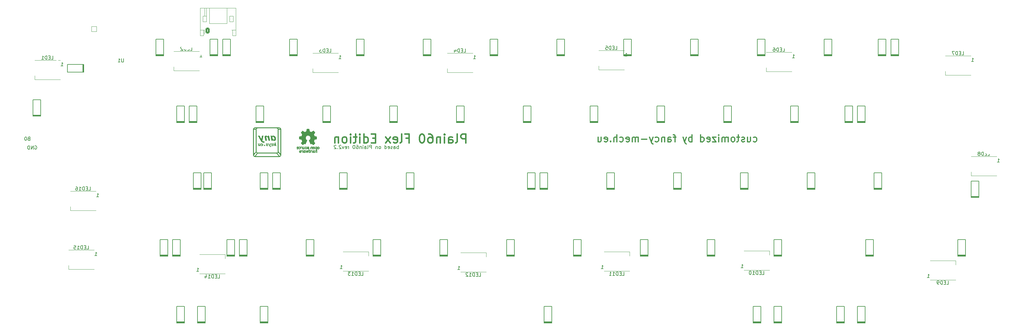
<source format=gbr>
%TF.GenerationSoftware,KiCad,Pcbnew,(6.0.7-1)-1*%
%TF.CreationDate,2022-08-16T17:16:20+02:00*%
%TF.ProjectId,plain60-flex-edition,706c6169-6e36-4302-9d66-6c65782d6564,rev?*%
%TF.SameCoordinates,Original*%
%TF.FileFunction,Legend,Bot*%
%TF.FilePolarity,Positive*%
%FSLAX46Y46*%
G04 Gerber Fmt 4.6, Leading zero omitted, Abs format (unit mm)*
G04 Created by KiCad (PCBNEW (6.0.7-1)-1) date 2022-08-16 17:16:20*
%MOMM*%
%LPD*%
G01*
G04 APERTURE LIST*
G04 Aperture macros list*
%AMRoundRect*
0 Rectangle with rounded corners*
0 $1 Rounding radius*
0 $2 $3 $4 $5 $6 $7 $8 $9 X,Y pos of 4 corners*
0 Add a 4 corners polygon primitive as box body*
4,1,4,$2,$3,$4,$5,$6,$7,$8,$9,$2,$3,0*
0 Add four circle primitives for the rounded corners*
1,1,$1+$1,$2,$3*
1,1,$1+$1,$4,$5*
1,1,$1+$1,$6,$7*
1,1,$1+$1,$8,$9*
0 Add four rect primitives between the rounded corners*
20,1,$1+$1,$2,$3,$4,$5,0*
20,1,$1+$1,$4,$5,$6,$7,0*
20,1,$1+$1,$6,$7,$8,$9,0*
20,1,$1+$1,$8,$9,$2,$3,0*%
G04 Aperture macros list end*
%ADD10C,0.150000*%
%ADD11C,0.400000*%
%ADD12C,0.300000*%
%ADD13C,0.120000*%
%ADD14C,0.010000*%
%ADD15C,3.987800*%
%ADD16C,1.701800*%
%ADD17C,2.286000*%
%ADD18R,1.500000X1.000000*%
%ADD19C,3.048000*%
%ADD20O,7.000000X2.500000*%
%ADD21O,5.000000X2.500000*%
%ADD22R,1.400000X1.200000*%
%ADD23C,2.000000*%
%ADD24R,1.200000X1.400000*%
%ADD25RoundRect,0.250000X-0.350000X-0.625000X0.350000X-0.625000X0.350000X0.625000X-0.350000X0.625000X0*%
%ADD26O,1.200000X1.750000*%
%ADD27C,1.625600*%
%ADD28RoundRect,0.025400X0.736600X0.736600X-0.736600X0.736600X-0.736600X-0.736600X0.736600X-0.736600X0*%
%ADD29C,0.600000*%
G04 APERTURE END LIST*
D10*
X107988624Y-39743038D02*
X107988624Y-38743038D01*
X107988624Y-39123991D02*
X107893386Y-39076372D01*
X107702910Y-39076372D01*
X107607672Y-39123991D01*
X107560053Y-39171610D01*
X107512434Y-39266848D01*
X107512434Y-39552562D01*
X107560053Y-39647800D01*
X107607672Y-39695419D01*
X107702910Y-39743038D01*
X107893386Y-39743038D01*
X107988624Y-39695419D01*
X106655291Y-39743038D02*
X106655291Y-39219229D01*
X106702910Y-39123991D01*
X106798148Y-39076372D01*
X106988624Y-39076372D01*
X107083862Y-39123991D01*
X106655291Y-39695419D02*
X106750529Y-39743038D01*
X106988624Y-39743038D01*
X107083862Y-39695419D01*
X107131481Y-39600181D01*
X107131481Y-39504943D01*
X107083862Y-39409705D01*
X106988624Y-39362086D01*
X106750529Y-39362086D01*
X106655291Y-39314467D01*
X106226719Y-39695419D02*
X106131481Y-39743038D01*
X105941005Y-39743038D01*
X105845767Y-39695419D01*
X105798148Y-39600181D01*
X105798148Y-39552562D01*
X105845767Y-39457324D01*
X105941005Y-39409705D01*
X106083862Y-39409705D01*
X106179100Y-39362086D01*
X106226719Y-39266848D01*
X106226719Y-39219229D01*
X106179100Y-39123991D01*
X106083862Y-39076372D01*
X105941005Y-39076372D01*
X105845767Y-39123991D01*
X104988624Y-39695419D02*
X105083862Y-39743038D01*
X105274338Y-39743038D01*
X105369577Y-39695419D01*
X105417196Y-39600181D01*
X105417196Y-39219229D01*
X105369577Y-39123991D01*
X105274338Y-39076372D01*
X105083862Y-39076372D01*
X104988624Y-39123991D01*
X104941005Y-39219229D01*
X104941005Y-39314467D01*
X105417196Y-39409705D01*
X104083862Y-39743038D02*
X104083862Y-38743038D01*
X104083862Y-39695419D02*
X104179100Y-39743038D01*
X104369577Y-39743038D01*
X104464815Y-39695419D01*
X104512434Y-39647800D01*
X104560053Y-39552562D01*
X104560053Y-39266848D01*
X104512434Y-39171610D01*
X104464815Y-39123991D01*
X104369577Y-39076372D01*
X104179100Y-39076372D01*
X104083862Y-39123991D01*
X102702910Y-39743038D02*
X102798148Y-39695419D01*
X102845767Y-39647800D01*
X102893386Y-39552562D01*
X102893386Y-39266848D01*
X102845767Y-39171610D01*
X102798148Y-39123991D01*
X102702910Y-39076372D01*
X102560053Y-39076372D01*
X102464815Y-39123991D01*
X102417196Y-39171610D01*
X102369577Y-39266848D01*
X102369577Y-39552562D01*
X102417196Y-39647800D01*
X102464815Y-39695419D01*
X102560053Y-39743038D01*
X102702910Y-39743038D01*
X101941005Y-39076372D02*
X101941005Y-39743038D01*
X101941005Y-39171610D02*
X101893386Y-39123991D01*
X101798148Y-39076372D01*
X101655291Y-39076372D01*
X101560053Y-39123991D01*
X101512434Y-39219229D01*
X101512434Y-39743038D01*
X100274338Y-39743038D02*
X100274338Y-38743038D01*
X99893386Y-38743038D01*
X99798148Y-38790658D01*
X99750529Y-38838277D01*
X99702910Y-38933515D01*
X99702910Y-39076372D01*
X99750529Y-39171610D01*
X99798148Y-39219229D01*
X99893386Y-39266848D01*
X100274338Y-39266848D01*
X99131481Y-39743038D02*
X99226719Y-39695419D01*
X99274338Y-39600181D01*
X99274338Y-38743038D01*
X98321958Y-39743038D02*
X98321958Y-39219229D01*
X98369577Y-39123991D01*
X98464815Y-39076372D01*
X98655291Y-39076372D01*
X98750529Y-39123991D01*
X98321958Y-39695419D02*
X98417196Y-39743038D01*
X98655291Y-39743038D01*
X98750529Y-39695419D01*
X98798148Y-39600181D01*
X98798148Y-39504943D01*
X98750529Y-39409705D01*
X98655291Y-39362086D01*
X98417196Y-39362086D01*
X98321958Y-39314467D01*
X97845767Y-39743038D02*
X97845767Y-39076372D01*
X97845767Y-38743038D02*
X97893386Y-38790658D01*
X97845767Y-38838277D01*
X97798148Y-38790658D01*
X97845767Y-38743038D01*
X97845767Y-38838277D01*
X97369577Y-39076372D02*
X97369577Y-39743038D01*
X97369577Y-39171610D02*
X97321958Y-39123991D01*
X97226719Y-39076372D01*
X97083862Y-39076372D01*
X96988624Y-39123991D01*
X96941005Y-39219229D01*
X96941005Y-39743038D01*
X96036243Y-38743038D02*
X96226719Y-38743038D01*
X96321958Y-38790658D01*
X96369577Y-38838277D01*
X96464815Y-38981134D01*
X96512434Y-39171610D01*
X96512434Y-39552562D01*
X96464815Y-39647800D01*
X96417196Y-39695419D01*
X96321958Y-39743038D01*
X96131481Y-39743038D01*
X96036243Y-39695419D01*
X95988624Y-39647800D01*
X95941005Y-39552562D01*
X95941005Y-39314467D01*
X95988624Y-39219229D01*
X96036243Y-39171610D01*
X96131481Y-39123991D01*
X96321958Y-39123991D01*
X96417196Y-39171610D01*
X96464815Y-39219229D01*
X96512434Y-39314467D01*
X95321958Y-38743038D02*
X95226719Y-38743038D01*
X95131481Y-38790658D01*
X95083862Y-38838277D01*
X95036243Y-38933515D01*
X94988624Y-39123991D01*
X94988624Y-39362086D01*
X95036243Y-39552562D01*
X95083862Y-39647800D01*
X95131481Y-39695419D01*
X95226719Y-39743038D01*
X95321958Y-39743038D01*
X95417196Y-39695419D01*
X95464815Y-39647800D01*
X95512434Y-39552562D01*
X95560053Y-39362086D01*
X95560053Y-39123991D01*
X95512434Y-38933515D01*
X95464815Y-38838277D01*
X95417196Y-38790658D01*
X95321958Y-38743038D01*
X93798148Y-39743038D02*
X93798148Y-39076372D01*
X93798148Y-39266848D02*
X93750529Y-39171610D01*
X93702910Y-39123991D01*
X93607672Y-39076372D01*
X93512434Y-39076372D01*
X92798148Y-39695419D02*
X92893386Y-39743038D01*
X93083862Y-39743038D01*
X93179100Y-39695419D01*
X93226719Y-39600181D01*
X93226719Y-39219229D01*
X93179100Y-39123991D01*
X93083862Y-39076372D01*
X92893386Y-39076372D01*
X92798148Y-39123991D01*
X92750529Y-39219229D01*
X92750529Y-39314467D01*
X93226719Y-39409705D01*
X92417196Y-39076372D02*
X92179100Y-39743038D01*
X91941005Y-39076372D01*
X91607672Y-38838277D02*
X91560053Y-38790658D01*
X91464815Y-38743038D01*
X91226719Y-38743038D01*
X91131481Y-38790658D01*
X91083862Y-38838277D01*
X91036243Y-38933515D01*
X91036243Y-39028753D01*
X91083862Y-39171610D01*
X91655291Y-39743038D01*
X91036243Y-39743038D01*
X90607672Y-39647800D02*
X90560053Y-39695419D01*
X90607672Y-39743038D01*
X90655291Y-39695419D01*
X90607672Y-39647800D01*
X90607672Y-39743038D01*
X90179100Y-38838277D02*
X90131481Y-38790658D01*
X90036243Y-38743038D01*
X89798148Y-38743038D01*
X89702910Y-38790658D01*
X89655291Y-38838277D01*
X89607672Y-38933515D01*
X89607672Y-39028753D01*
X89655291Y-39171610D01*
X90226719Y-39743038D01*
X89607672Y-39743038D01*
X4299977Y-38949406D02*
X4395215Y-38901786D01*
X4538072Y-38901786D01*
X4680929Y-38949406D01*
X4776167Y-39044644D01*
X4823786Y-39139882D01*
X4871405Y-39330358D01*
X4871405Y-39473215D01*
X4823786Y-39663691D01*
X4776167Y-39758929D01*
X4680929Y-39854167D01*
X4538072Y-39901786D01*
X4442834Y-39901786D01*
X4299977Y-39854167D01*
X4252358Y-39806548D01*
X4252358Y-39473215D01*
X4442834Y-39473215D01*
X3823786Y-39901786D02*
X3823786Y-38901786D01*
X3252358Y-39901786D01*
X3252358Y-38901786D01*
X2776167Y-39901786D02*
X2776167Y-38901786D01*
X2538072Y-38901786D01*
X2395215Y-38949406D01*
X2299977Y-39044644D01*
X2252358Y-39139882D01*
X2204739Y-39330358D01*
X2204739Y-39473215D01*
X2252358Y-39663691D01*
X2299977Y-39758929D01*
X2395215Y-39854167D01*
X2538072Y-39901786D01*
X2776167Y-39901786D01*
D11*
X127137056Y-38040358D02*
X127137056Y-35540358D01*
X126184675Y-35540358D01*
X125946580Y-35659406D01*
X125827533Y-35778453D01*
X125708485Y-36016548D01*
X125708485Y-36373691D01*
X125827533Y-36611786D01*
X125946580Y-36730834D01*
X126184675Y-36849882D01*
X127137056Y-36849882D01*
X124279914Y-38040358D02*
X124518009Y-37921310D01*
X124637056Y-37683215D01*
X124637056Y-35540358D01*
X122256104Y-38040358D02*
X122256104Y-36730834D01*
X122375152Y-36492739D01*
X122613247Y-36373691D01*
X123089437Y-36373691D01*
X123327533Y-36492739D01*
X122256104Y-37921310D02*
X122494199Y-38040358D01*
X123089437Y-38040358D01*
X123327533Y-37921310D01*
X123446580Y-37683215D01*
X123446580Y-37445120D01*
X123327533Y-37207025D01*
X123089437Y-37087977D01*
X122494199Y-37087977D01*
X122256104Y-36968929D01*
X121065628Y-38040358D02*
X121065628Y-36373691D01*
X121065628Y-35540358D02*
X121184675Y-35659406D01*
X121065628Y-35778453D01*
X120946580Y-35659406D01*
X121065628Y-35540358D01*
X121065628Y-35778453D01*
X119875152Y-36373691D02*
X119875152Y-38040358D01*
X119875152Y-36611786D02*
X119756104Y-36492739D01*
X119518009Y-36373691D01*
X119160866Y-36373691D01*
X118922771Y-36492739D01*
X118803723Y-36730834D01*
X118803723Y-38040358D01*
X116541818Y-35540358D02*
X117018009Y-35540358D01*
X117256104Y-35659406D01*
X117375152Y-35778453D01*
X117613247Y-36135596D01*
X117732295Y-36611786D01*
X117732295Y-37564167D01*
X117613247Y-37802263D01*
X117494199Y-37921310D01*
X117256104Y-38040358D01*
X116779914Y-38040358D01*
X116541818Y-37921310D01*
X116422771Y-37802263D01*
X116303723Y-37564167D01*
X116303723Y-36968929D01*
X116422771Y-36730834D01*
X116541818Y-36611786D01*
X116779914Y-36492739D01*
X117256104Y-36492739D01*
X117494199Y-36611786D01*
X117613247Y-36730834D01*
X117732295Y-36968929D01*
X114756104Y-35540358D02*
X114518009Y-35540358D01*
X114279914Y-35659406D01*
X114160866Y-35778453D01*
X114041818Y-36016548D01*
X113922771Y-36492739D01*
X113922771Y-37087977D01*
X114041818Y-37564167D01*
X114160866Y-37802263D01*
X114279914Y-37921310D01*
X114518009Y-38040358D01*
X114756104Y-38040358D01*
X114994199Y-37921310D01*
X115113247Y-37802263D01*
X115232295Y-37564167D01*
X115351342Y-37087977D01*
X115351342Y-36492739D01*
X115232295Y-36016548D01*
X115113247Y-35778453D01*
X114994199Y-35659406D01*
X114756104Y-35540358D01*
X110113247Y-36730834D02*
X110946580Y-36730834D01*
X110946580Y-38040358D02*
X110946580Y-35540358D01*
X109756104Y-35540358D01*
X108446580Y-38040358D02*
X108684675Y-37921310D01*
X108803723Y-37683215D01*
X108803723Y-35540358D01*
X106541818Y-37921310D02*
X106779914Y-38040358D01*
X107256104Y-38040358D01*
X107494199Y-37921310D01*
X107613247Y-37683215D01*
X107613247Y-36730834D01*
X107494199Y-36492739D01*
X107256104Y-36373691D01*
X106779914Y-36373691D01*
X106541818Y-36492739D01*
X106422771Y-36730834D01*
X106422771Y-36968929D01*
X107613247Y-37207025D01*
X105589437Y-38040358D02*
X104279914Y-36373691D01*
X105589437Y-36373691D02*
X104279914Y-38040358D01*
X101422771Y-36730834D02*
X100589437Y-36730834D01*
X100232295Y-38040358D02*
X101422771Y-38040358D01*
X101422771Y-35540358D01*
X100232295Y-35540358D01*
X98089437Y-38040358D02*
X98089437Y-35540358D01*
X98089437Y-37921310D02*
X98327533Y-38040358D01*
X98803723Y-38040358D01*
X99041818Y-37921310D01*
X99160866Y-37802263D01*
X99279914Y-37564167D01*
X99279914Y-36849882D01*
X99160866Y-36611786D01*
X99041818Y-36492739D01*
X98803723Y-36373691D01*
X98327533Y-36373691D01*
X98089437Y-36492739D01*
X96898961Y-38040358D02*
X96898961Y-36373691D01*
X96898961Y-35540358D02*
X97018009Y-35659406D01*
X96898961Y-35778453D01*
X96779914Y-35659406D01*
X96898961Y-35540358D01*
X96898961Y-35778453D01*
X96065628Y-36373691D02*
X95113247Y-36373691D01*
X95708485Y-35540358D02*
X95708485Y-37683215D01*
X95589437Y-37921310D01*
X95351342Y-38040358D01*
X95113247Y-38040358D01*
X94279914Y-38040358D02*
X94279914Y-36373691D01*
X94279914Y-35540358D02*
X94398961Y-35659406D01*
X94279914Y-35778453D01*
X94160866Y-35659406D01*
X94279914Y-35540358D01*
X94279914Y-35778453D01*
X92732295Y-38040358D02*
X92970390Y-37921310D01*
X93089437Y-37802263D01*
X93208485Y-37564167D01*
X93208485Y-36849882D01*
X93089437Y-36611786D01*
X92970390Y-36492739D01*
X92732295Y-36373691D01*
X92375152Y-36373691D01*
X92137056Y-36492739D01*
X92018009Y-36611786D01*
X91898961Y-36849882D01*
X91898961Y-37564167D01*
X92018009Y-37802263D01*
X92137056Y-37921310D01*
X92375152Y-38040358D01*
X92732295Y-38040358D01*
X90827533Y-36373691D02*
X90827533Y-38040358D01*
X90827533Y-36611786D02*
X90708485Y-36492739D01*
X90470390Y-36373691D01*
X90113247Y-36373691D01*
X89875152Y-36492739D01*
X89756104Y-36730834D01*
X89756104Y-38040358D01*
D12*
X209175572Y-37671584D02*
X209366048Y-37766822D01*
X209747001Y-37766822D01*
X209937477Y-37671584D01*
X210032715Y-37576346D01*
X210127953Y-37385870D01*
X210127953Y-36814441D01*
X210032715Y-36623965D01*
X209937477Y-36528727D01*
X209747001Y-36433489D01*
X209366048Y-36433489D01*
X209175572Y-36528727D01*
X207461287Y-36433489D02*
X207461287Y-37766822D01*
X208318429Y-36433489D02*
X208318429Y-37481108D01*
X208223191Y-37671584D01*
X208032715Y-37766822D01*
X207747001Y-37766822D01*
X207556525Y-37671584D01*
X207461287Y-37576346D01*
X206604144Y-37671584D02*
X206413667Y-37766822D01*
X206032715Y-37766822D01*
X205842239Y-37671584D01*
X205747001Y-37481108D01*
X205747001Y-37385870D01*
X205842239Y-37195394D01*
X206032715Y-37100156D01*
X206318429Y-37100156D01*
X206508906Y-37004918D01*
X206604144Y-36814441D01*
X206604144Y-36719203D01*
X206508906Y-36528727D01*
X206318429Y-36433489D01*
X206032715Y-36433489D01*
X205842239Y-36528727D01*
X205175572Y-36433489D02*
X204413667Y-36433489D01*
X204889858Y-35766822D02*
X204889858Y-37481108D01*
X204794620Y-37671584D01*
X204604144Y-37766822D01*
X204413667Y-37766822D01*
X203461287Y-37766822D02*
X203651763Y-37671584D01*
X203747001Y-37576346D01*
X203842239Y-37385870D01*
X203842239Y-36814441D01*
X203747001Y-36623965D01*
X203651763Y-36528727D01*
X203461287Y-36433489D01*
X203175572Y-36433489D01*
X202985096Y-36528727D01*
X202889858Y-36623965D01*
X202794620Y-36814441D01*
X202794620Y-37385870D01*
X202889858Y-37576346D01*
X202985096Y-37671584D01*
X203175572Y-37766822D01*
X203461287Y-37766822D01*
X201937477Y-37766822D02*
X201937477Y-36433489D01*
X201937477Y-36623965D02*
X201842239Y-36528727D01*
X201651763Y-36433489D01*
X201366048Y-36433489D01*
X201175572Y-36528727D01*
X201080334Y-36719203D01*
X201080334Y-37766822D01*
X201080334Y-36719203D02*
X200985096Y-36528727D01*
X200794620Y-36433489D01*
X200508906Y-36433489D01*
X200318429Y-36528727D01*
X200223191Y-36719203D01*
X200223191Y-37766822D01*
X199270810Y-37766822D02*
X199270810Y-36433489D01*
X199270810Y-35766822D02*
X199366048Y-35862061D01*
X199270810Y-35957299D01*
X199175572Y-35862061D01*
X199270810Y-35766822D01*
X199270810Y-35957299D01*
X198508906Y-36433489D02*
X197461287Y-36433489D01*
X198508906Y-37766822D01*
X197461287Y-37766822D01*
X195937477Y-37671584D02*
X196127953Y-37766822D01*
X196508906Y-37766822D01*
X196699382Y-37671584D01*
X196794620Y-37481108D01*
X196794620Y-36719203D01*
X196699382Y-36528727D01*
X196508906Y-36433489D01*
X196127953Y-36433489D01*
X195937477Y-36528727D01*
X195842239Y-36719203D01*
X195842239Y-36909680D01*
X196794620Y-37100156D01*
X194127953Y-37766822D02*
X194127953Y-35766822D01*
X194127953Y-37671584D02*
X194318429Y-37766822D01*
X194699382Y-37766822D01*
X194889858Y-37671584D01*
X194985096Y-37576346D01*
X195080334Y-37385870D01*
X195080334Y-36814441D01*
X194985096Y-36623965D01*
X194889858Y-36528727D01*
X194699382Y-36433489D01*
X194318429Y-36433489D01*
X194127953Y-36528727D01*
X191651763Y-37766822D02*
X191651763Y-35766822D01*
X191651763Y-36528727D02*
X191461287Y-36433489D01*
X191080334Y-36433489D01*
X190889858Y-36528727D01*
X190794620Y-36623965D01*
X190699382Y-36814441D01*
X190699382Y-37385870D01*
X190794620Y-37576346D01*
X190889858Y-37671584D01*
X191080334Y-37766822D01*
X191461287Y-37766822D01*
X191651763Y-37671584D01*
X190032715Y-36433489D02*
X189556525Y-37766822D01*
X189080334Y-36433489D02*
X189556525Y-37766822D01*
X189747001Y-38243013D01*
X189842239Y-38338251D01*
X190032715Y-38433489D01*
X187080334Y-36433489D02*
X186318429Y-36433489D01*
X186794620Y-37766822D02*
X186794620Y-36052537D01*
X186699382Y-35862061D01*
X186508906Y-35766822D01*
X186318429Y-35766822D01*
X184794620Y-37766822D02*
X184794620Y-36719203D01*
X184889858Y-36528727D01*
X185080334Y-36433489D01*
X185461287Y-36433489D01*
X185651763Y-36528727D01*
X184794620Y-37671584D02*
X184985096Y-37766822D01*
X185461287Y-37766822D01*
X185651763Y-37671584D01*
X185747001Y-37481108D01*
X185747001Y-37290632D01*
X185651763Y-37100156D01*
X185461287Y-37004918D01*
X184985096Y-37004918D01*
X184794620Y-36909680D01*
X183842239Y-36433489D02*
X183842239Y-37766822D01*
X183842239Y-36623965D02*
X183747001Y-36528727D01*
X183556525Y-36433489D01*
X183270810Y-36433489D01*
X183080334Y-36528727D01*
X182985096Y-36719203D01*
X182985096Y-37766822D01*
X181175572Y-37671584D02*
X181366048Y-37766822D01*
X181747001Y-37766822D01*
X181937477Y-37671584D01*
X182032715Y-37576346D01*
X182127953Y-37385870D01*
X182127953Y-36814441D01*
X182032715Y-36623965D01*
X181937477Y-36528727D01*
X181747001Y-36433489D01*
X181366048Y-36433489D01*
X181175572Y-36528727D01*
X180508906Y-36433489D02*
X180032715Y-37766822D01*
X179556525Y-36433489D02*
X180032715Y-37766822D01*
X180223191Y-38243013D01*
X180318429Y-38338251D01*
X180508906Y-38433489D01*
X178794620Y-37004918D02*
X177270810Y-37004918D01*
X176318429Y-37766822D02*
X176318429Y-36433489D01*
X176318429Y-36623965D02*
X176223191Y-36528727D01*
X176032715Y-36433489D01*
X175747001Y-36433489D01*
X175556525Y-36528727D01*
X175461287Y-36719203D01*
X175461287Y-37766822D01*
X175461287Y-36719203D02*
X175366048Y-36528727D01*
X175175572Y-36433489D01*
X174889858Y-36433489D01*
X174699382Y-36528727D01*
X174604144Y-36719203D01*
X174604144Y-37766822D01*
X172889858Y-37671584D02*
X173080334Y-37766822D01*
X173461287Y-37766822D01*
X173651763Y-37671584D01*
X173747001Y-37481108D01*
X173747001Y-36719203D01*
X173651763Y-36528727D01*
X173461287Y-36433489D01*
X173080334Y-36433489D01*
X172889858Y-36528727D01*
X172794620Y-36719203D01*
X172794620Y-36909680D01*
X173747001Y-37100156D01*
X171080334Y-37671584D02*
X171270810Y-37766822D01*
X171651763Y-37766822D01*
X171842239Y-37671584D01*
X171937477Y-37576346D01*
X172032715Y-37385870D01*
X172032715Y-36814441D01*
X171937477Y-36623965D01*
X171842239Y-36528727D01*
X171651763Y-36433489D01*
X171270810Y-36433489D01*
X171080334Y-36528727D01*
X170223191Y-37766822D02*
X170223191Y-35766822D01*
X169366048Y-37766822D02*
X169366048Y-36719203D01*
X169461287Y-36528727D01*
X169651763Y-36433489D01*
X169937477Y-36433489D01*
X170127953Y-36528727D01*
X170223191Y-36623965D01*
X168413667Y-37576346D02*
X168318429Y-37671584D01*
X168413667Y-37766822D01*
X168508906Y-37671584D01*
X168413667Y-37576346D01*
X168413667Y-37766822D01*
X166699382Y-37671584D02*
X166889858Y-37766822D01*
X167270810Y-37766822D01*
X167461287Y-37671584D01*
X167556525Y-37481108D01*
X167556525Y-36719203D01*
X167461287Y-36528727D01*
X167270810Y-36433489D01*
X166889858Y-36433489D01*
X166699382Y-36528727D01*
X166604144Y-36719203D01*
X166604144Y-36909680D01*
X167556525Y-37100156D01*
X164889858Y-36433489D02*
X164889858Y-37766822D01*
X165747001Y-36433489D02*
X165747001Y-37481108D01*
X165651763Y-37671584D01*
X165461287Y-37766822D01*
X165175572Y-37766822D01*
X164985096Y-37671584D01*
X164889858Y-37576346D01*
D10*
%TO.C,LED16*%
X19638525Y-51594441D02*
X20114715Y-51594441D01*
X20114715Y-50594441D01*
X19305191Y-51070632D02*
X18971858Y-51070632D01*
X18829001Y-51594441D02*
X19305191Y-51594441D01*
X19305191Y-50594441D01*
X18829001Y-50594441D01*
X18400429Y-51594441D02*
X18400429Y-50594441D01*
X18162334Y-50594441D01*
X18019477Y-50642061D01*
X17924239Y-50737299D01*
X17876620Y-50832537D01*
X17829001Y-51023013D01*
X17829001Y-51165870D01*
X17876620Y-51356346D01*
X17924239Y-51451584D01*
X18019477Y-51546822D01*
X18162334Y-51594441D01*
X18400429Y-51594441D01*
X16876620Y-51594441D02*
X17448048Y-51594441D01*
X17162334Y-51594441D02*
X17162334Y-50594441D01*
X17257572Y-50737299D01*
X17352810Y-50832537D01*
X17448048Y-50880156D01*
X16019477Y-50594441D02*
X16209953Y-50594441D01*
X16305191Y-50642061D01*
X16352810Y-50689680D01*
X16448048Y-50832537D01*
X16495667Y-51023013D01*
X16495667Y-51403965D01*
X16448048Y-51499203D01*
X16400429Y-51546822D01*
X16305191Y-51594441D01*
X16114715Y-51594441D01*
X16019477Y-51546822D01*
X15971858Y-51499203D01*
X15924239Y-51403965D01*
X15924239Y-51165870D01*
X15971858Y-51070632D01*
X16019477Y-51023013D01*
X16114715Y-50975394D01*
X16305191Y-50975394D01*
X16400429Y-51023013D01*
X16448048Y-51070632D01*
X16495667Y-51165870D01*
X21907572Y-53494441D02*
X22479001Y-53494441D01*
X22193287Y-53494441D02*
X22193287Y-52494441D01*
X22288525Y-52637299D01*
X22383763Y-52732537D01*
X22479001Y-52780156D01*
%TO.C,LED15*%
X19130525Y-68358441D02*
X19606715Y-68358441D01*
X19606715Y-67358441D01*
X18797191Y-67834632D02*
X18463858Y-67834632D01*
X18321001Y-68358441D02*
X18797191Y-68358441D01*
X18797191Y-67358441D01*
X18321001Y-67358441D01*
X17892429Y-68358441D02*
X17892429Y-67358441D01*
X17654334Y-67358441D01*
X17511477Y-67406061D01*
X17416239Y-67501299D01*
X17368620Y-67596537D01*
X17321001Y-67787013D01*
X17321001Y-67929870D01*
X17368620Y-68120346D01*
X17416239Y-68215584D01*
X17511477Y-68310822D01*
X17654334Y-68358441D01*
X17892429Y-68358441D01*
X16368620Y-68358441D02*
X16940048Y-68358441D01*
X16654334Y-68358441D02*
X16654334Y-67358441D01*
X16749572Y-67501299D01*
X16844810Y-67596537D01*
X16940048Y-67644156D01*
X15463858Y-67358441D02*
X15940048Y-67358441D01*
X15987667Y-67834632D01*
X15940048Y-67787013D01*
X15844810Y-67739394D01*
X15606715Y-67739394D01*
X15511477Y-67787013D01*
X15463858Y-67834632D01*
X15416239Y-67929870D01*
X15416239Y-68167965D01*
X15463858Y-68263203D01*
X15511477Y-68310822D01*
X15606715Y-68358441D01*
X15844810Y-68358441D01*
X15940048Y-68310822D01*
X15987667Y-68263203D01*
X21399572Y-70258441D02*
X21971001Y-70258441D01*
X21685287Y-70258441D02*
X21685287Y-69258441D01*
X21780525Y-69401299D01*
X21875763Y-69496537D01*
X21971001Y-69544156D01*
%TO.C,LED14*%
X56468525Y-76628441D02*
X56944715Y-76628441D01*
X56944715Y-75628441D01*
X56135191Y-76104632D02*
X55801858Y-76104632D01*
X55659001Y-76628441D02*
X56135191Y-76628441D01*
X56135191Y-75628441D01*
X55659001Y-75628441D01*
X55230429Y-76628441D02*
X55230429Y-75628441D01*
X54992334Y-75628441D01*
X54849477Y-75676061D01*
X54754239Y-75771299D01*
X54706620Y-75866537D01*
X54659001Y-76057013D01*
X54659001Y-76199870D01*
X54706620Y-76390346D01*
X54754239Y-76485584D01*
X54849477Y-76580822D01*
X54992334Y-76628441D01*
X55230429Y-76628441D01*
X53706620Y-76628441D02*
X54278048Y-76628441D01*
X53992334Y-76628441D02*
X53992334Y-75628441D01*
X54087572Y-75771299D01*
X54182810Y-75866537D01*
X54278048Y-75914156D01*
X52849477Y-75961775D02*
X52849477Y-76628441D01*
X53087572Y-75580822D02*
X53325667Y-76295108D01*
X52706620Y-76295108D01*
X50437572Y-74728441D02*
X51009001Y-74728441D01*
X50723287Y-74728441D02*
X50723287Y-73728441D01*
X50818525Y-73871299D01*
X50913763Y-73966537D01*
X51009001Y-74014156D01*
%TO.C,LED13*%
X97362525Y-75866441D02*
X97838715Y-75866441D01*
X97838715Y-74866441D01*
X97029191Y-75342632D02*
X96695858Y-75342632D01*
X96553001Y-75866441D02*
X97029191Y-75866441D01*
X97029191Y-74866441D01*
X96553001Y-74866441D01*
X96124429Y-75866441D02*
X96124429Y-74866441D01*
X95886334Y-74866441D01*
X95743477Y-74914061D01*
X95648239Y-75009299D01*
X95600620Y-75104537D01*
X95553001Y-75295013D01*
X95553001Y-75437870D01*
X95600620Y-75628346D01*
X95648239Y-75723584D01*
X95743477Y-75818822D01*
X95886334Y-75866441D01*
X96124429Y-75866441D01*
X94600620Y-75866441D02*
X95172048Y-75866441D01*
X94886334Y-75866441D02*
X94886334Y-74866441D01*
X94981572Y-75009299D01*
X95076810Y-75104537D01*
X95172048Y-75152156D01*
X94267287Y-74866441D02*
X93648239Y-74866441D01*
X93981572Y-75247394D01*
X93838715Y-75247394D01*
X93743477Y-75295013D01*
X93695858Y-75342632D01*
X93648239Y-75437870D01*
X93648239Y-75675965D01*
X93695858Y-75771203D01*
X93743477Y-75818822D01*
X93838715Y-75866441D01*
X94124429Y-75866441D01*
X94219667Y-75818822D01*
X94267287Y-75771203D01*
X91331572Y-73966441D02*
X91903001Y-73966441D01*
X91617287Y-73966441D02*
X91617287Y-72966441D01*
X91712525Y-73109299D01*
X91807763Y-73204537D01*
X91903001Y-73252156D01*
%TO.C,LED12*%
X130890525Y-76120441D02*
X131366715Y-76120441D01*
X131366715Y-75120441D01*
X130557191Y-75596632D02*
X130223858Y-75596632D01*
X130081001Y-76120441D02*
X130557191Y-76120441D01*
X130557191Y-75120441D01*
X130081001Y-75120441D01*
X129652429Y-76120441D02*
X129652429Y-75120441D01*
X129414334Y-75120441D01*
X129271477Y-75168061D01*
X129176239Y-75263299D01*
X129128620Y-75358537D01*
X129081001Y-75549013D01*
X129081001Y-75691870D01*
X129128620Y-75882346D01*
X129176239Y-75977584D01*
X129271477Y-76072822D01*
X129414334Y-76120441D01*
X129652429Y-76120441D01*
X128128620Y-76120441D02*
X128700048Y-76120441D01*
X128414334Y-76120441D02*
X128414334Y-75120441D01*
X128509572Y-75263299D01*
X128604810Y-75358537D01*
X128700048Y-75406156D01*
X127747667Y-75215680D02*
X127700048Y-75168061D01*
X127604810Y-75120441D01*
X127366715Y-75120441D01*
X127271477Y-75168061D01*
X127223858Y-75215680D01*
X127176239Y-75310918D01*
X127176239Y-75406156D01*
X127223858Y-75549013D01*
X127795287Y-76120441D01*
X127176239Y-76120441D01*
X124859572Y-74220441D02*
X125431001Y-74220441D01*
X125145287Y-74220441D02*
X125145287Y-73220441D01*
X125240525Y-73363299D01*
X125335763Y-73458537D01*
X125431001Y-73506156D01*
%TO.C,LED11*%
X171784525Y-75866441D02*
X172260715Y-75866441D01*
X172260715Y-74866441D01*
X171451191Y-75342632D02*
X171117858Y-75342632D01*
X170975001Y-75866441D02*
X171451191Y-75866441D01*
X171451191Y-74866441D01*
X170975001Y-74866441D01*
X170546429Y-75866441D02*
X170546429Y-74866441D01*
X170308334Y-74866441D01*
X170165477Y-74914061D01*
X170070239Y-75009299D01*
X170022620Y-75104537D01*
X169975001Y-75295013D01*
X169975001Y-75437870D01*
X170022620Y-75628346D01*
X170070239Y-75723584D01*
X170165477Y-75818822D01*
X170308334Y-75866441D01*
X170546429Y-75866441D01*
X169022620Y-75866441D02*
X169594048Y-75866441D01*
X169308334Y-75866441D02*
X169308334Y-74866441D01*
X169403572Y-75009299D01*
X169498810Y-75104537D01*
X169594048Y-75152156D01*
X168070239Y-75866441D02*
X168641667Y-75866441D01*
X168355953Y-75866441D02*
X168355953Y-74866441D01*
X168451191Y-75009299D01*
X168546429Y-75104537D01*
X168641667Y-75152156D01*
X165753572Y-73966441D02*
X166325001Y-73966441D01*
X166039287Y-73966441D02*
X166039287Y-72966441D01*
X166134525Y-73109299D01*
X166229763Y-73204537D01*
X166325001Y-73252156D01*
%TO.C,LED10*%
X211662525Y-75612441D02*
X212138715Y-75612441D01*
X212138715Y-74612441D01*
X211329191Y-75088632D02*
X210995858Y-75088632D01*
X210853001Y-75612441D02*
X211329191Y-75612441D01*
X211329191Y-74612441D01*
X210853001Y-74612441D01*
X210424429Y-75612441D02*
X210424429Y-74612441D01*
X210186334Y-74612441D01*
X210043477Y-74660061D01*
X209948239Y-74755299D01*
X209900620Y-74850537D01*
X209853001Y-75041013D01*
X209853001Y-75183870D01*
X209900620Y-75374346D01*
X209948239Y-75469584D01*
X210043477Y-75564822D01*
X210186334Y-75612441D01*
X210424429Y-75612441D01*
X208900620Y-75612441D02*
X209472048Y-75612441D01*
X209186334Y-75612441D02*
X209186334Y-74612441D01*
X209281572Y-74755299D01*
X209376810Y-74850537D01*
X209472048Y-74898156D01*
X208281572Y-74612441D02*
X208186334Y-74612441D01*
X208091096Y-74660061D01*
X208043477Y-74707680D01*
X207995858Y-74802918D01*
X207948239Y-74993394D01*
X207948239Y-75231489D01*
X207995858Y-75421965D01*
X208043477Y-75517203D01*
X208091096Y-75564822D01*
X208186334Y-75612441D01*
X208281572Y-75612441D01*
X208376810Y-75564822D01*
X208424429Y-75517203D01*
X208472048Y-75421965D01*
X208519667Y-75231489D01*
X208519667Y-74993394D01*
X208472048Y-74802918D01*
X208424429Y-74707680D01*
X208376810Y-74660061D01*
X208281572Y-74612441D01*
X205631572Y-73712441D02*
X206203001Y-73712441D01*
X205917287Y-73712441D02*
X205917287Y-72712441D01*
X206012525Y-72855299D01*
X206107763Y-72950537D01*
X206203001Y-72998156D01*
%TO.C,LED9*%
X264272334Y-78406441D02*
X264748525Y-78406441D01*
X264748525Y-77406441D01*
X263939001Y-77882632D02*
X263605667Y-77882632D01*
X263462810Y-78406441D02*
X263939001Y-78406441D01*
X263939001Y-77406441D01*
X263462810Y-77406441D01*
X263034239Y-78406441D02*
X263034239Y-77406441D01*
X262796144Y-77406441D01*
X262653287Y-77454061D01*
X262558048Y-77549299D01*
X262510429Y-77644537D01*
X262462810Y-77835013D01*
X262462810Y-77977870D01*
X262510429Y-78168346D01*
X262558048Y-78263584D01*
X262653287Y-78358822D01*
X262796144Y-78406441D01*
X263034239Y-78406441D01*
X261986620Y-78406441D02*
X261796144Y-78406441D01*
X261700906Y-78358822D01*
X261653287Y-78311203D01*
X261558048Y-78168346D01*
X261510429Y-77977870D01*
X261510429Y-77596918D01*
X261558048Y-77501680D01*
X261605667Y-77454061D01*
X261700906Y-77406441D01*
X261891382Y-77406441D01*
X261986620Y-77454061D01*
X262034239Y-77501680D01*
X262081858Y-77596918D01*
X262081858Y-77835013D01*
X262034239Y-77930251D01*
X261986620Y-77977870D01*
X261891382Y-78025489D01*
X261700906Y-78025489D01*
X261605667Y-77977870D01*
X261558048Y-77930251D01*
X261510429Y-77835013D01*
X258717572Y-76506441D02*
X259289001Y-76506441D01*
X259003287Y-76506441D02*
X259003287Y-75506441D01*
X259098525Y-75649299D01*
X259193763Y-75744537D01*
X259289001Y-75792156D01*
%TO.C,LED8*%
X275956334Y-41688441D02*
X276432525Y-41688441D01*
X276432525Y-40688441D01*
X275623001Y-41164632D02*
X275289667Y-41164632D01*
X275146810Y-41688441D02*
X275623001Y-41688441D01*
X275623001Y-40688441D01*
X275146810Y-40688441D01*
X274718239Y-41688441D02*
X274718239Y-40688441D01*
X274480144Y-40688441D01*
X274337287Y-40736061D01*
X274242048Y-40831299D01*
X274194429Y-40926537D01*
X274146810Y-41117013D01*
X274146810Y-41259870D01*
X274194429Y-41450346D01*
X274242048Y-41545584D01*
X274337287Y-41640822D01*
X274480144Y-41688441D01*
X274718239Y-41688441D01*
X273575382Y-41117013D02*
X273670620Y-41069394D01*
X273718239Y-41021775D01*
X273765858Y-40926537D01*
X273765858Y-40878918D01*
X273718239Y-40783680D01*
X273670620Y-40736061D01*
X273575382Y-40688441D01*
X273384906Y-40688441D01*
X273289667Y-40736061D01*
X273242048Y-40783680D01*
X273194429Y-40878918D01*
X273194429Y-40926537D01*
X273242048Y-41021775D01*
X273289667Y-41069394D01*
X273384906Y-41117013D01*
X273575382Y-41117013D01*
X273670620Y-41164632D01*
X273718239Y-41212251D01*
X273765858Y-41307489D01*
X273765858Y-41497965D01*
X273718239Y-41593203D01*
X273670620Y-41640822D01*
X273575382Y-41688441D01*
X273384906Y-41688441D01*
X273289667Y-41640822D01*
X273242048Y-41593203D01*
X273194429Y-41497965D01*
X273194429Y-41307489D01*
X273242048Y-41212251D01*
X273289667Y-41164632D01*
X273384906Y-41117013D01*
X278701572Y-43588441D02*
X279273001Y-43588441D01*
X278987287Y-43588441D02*
X278987287Y-42588441D01*
X279082525Y-42731299D01*
X279177763Y-42826537D01*
X279273001Y-42874156D01*
%TO.C,LED7*%
X268590334Y-12986441D02*
X269066525Y-12986441D01*
X269066525Y-11986441D01*
X268257001Y-12462632D02*
X267923667Y-12462632D01*
X267780810Y-12986441D02*
X268257001Y-12986441D01*
X268257001Y-11986441D01*
X267780810Y-11986441D01*
X267352239Y-12986441D02*
X267352239Y-11986441D01*
X267114144Y-11986441D01*
X266971287Y-12034061D01*
X266876048Y-12129299D01*
X266828429Y-12224537D01*
X266780810Y-12415013D01*
X266780810Y-12557870D01*
X266828429Y-12748346D01*
X266876048Y-12843584D01*
X266971287Y-12938822D01*
X267114144Y-12986441D01*
X267352239Y-12986441D01*
X266447477Y-11986441D02*
X265780810Y-11986441D01*
X266209382Y-12986441D01*
X271335572Y-14886441D02*
X271907001Y-14886441D01*
X271621287Y-14886441D02*
X271621287Y-13886441D01*
X271716525Y-14029299D01*
X271811763Y-14124537D01*
X271907001Y-14172156D01*
%TO.C,LED6*%
X217536334Y-11970441D02*
X218012525Y-11970441D01*
X218012525Y-10970441D01*
X217203001Y-11446632D02*
X216869667Y-11446632D01*
X216726810Y-11970441D02*
X217203001Y-11970441D01*
X217203001Y-10970441D01*
X216726810Y-10970441D01*
X216298239Y-11970441D02*
X216298239Y-10970441D01*
X216060144Y-10970441D01*
X215917287Y-11018061D01*
X215822048Y-11113299D01*
X215774429Y-11208537D01*
X215726810Y-11399013D01*
X215726810Y-11541870D01*
X215774429Y-11732346D01*
X215822048Y-11827584D01*
X215917287Y-11922822D01*
X216060144Y-11970441D01*
X216298239Y-11970441D01*
X214869667Y-10970441D02*
X215060144Y-10970441D01*
X215155382Y-11018061D01*
X215203001Y-11065680D01*
X215298239Y-11208537D01*
X215345858Y-11399013D01*
X215345858Y-11779965D01*
X215298239Y-11875203D01*
X215250620Y-11922822D01*
X215155382Y-11970441D01*
X214964906Y-11970441D01*
X214869667Y-11922822D01*
X214822048Y-11875203D01*
X214774429Y-11779965D01*
X214774429Y-11541870D01*
X214822048Y-11446632D01*
X214869667Y-11399013D01*
X214964906Y-11351394D01*
X215155382Y-11351394D01*
X215250620Y-11399013D01*
X215298239Y-11446632D01*
X215345858Y-11541870D01*
X220281572Y-13870441D02*
X220853001Y-13870441D01*
X220567287Y-13870441D02*
X220567287Y-12870441D01*
X220662525Y-13013299D01*
X220757763Y-13108537D01*
X220853001Y-13156156D01*
%TO.C,LED5*%
X169784334Y-11462441D02*
X170260525Y-11462441D01*
X170260525Y-10462441D01*
X169451001Y-10938632D02*
X169117667Y-10938632D01*
X168974810Y-11462441D02*
X169451001Y-11462441D01*
X169451001Y-10462441D01*
X168974810Y-10462441D01*
X168546239Y-11462441D02*
X168546239Y-10462441D01*
X168308144Y-10462441D01*
X168165287Y-10510061D01*
X168070048Y-10605299D01*
X168022429Y-10700537D01*
X167974810Y-10891013D01*
X167974810Y-11033870D01*
X168022429Y-11224346D01*
X168070048Y-11319584D01*
X168165287Y-11414822D01*
X168308144Y-11462441D01*
X168546239Y-11462441D01*
X167070048Y-10462441D02*
X167546239Y-10462441D01*
X167593858Y-10938632D01*
X167546239Y-10891013D01*
X167451001Y-10843394D01*
X167212906Y-10843394D01*
X167117667Y-10891013D01*
X167070048Y-10938632D01*
X167022429Y-11033870D01*
X167022429Y-11271965D01*
X167070048Y-11367203D01*
X167117667Y-11414822D01*
X167212906Y-11462441D01*
X167451001Y-11462441D01*
X167546239Y-11414822D01*
X167593858Y-11367203D01*
X172529572Y-13362441D02*
X173101001Y-13362441D01*
X172815287Y-13362441D02*
X172815287Y-12362441D01*
X172910525Y-12505299D01*
X173005763Y-12600537D01*
X173101001Y-12648156D01*
%TO.C,LED4*%
X126604334Y-12224441D02*
X127080525Y-12224441D01*
X127080525Y-11224441D01*
X126271001Y-11700632D02*
X125937667Y-11700632D01*
X125794810Y-12224441D02*
X126271001Y-12224441D01*
X126271001Y-11224441D01*
X125794810Y-11224441D01*
X125366239Y-12224441D02*
X125366239Y-11224441D01*
X125128144Y-11224441D01*
X124985287Y-11272061D01*
X124890048Y-11367299D01*
X124842429Y-11462537D01*
X124794810Y-11653013D01*
X124794810Y-11795870D01*
X124842429Y-11986346D01*
X124890048Y-12081584D01*
X124985287Y-12176822D01*
X125128144Y-12224441D01*
X125366239Y-12224441D01*
X123937667Y-11557775D02*
X123937667Y-12224441D01*
X124175763Y-11176822D02*
X124413858Y-11891108D01*
X123794810Y-11891108D01*
X129349572Y-14124441D02*
X129921001Y-14124441D01*
X129635287Y-14124441D02*
X129635287Y-13124441D01*
X129730525Y-13267299D01*
X129825763Y-13362537D01*
X129921001Y-13410156D01*
%TO.C,LED3*%
X88250334Y-12224441D02*
X88726525Y-12224441D01*
X88726525Y-11224441D01*
X87917001Y-11700632D02*
X87583667Y-11700632D01*
X87440810Y-12224441D02*
X87917001Y-12224441D01*
X87917001Y-11224441D01*
X87440810Y-11224441D01*
X87012239Y-12224441D02*
X87012239Y-11224441D01*
X86774144Y-11224441D01*
X86631287Y-11272061D01*
X86536048Y-11367299D01*
X86488429Y-11462537D01*
X86440810Y-11653013D01*
X86440810Y-11795870D01*
X86488429Y-11986346D01*
X86536048Y-12081584D01*
X86631287Y-12176822D01*
X86774144Y-12224441D01*
X87012239Y-12224441D01*
X86107477Y-11224441D02*
X85488429Y-11224441D01*
X85821763Y-11605394D01*
X85678906Y-11605394D01*
X85583667Y-11653013D01*
X85536048Y-11700632D01*
X85488429Y-11795870D01*
X85488429Y-12033965D01*
X85536048Y-12129203D01*
X85583667Y-12176822D01*
X85678906Y-12224441D01*
X85964620Y-12224441D01*
X86059858Y-12176822D01*
X86107477Y-12129203D01*
X90995572Y-14124441D02*
X91567001Y-14124441D01*
X91281287Y-14124441D02*
X91281287Y-13124441D01*
X91376525Y-13267299D01*
X91471763Y-13362537D01*
X91567001Y-13410156D01*
%TO.C,LED2*%
X48626334Y-11716441D02*
X49102525Y-11716441D01*
X49102525Y-10716441D01*
X48293001Y-11192632D02*
X47959667Y-11192632D01*
X47816810Y-11716441D02*
X48293001Y-11716441D01*
X48293001Y-10716441D01*
X47816810Y-10716441D01*
X47388239Y-11716441D02*
X47388239Y-10716441D01*
X47150144Y-10716441D01*
X47007287Y-10764061D01*
X46912048Y-10859299D01*
X46864429Y-10954537D01*
X46816810Y-11145013D01*
X46816810Y-11287870D01*
X46864429Y-11478346D01*
X46912048Y-11573584D01*
X47007287Y-11668822D01*
X47150144Y-11716441D01*
X47388239Y-11716441D01*
X46435858Y-10811680D02*
X46388239Y-10764061D01*
X46293001Y-10716441D01*
X46054906Y-10716441D01*
X45959667Y-10764061D01*
X45912048Y-10811680D01*
X45864429Y-10906918D01*
X45864429Y-11002156D01*
X45912048Y-11145013D01*
X46483477Y-11716441D01*
X45864429Y-11716441D01*
X51371572Y-13616441D02*
X51943001Y-13616441D01*
X51657287Y-13616441D02*
X51657287Y-12616441D01*
X51752525Y-12759299D01*
X51847763Y-12854537D01*
X51943001Y-12902156D01*
%TO.C,LED1*%
X9002334Y-14256441D02*
X9478525Y-14256441D01*
X9478525Y-13256441D01*
X8669001Y-13732632D02*
X8335667Y-13732632D01*
X8192810Y-14256441D02*
X8669001Y-14256441D01*
X8669001Y-13256441D01*
X8192810Y-13256441D01*
X7764239Y-14256441D02*
X7764239Y-13256441D01*
X7526144Y-13256441D01*
X7383287Y-13304061D01*
X7288048Y-13399299D01*
X7240429Y-13494537D01*
X7192810Y-13685013D01*
X7192810Y-13827870D01*
X7240429Y-14018346D01*
X7288048Y-14113584D01*
X7383287Y-14208822D01*
X7526144Y-14256441D01*
X7764239Y-14256441D01*
X6240429Y-14256441D02*
X6811858Y-14256441D01*
X6526144Y-14256441D02*
X6526144Y-13256441D01*
X6621382Y-13399299D01*
X6716620Y-13494537D01*
X6811858Y-13542156D01*
X11747572Y-16156441D02*
X12319001Y-16156441D01*
X12033287Y-16156441D02*
X12033287Y-15156441D01*
X12128525Y-15299299D01*
X12223763Y-15394537D01*
X12319001Y-15442156D01*
%TO.C,H1*%
X2585453Y-36837977D02*
X2442596Y-36885596D01*
X2394977Y-36933215D01*
X2347358Y-37028453D01*
X2347358Y-37171310D01*
X2394977Y-37266548D01*
X2442596Y-37314167D01*
X2537834Y-37361786D01*
X2918786Y-37361786D01*
X2918786Y-36361786D01*
X2585453Y-36361786D01*
X2490215Y-36409406D01*
X2442596Y-36457025D01*
X2394977Y-36552263D01*
X2394977Y-36647501D01*
X2442596Y-36742739D01*
X2490215Y-36790358D01*
X2585453Y-36837977D01*
X2918786Y-36837977D01*
X1728310Y-36361786D02*
X1633072Y-36361786D01*
X1537834Y-36409406D01*
X1490215Y-36457025D01*
X1442596Y-36552263D01*
X1394977Y-36742739D01*
X1394977Y-36980834D01*
X1442596Y-37171310D01*
X1490215Y-37266548D01*
X1537834Y-37314167D01*
X1633072Y-37361786D01*
X1728310Y-37361786D01*
X1823548Y-37314167D01*
X1871167Y-37266548D01*
X1918786Y-37171310D01*
X1966405Y-36980834D01*
X1966405Y-36742739D01*
X1918786Y-36552263D01*
X1871167Y-36457025D01*
X1823548Y-36409406D01*
X1728310Y-36361786D01*
%TO.C,U1*%
X29600191Y-14052441D02*
X29600191Y-14861965D01*
X29552572Y-14957203D01*
X29504953Y-15004822D01*
X29409715Y-15052441D01*
X29219239Y-15052441D01*
X29124001Y-15004822D01*
X29076382Y-14957203D01*
X29028763Y-14861965D01*
X29028763Y-14052441D01*
X28028763Y-15052441D02*
X28600191Y-15052441D01*
X28314477Y-15052441D02*
X28314477Y-14052441D01*
X28409715Y-14195299D01*
X28504953Y-14290537D01*
X28600191Y-14338156D01*
D13*
%TO.C,LED16*%
X21693287Y-51892061D02*
X14393287Y-51892061D01*
X21693287Y-57392061D02*
X14393287Y-57392061D01*
X14393287Y-57392061D02*
X14393287Y-56242061D01*
%TO.C,LED15*%
X21185287Y-68656061D02*
X13885287Y-68656061D01*
X21185287Y-74156061D02*
X13885287Y-74156061D01*
X13885287Y-74156061D02*
X13885287Y-73006061D01*
%TO.C,LED14*%
X51223287Y-75426061D02*
X58523287Y-75426061D01*
X51223287Y-69926061D02*
X58523287Y-69926061D01*
X58523287Y-69926061D02*
X58523287Y-71076061D01*
%TO.C,LED13*%
X92117287Y-74664061D02*
X99417287Y-74664061D01*
X92117287Y-69164061D02*
X99417287Y-69164061D01*
X99417287Y-69164061D02*
X99417287Y-70314061D01*
%TO.C,LED12*%
X132945287Y-69418061D02*
X132945287Y-70568061D01*
X125645287Y-69418061D02*
X132945287Y-69418061D01*
X125645287Y-74918061D02*
X132945287Y-74918061D01*
%TO.C,LED11*%
X166539287Y-74664061D02*
X173839287Y-74664061D01*
X166539287Y-69164061D02*
X173839287Y-69164061D01*
X173839287Y-69164061D02*
X173839287Y-70314061D01*
%TO.C,LED10*%
X206417287Y-74410061D02*
X213717287Y-74410061D01*
X206417287Y-68910061D02*
X213717287Y-68910061D01*
X213717287Y-68910061D02*
X213717287Y-70060061D01*
%TO.C,LED9*%
X259503287Y-77204061D02*
X266803287Y-77204061D01*
X259503287Y-71704061D02*
X266803287Y-71704061D01*
X266803287Y-71704061D02*
X266803287Y-72854061D01*
%TO.C,LED8*%
X278487287Y-41986061D02*
X271187287Y-41986061D01*
X278487287Y-47486061D02*
X271187287Y-47486061D01*
X271187287Y-47486061D02*
X271187287Y-46336061D01*
%TO.C,LED7*%
X271121287Y-13284061D02*
X263821287Y-13284061D01*
X271121287Y-18784061D02*
X263821287Y-18784061D01*
X263821287Y-18784061D02*
X263821287Y-17634061D01*
%TO.C,LED6*%
X220067287Y-12268061D02*
X212767287Y-12268061D01*
X220067287Y-17768061D02*
X212767287Y-17768061D01*
X212767287Y-17768061D02*
X212767287Y-16618061D01*
%TO.C,LED5*%
X172315287Y-11760061D02*
X165015287Y-11760061D01*
X172315287Y-17260061D02*
X165015287Y-17260061D01*
X165015287Y-17260061D02*
X165015287Y-16110061D01*
%TO.C,LED4*%
X129135287Y-12522061D02*
X121835287Y-12522061D01*
X129135287Y-18022061D02*
X121835287Y-18022061D01*
X121835287Y-18022061D02*
X121835287Y-16872061D01*
%TO.C,LED3*%
X90781287Y-12522061D02*
X83481287Y-12522061D01*
X90781287Y-18022061D02*
X83481287Y-18022061D01*
X83481287Y-18022061D02*
X83481287Y-16872061D01*
%TO.C,LED2*%
X51157287Y-12014061D02*
X43857287Y-12014061D01*
X51157287Y-17514061D02*
X43857287Y-17514061D01*
X43857287Y-17514061D02*
X43857287Y-16364061D01*
%TO.C,LED1*%
X11533287Y-14554061D02*
X4233287Y-14554061D01*
X11533287Y-20054061D02*
X4233287Y-20054061D01*
X4233287Y-20054061D02*
X4233287Y-18904061D01*
D10*
%TO.C,D73*%
X238811139Y-89215698D02*
X238811139Y-89315698D01*
X238811139Y-89315698D02*
X241011139Y-89315698D01*
X238811139Y-89115698D02*
X241011139Y-89115698D01*
X241011139Y-84715698D02*
X238811139Y-84715698D01*
X241011139Y-89415698D02*
X238811139Y-89415698D01*
X241011139Y-89415698D02*
X241011139Y-89115698D01*
X238811139Y-88915698D02*
X238811139Y-89415698D01*
X241011139Y-89215698D02*
X238811139Y-89215698D01*
X238811139Y-89415698D02*
X241011139Y-89415698D01*
X241011139Y-89115698D02*
X241011139Y-89215698D01*
X241011139Y-89115698D02*
X241011139Y-84715698D01*
X241011139Y-89315698D02*
X241011139Y-89415698D01*
X238811139Y-89415698D02*
X238811139Y-88915698D01*
X238811139Y-84715698D02*
X238811139Y-89115698D01*
%TO.C,D72*%
X214998619Y-89315698D02*
X217198619Y-89315698D01*
X217198619Y-89215698D02*
X214998619Y-89215698D01*
X214998619Y-89415698D02*
X214998619Y-88915698D01*
X217198619Y-89415698D02*
X214998619Y-89415698D01*
X217198619Y-89115698D02*
X217198619Y-89215698D01*
X217198619Y-89415698D02*
X217198619Y-89115698D01*
X217198619Y-84715698D02*
X214998619Y-84715698D01*
X214998619Y-84715698D02*
X214998619Y-89115698D01*
X214998619Y-89415698D02*
X217198619Y-89415698D01*
X214998619Y-88915698D02*
X214998619Y-89415698D01*
X214998619Y-89115698D02*
X217198619Y-89115698D01*
X214998619Y-89215698D02*
X214998619Y-89315698D01*
X217198619Y-89115698D02*
X217198619Y-84715698D01*
X217198619Y-89315698D02*
X217198619Y-89415698D01*
%TO.C,D71*%
X211245489Y-89415698D02*
X209045489Y-89415698D01*
X209045489Y-89415698D02*
X211245489Y-89415698D01*
X209045489Y-89215698D02*
X209045489Y-89315698D01*
X209045489Y-89315698D02*
X211245489Y-89315698D01*
X211245489Y-84715698D02*
X209045489Y-84715698D01*
X209045489Y-89115698D02*
X211245489Y-89115698D01*
X211245489Y-89115698D02*
X211245489Y-84715698D01*
X209045489Y-88915698D02*
X209045489Y-89415698D01*
X209045489Y-84715698D02*
X209045489Y-89115698D01*
X211245489Y-89415698D02*
X211245489Y-89115698D01*
X211245489Y-89115698D02*
X211245489Y-89215698D01*
X209045489Y-89415698D02*
X209045489Y-88915698D01*
X211245489Y-89215698D02*
X209045489Y-89215698D01*
X211245489Y-89315698D02*
X211245489Y-89415698D01*
%TO.C,D67*%
X149514189Y-84715698D02*
X149514189Y-89115698D01*
X151714189Y-89415698D02*
X149514189Y-89415698D01*
X149514189Y-89415698D02*
X149514189Y-88915698D01*
X149514189Y-89215698D02*
X149514189Y-89315698D01*
X149514189Y-89315698D02*
X151714189Y-89315698D01*
X151714189Y-89115698D02*
X151714189Y-84715698D01*
X149514189Y-89415698D02*
X151714189Y-89415698D01*
X151714189Y-89315698D02*
X151714189Y-89415698D01*
X151714189Y-84715698D02*
X149514189Y-84715698D01*
X149514189Y-89115698D02*
X151714189Y-89115698D01*
X151714189Y-89415698D02*
X151714189Y-89115698D01*
X151714189Y-89115698D02*
X151714189Y-89215698D01*
X149514189Y-88915698D02*
X149514189Y-89415698D01*
X151714189Y-89215698D02*
X149514189Y-89215698D01*
%TO.C,D63*%
X68551621Y-89215698D02*
X68551621Y-89315698D01*
X68551621Y-84715698D02*
X68551621Y-89115698D01*
X70751621Y-89115698D02*
X70751621Y-84715698D01*
X68551621Y-89415698D02*
X68551621Y-88915698D01*
X68551621Y-89415698D02*
X70751621Y-89415698D01*
X70751621Y-89415698D02*
X68551621Y-89415698D01*
X68551621Y-89315698D02*
X70751621Y-89315698D01*
X70751621Y-89315698D02*
X70751621Y-89415698D01*
X70751621Y-89415698D02*
X70751621Y-89115698D01*
X70751621Y-89115698D02*
X70751621Y-89215698D01*
X70751621Y-89215698D02*
X68551621Y-89215698D01*
X68551621Y-88915698D02*
X68551621Y-89415698D01*
X70751621Y-84715698D02*
X68551621Y-84715698D01*
X68551621Y-89115698D02*
X70751621Y-89115698D01*
%TO.C,D59*%
X269586163Y-65665682D02*
X267386163Y-65665682D01*
X269586163Y-70365682D02*
X267386163Y-70365682D01*
X269586163Y-70365682D02*
X269586163Y-70065682D01*
X267386163Y-70065682D02*
X269586163Y-70065682D01*
X267386163Y-70365682D02*
X267386163Y-69865682D01*
X269586163Y-70165682D02*
X267386163Y-70165682D01*
X269586163Y-70065682D02*
X269586163Y-65665682D01*
X267386163Y-70265682D02*
X269586163Y-70265682D01*
X267386163Y-70165682D02*
X267386163Y-70265682D01*
X267386163Y-70365682D02*
X269586163Y-70365682D01*
X267386163Y-65665682D02*
X267386163Y-70065682D01*
X267386163Y-69865682D02*
X267386163Y-70365682D01*
X269586163Y-70065682D02*
X269586163Y-70165682D01*
X269586163Y-70265682D02*
X269586163Y-70365682D01*
%TO.C,D58*%
X243392391Y-65665682D02*
X241192391Y-65665682D01*
X243392391Y-70365682D02*
X243392391Y-70065682D01*
X241192391Y-70365682D02*
X241192391Y-69865682D01*
X241192391Y-65665682D02*
X241192391Y-70065682D01*
X243392391Y-70265682D02*
X243392391Y-70365682D01*
X243392391Y-70365682D02*
X241192391Y-70365682D01*
X241192391Y-70065682D02*
X243392391Y-70065682D01*
X243392391Y-70065682D02*
X243392391Y-65665682D01*
X243392391Y-70165682D02*
X241192391Y-70165682D01*
X241192391Y-69865682D02*
X241192391Y-70365682D01*
X241192391Y-70165682D02*
X241192391Y-70265682D01*
X243392391Y-70065682D02*
X243392391Y-70165682D01*
X241192391Y-70365682D02*
X243392391Y-70365682D01*
X241192391Y-70265682D02*
X243392391Y-70265682D01*
%TO.C,D57*%
X214998619Y-70265682D02*
X217198619Y-70265682D01*
X214998619Y-65665682D02*
X214998619Y-70065682D01*
X214998619Y-70365682D02*
X217198619Y-70365682D01*
X214998619Y-70065682D02*
X217198619Y-70065682D01*
X217198619Y-70365682D02*
X217198619Y-70065682D01*
X217198619Y-70065682D02*
X217198619Y-70165682D01*
X217198619Y-70165682D02*
X214998619Y-70165682D01*
X217198619Y-70065682D02*
X217198619Y-65665682D01*
X214998619Y-70365682D02*
X214998619Y-69865682D01*
X217198619Y-70265682D02*
X217198619Y-70365682D01*
X214998619Y-70165682D02*
X214998619Y-70265682D01*
X217198619Y-70365682D02*
X214998619Y-70365682D01*
X217198619Y-65665682D02*
X214998619Y-65665682D01*
X214998619Y-69865682D02*
X214998619Y-70365682D01*
%TO.C,D56*%
X195948603Y-70065682D02*
X198148603Y-70065682D01*
X195948603Y-65665682D02*
X195948603Y-70065682D01*
X195948603Y-69865682D02*
X195948603Y-70365682D01*
X198148603Y-70065682D02*
X198148603Y-65665682D01*
X195948603Y-70365682D02*
X195948603Y-69865682D01*
X198148603Y-65665682D02*
X195948603Y-65665682D01*
X198148603Y-70065682D02*
X198148603Y-70165682D01*
X198148603Y-70265682D02*
X198148603Y-70365682D01*
X198148603Y-70165682D02*
X195948603Y-70165682D01*
X198148603Y-70365682D02*
X195948603Y-70365682D01*
X195948603Y-70165682D02*
X195948603Y-70265682D01*
X195948603Y-70265682D02*
X198148603Y-70265682D01*
X198148603Y-70365682D02*
X198148603Y-70065682D01*
X195948603Y-70365682D02*
X198148603Y-70365682D01*
%TO.C,D53*%
X138798555Y-70165682D02*
X138798555Y-70265682D01*
X140998555Y-65665682D02*
X138798555Y-65665682D01*
X138798555Y-65665682D02*
X138798555Y-70065682D01*
X140998555Y-70365682D02*
X138798555Y-70365682D01*
X140998555Y-70065682D02*
X140998555Y-70165682D01*
X138798555Y-70365682D02*
X140998555Y-70365682D01*
X140998555Y-70165682D02*
X138798555Y-70165682D01*
X138798555Y-70065682D02*
X140998555Y-70065682D01*
X138798555Y-70365682D02*
X138798555Y-69865682D01*
X140998555Y-70065682D02*
X140998555Y-65665682D01*
X138798555Y-70265682D02*
X140998555Y-70265682D01*
X138798555Y-69865682D02*
X138798555Y-70365682D01*
X140998555Y-70265682D02*
X140998555Y-70365682D01*
X140998555Y-70365682D02*
X140998555Y-70065682D01*
%TO.C,D51*%
X102898523Y-70065682D02*
X102898523Y-65665682D01*
X102898523Y-65665682D02*
X100698523Y-65665682D01*
X100698523Y-70265682D02*
X102898523Y-70265682D01*
X100698523Y-70065682D02*
X102898523Y-70065682D01*
X100698523Y-69865682D02*
X100698523Y-70365682D01*
X102898523Y-70265682D02*
X102898523Y-70365682D01*
X100698523Y-70365682D02*
X102898523Y-70365682D01*
X102898523Y-70365682D02*
X102898523Y-70065682D01*
X100698523Y-70365682D02*
X100698523Y-69865682D01*
X102898523Y-70365682D02*
X100698523Y-70365682D01*
X100698523Y-70165682D02*
X100698523Y-70265682D01*
X102898523Y-70065682D02*
X102898523Y-70165682D01*
X102898523Y-70165682D02*
X100698523Y-70165682D01*
X100698523Y-65665682D02*
X100698523Y-70065682D01*
%TO.C,D50*%
X81648507Y-69865682D02*
X81648507Y-70365682D01*
X81648507Y-70065682D02*
X83848507Y-70065682D01*
X83848507Y-70065682D02*
X83848507Y-70165682D01*
X83848507Y-65665682D02*
X81648507Y-65665682D01*
X83848507Y-70165682D02*
X81648507Y-70165682D01*
X81648507Y-70365682D02*
X81648507Y-69865682D01*
X81648507Y-70265682D02*
X83848507Y-70265682D01*
X83848507Y-70365682D02*
X81648507Y-70365682D01*
X83848507Y-70065682D02*
X83848507Y-65665682D01*
X81648507Y-70365682D02*
X83848507Y-70365682D01*
X81648507Y-70165682D02*
X81648507Y-70265682D01*
X83848507Y-70265682D02*
X83848507Y-70365682D01*
X83848507Y-70365682D02*
X83848507Y-70065682D01*
X81648507Y-65665682D02*
X81648507Y-70065682D01*
%TO.C,D27*%
X221961123Y-31965650D02*
X221961123Y-27565650D01*
X221961123Y-32165650D02*
X221961123Y-32265650D01*
X221961123Y-27565650D02*
X219761123Y-27565650D01*
X219761123Y-32265650D02*
X221961123Y-32265650D01*
X219761123Y-32065650D02*
X219761123Y-32165650D01*
X221961123Y-32065650D02*
X219761123Y-32065650D01*
X219761123Y-32165650D02*
X221961123Y-32165650D01*
X221961123Y-32265650D02*
X219761123Y-32265650D01*
X219761123Y-31965650D02*
X221961123Y-31965650D01*
X221961123Y-32265650D02*
X221961123Y-31965650D01*
X219761123Y-32265650D02*
X219761123Y-31765650D01*
X221961123Y-31965650D02*
X221961123Y-32065650D01*
X219761123Y-27565650D02*
X219761123Y-31965650D01*
X219761123Y-31765650D02*
X219761123Y-32265650D01*
%TO.C,D42*%
X226723627Y-51115666D02*
X224523627Y-51115666D01*
X226723627Y-51315666D02*
X224523627Y-51315666D01*
X226723627Y-51315666D02*
X226723627Y-51015666D01*
X226723627Y-51015666D02*
X226723627Y-51115666D01*
X224523627Y-51015666D02*
X226723627Y-51015666D01*
X226723627Y-51015666D02*
X226723627Y-46615666D01*
X226723627Y-46615666D02*
X224523627Y-46615666D01*
X224523627Y-46615666D02*
X224523627Y-51015666D01*
X224523627Y-51315666D02*
X226723627Y-51315666D01*
X224523627Y-51315666D02*
X224523627Y-50815666D01*
X224523627Y-50815666D02*
X224523627Y-51315666D01*
X224523627Y-51115666D02*
X224523627Y-51215666D01*
X224523627Y-51215666D02*
X226723627Y-51215666D01*
X226723627Y-51215666D02*
X226723627Y-51315666D01*
%TO.C,D18*%
X50510979Y-32265650D02*
X48310979Y-32265650D01*
X50510979Y-27565650D02*
X48310979Y-27565650D01*
X48310979Y-31765650D02*
X48310979Y-32265650D01*
X50510979Y-32165650D02*
X50510979Y-32265650D01*
X50510979Y-31965650D02*
X50510979Y-27565650D01*
X48310979Y-27565650D02*
X48310979Y-31965650D01*
X48310979Y-32265650D02*
X50510979Y-32265650D01*
X48310979Y-32265650D02*
X48310979Y-31765650D01*
X48310979Y-32165650D02*
X50510979Y-32165650D01*
X50510979Y-32265650D02*
X50510979Y-31965650D01*
X50510979Y-32065650D02*
X48310979Y-32065650D01*
X48310979Y-31965650D02*
X50510979Y-31965650D01*
X50510979Y-31965650D02*
X50510979Y-32065650D01*
X48310979Y-32065650D02*
X48310979Y-32165650D01*
%TO.C,D25*%
X183861091Y-32265650D02*
X183861091Y-31965650D01*
X181661091Y-31765650D02*
X181661091Y-32265650D01*
X181661091Y-31965650D02*
X183861091Y-31965650D01*
X183861091Y-32165650D02*
X183861091Y-32265650D01*
X181661091Y-27565650D02*
X181661091Y-31965650D01*
X183861091Y-32265650D02*
X181661091Y-32265650D01*
X183861091Y-27565650D02*
X181661091Y-27565650D01*
X183861091Y-31965650D02*
X183861091Y-27565650D01*
X183861091Y-31965650D02*
X183861091Y-32065650D01*
X181661091Y-32265650D02*
X183861091Y-32265650D01*
X181661091Y-32065650D02*
X181661091Y-32165650D01*
X181661091Y-32265650D02*
X181661091Y-31765650D01*
X183861091Y-32065650D02*
X181661091Y-32065650D01*
X181661091Y-32165650D02*
X183861091Y-32165650D01*
%TO.C,D41*%
X207673611Y-51315666D02*
X205473611Y-51315666D01*
X207673611Y-51015666D02*
X207673611Y-46615666D01*
X205473611Y-51315666D02*
X205473611Y-50815666D01*
X207673611Y-51215666D02*
X207673611Y-51315666D01*
X205473611Y-51215666D02*
X207673611Y-51215666D01*
X205473611Y-46615666D02*
X205473611Y-51015666D01*
X205473611Y-51315666D02*
X207673611Y-51315666D01*
X207673611Y-51015666D02*
X207673611Y-51115666D01*
X207673611Y-51315666D02*
X207673611Y-51015666D01*
X205473611Y-51115666D02*
X205473611Y-51215666D01*
X207673611Y-51115666D02*
X205473611Y-51115666D01*
X205473611Y-51015666D02*
X207673611Y-51015666D01*
X207673611Y-46615666D02*
X205473611Y-46615666D01*
X205473611Y-50815666D02*
X205473611Y-51315666D01*
%TO.C,D36*%
X112423531Y-51015666D02*
X112423531Y-51115666D01*
X110223531Y-51115666D02*
X110223531Y-51215666D01*
X110223531Y-51215666D02*
X112423531Y-51215666D01*
X112423531Y-51115666D02*
X110223531Y-51115666D01*
X110223531Y-51315666D02*
X110223531Y-50815666D01*
X112423531Y-51315666D02*
X112423531Y-51015666D01*
X110223531Y-51015666D02*
X112423531Y-51015666D01*
X110223531Y-46615666D02*
X110223531Y-51015666D01*
X112423531Y-51215666D02*
X112423531Y-51315666D01*
X110223531Y-51315666D02*
X112423531Y-51315666D01*
X112423531Y-46615666D02*
X110223531Y-46615666D01*
X112423531Y-51315666D02*
X110223531Y-51315666D01*
X112423531Y-51015666D02*
X112423531Y-46615666D01*
X110223531Y-50815666D02*
X110223531Y-51315666D01*
%TO.C,D31*%
X54678170Y-51115666D02*
X52478170Y-51115666D01*
X54678170Y-51215666D02*
X54678170Y-51315666D01*
X52478170Y-51115666D02*
X52478170Y-51215666D01*
X52478170Y-51015666D02*
X54678170Y-51015666D01*
X54678170Y-46615666D02*
X52478170Y-46615666D01*
X54678170Y-51015666D02*
X54678170Y-46615666D01*
X52478170Y-46615666D02*
X52478170Y-51015666D01*
X52478170Y-51315666D02*
X54678170Y-51315666D01*
X52478170Y-51315666D02*
X52478170Y-50815666D01*
X54678170Y-51315666D02*
X54678170Y-51015666D01*
X52478170Y-50815666D02*
X52478170Y-51315666D01*
X54678170Y-51015666D02*
X54678170Y-51115666D01*
X54678170Y-51315666D02*
X52478170Y-51315666D01*
X52478170Y-51215666D02*
X54678170Y-51215666D01*
%TO.C,D40*%
X186423595Y-51115666D02*
X186423595Y-51215666D01*
X186423595Y-51315666D02*
X188623595Y-51315666D01*
X186423595Y-51215666D02*
X188623595Y-51215666D01*
X188623595Y-51115666D02*
X186423595Y-51115666D01*
X186423595Y-51315666D02*
X186423595Y-50815666D01*
X188623595Y-51315666D02*
X186423595Y-51315666D01*
X186423595Y-46615666D02*
X186423595Y-51015666D01*
X188623595Y-51015666D02*
X188623595Y-51115666D01*
X188623595Y-51015666D02*
X188623595Y-46615666D01*
X188623595Y-46615666D02*
X186423595Y-46615666D01*
X188623595Y-51315666D02*
X188623595Y-51015666D01*
X186423595Y-51015666D02*
X188623595Y-51015666D01*
X188623595Y-51215666D02*
X188623595Y-51315666D01*
X186423595Y-50815666D02*
X186423595Y-51315666D01*
%TO.C,D37*%
X144751685Y-51315666D02*
X144751685Y-50815666D01*
X144751685Y-46615666D02*
X144751685Y-51015666D01*
X144751685Y-51015666D02*
X146951685Y-51015666D01*
X146951685Y-51315666D02*
X146951685Y-51015666D01*
X146951685Y-51115666D02*
X144751685Y-51115666D01*
X144751685Y-51215666D02*
X146951685Y-51215666D01*
X144751685Y-51315666D02*
X146951685Y-51315666D01*
X146951685Y-46615666D02*
X144751685Y-46615666D01*
X146951685Y-51215666D02*
X146951685Y-51315666D01*
X144751685Y-50815666D02*
X144751685Y-51315666D01*
X144751685Y-51115666D02*
X144751685Y-51215666D01*
X146951685Y-51315666D02*
X144751685Y-51315666D01*
X146951685Y-51015666D02*
X146951685Y-46615666D01*
X146951685Y-51015666D02*
X146951685Y-51115666D01*
%TO.C,D32*%
X49501605Y-51015666D02*
X51701605Y-51015666D01*
X51701605Y-51215666D02*
X51701605Y-51315666D01*
X51701605Y-46615666D02*
X49501605Y-46615666D01*
X51701605Y-51115666D02*
X49501605Y-51115666D01*
X49501605Y-46615666D02*
X49501605Y-51015666D01*
X49501605Y-51315666D02*
X51701605Y-51315666D01*
X49501605Y-51215666D02*
X51701605Y-51215666D01*
X51701605Y-51015666D02*
X51701605Y-51115666D01*
X49501605Y-50815666D02*
X49501605Y-51315666D01*
X51701605Y-51315666D02*
X49501605Y-51315666D01*
X51701605Y-51315666D02*
X51701605Y-51015666D01*
X51701605Y-51015666D02*
X51701605Y-46615666D01*
X49501605Y-51115666D02*
X49501605Y-51215666D01*
X49501605Y-51315666D02*
X49501605Y-50815666D01*
%TO.C,D34*%
X72123499Y-46615666D02*
X72123499Y-51015666D01*
X72123499Y-50815666D02*
X72123499Y-51315666D01*
X74323499Y-51015666D02*
X74323499Y-46615666D01*
X74323499Y-51115666D02*
X72123499Y-51115666D01*
X74323499Y-46615666D02*
X72123499Y-46615666D01*
X74323499Y-51015666D02*
X74323499Y-51115666D01*
X72123499Y-51115666D02*
X72123499Y-51215666D01*
X74323499Y-51315666D02*
X74323499Y-51015666D01*
X74323499Y-51315666D02*
X72123499Y-51315666D01*
X72123499Y-51015666D02*
X74323499Y-51015666D01*
X72123499Y-51215666D02*
X74323499Y-51215666D01*
X72123499Y-51315666D02*
X74323499Y-51315666D01*
X74323499Y-51215666D02*
X74323499Y-51315666D01*
X72123499Y-51315666D02*
X72123499Y-50815666D01*
%TO.C,D21*%
X105461027Y-31765650D02*
X105461027Y-32265650D01*
X107661027Y-32265650D02*
X105461027Y-32265650D01*
X107661027Y-32065650D02*
X105461027Y-32065650D01*
X107661027Y-31965650D02*
X107661027Y-32065650D01*
X107661027Y-27565650D02*
X105461027Y-27565650D01*
X107661027Y-32265650D02*
X107661027Y-31965650D01*
X105461027Y-32265650D02*
X107661027Y-32265650D01*
X105461027Y-27565650D02*
X105461027Y-31965650D01*
X105461027Y-32265650D02*
X105461027Y-31765650D01*
X105461027Y-32165650D02*
X107661027Y-32165650D01*
X107661027Y-31965650D02*
X107661027Y-27565650D01*
X107661027Y-32165650D02*
X107661027Y-32265650D01*
X105461027Y-31965650D02*
X107661027Y-31965650D01*
X105461027Y-32065650D02*
X105461027Y-32165650D01*
%TO.C,D26*%
X202911107Y-32065650D02*
X200711107Y-32065650D01*
X202911107Y-32265650D02*
X202911107Y-31965650D01*
X200711107Y-32165650D02*
X202911107Y-32165650D01*
X200711107Y-31765650D02*
X200711107Y-32265650D01*
X200711107Y-27565650D02*
X200711107Y-31965650D01*
X202911107Y-27565650D02*
X200711107Y-27565650D01*
X200711107Y-32065650D02*
X200711107Y-32165650D01*
X200711107Y-32265650D02*
X202911107Y-32265650D01*
X202911107Y-32265650D02*
X200711107Y-32265650D01*
X200711107Y-32265650D02*
X200711107Y-31765650D01*
X202911107Y-31965650D02*
X202911107Y-32065650D01*
X202911107Y-31965650D02*
X202911107Y-27565650D01*
X202911107Y-32165650D02*
X202911107Y-32265650D01*
X200711107Y-31965650D02*
X202911107Y-31965650D01*
%TO.C,D22*%
X124511043Y-27565650D02*
X124511043Y-31965650D01*
X124511043Y-32265650D02*
X126711043Y-32265650D01*
X126711043Y-32065650D02*
X124511043Y-32065650D01*
X126711043Y-31965650D02*
X126711043Y-27565650D01*
X124511043Y-32265650D02*
X124511043Y-31765650D01*
X126711043Y-32165650D02*
X126711043Y-32265650D01*
X124511043Y-31765650D02*
X124511043Y-32265650D01*
X126711043Y-31965650D02*
X126711043Y-32065650D01*
X124511043Y-31965650D02*
X126711043Y-31965650D01*
X126711043Y-27565650D02*
X124511043Y-27565650D01*
X126711043Y-32265650D02*
X126711043Y-31965650D01*
X124511043Y-32065650D02*
X124511043Y-32165650D01*
X124511043Y-32165650D02*
X126711043Y-32165650D01*
X126711043Y-32265650D02*
X124511043Y-32265650D01*
%TO.C,D24*%
X162611075Y-32065650D02*
X162611075Y-32165650D01*
X164811075Y-32265650D02*
X164811075Y-31965650D01*
X164811075Y-31965650D02*
X164811075Y-27565650D01*
X164811075Y-32265650D02*
X162611075Y-32265650D01*
X162611075Y-32165650D02*
X164811075Y-32165650D01*
X164811075Y-32065650D02*
X162611075Y-32065650D01*
X164811075Y-32165650D02*
X164811075Y-32265650D01*
X164811075Y-27565650D02*
X162611075Y-27565650D01*
X164811075Y-31965650D02*
X164811075Y-32065650D01*
X162611075Y-31965650D02*
X164811075Y-31965650D01*
X162611075Y-32265650D02*
X164811075Y-32265650D01*
X162611075Y-31765650D02*
X162611075Y-32265650D01*
X162611075Y-27565650D02*
X162611075Y-31965650D01*
X162611075Y-32265650D02*
X162611075Y-31765650D01*
%TO.C,D43*%
X243573643Y-46615666D02*
X243573643Y-51015666D01*
X243573643Y-51215666D02*
X245773643Y-51215666D01*
X245773643Y-51015666D02*
X245773643Y-46615666D01*
X243573643Y-51315666D02*
X243573643Y-50815666D01*
X245773643Y-51115666D02*
X243573643Y-51115666D01*
X245773643Y-51315666D02*
X245773643Y-51015666D01*
X243573643Y-51115666D02*
X243573643Y-51215666D01*
X245773643Y-46615666D02*
X243573643Y-46615666D01*
X243573643Y-51015666D02*
X245773643Y-51015666D01*
X245773643Y-51315666D02*
X243573643Y-51315666D01*
X243573643Y-50815666D02*
X243573643Y-51315666D01*
X245773643Y-51215666D02*
X245773643Y-51315666D01*
X245773643Y-51015666D02*
X245773643Y-51115666D01*
X243573643Y-51315666D02*
X245773643Y-51315666D01*
%TO.C,D38*%
X150523563Y-51315666D02*
X150523563Y-51015666D01*
X148323563Y-51315666D02*
X148323563Y-50815666D01*
X150523563Y-51215666D02*
X150523563Y-51315666D01*
X150523563Y-51315666D02*
X148323563Y-51315666D01*
X148323563Y-50815666D02*
X148323563Y-51315666D01*
X150523563Y-51015666D02*
X150523563Y-51115666D01*
X148323563Y-46615666D02*
X148323563Y-51015666D01*
X148323563Y-51215666D02*
X150523563Y-51215666D01*
X148323563Y-51315666D02*
X150523563Y-51315666D01*
X148323563Y-51115666D02*
X148323563Y-51215666D01*
X148323563Y-51015666D02*
X150523563Y-51015666D01*
X150523563Y-46615666D02*
X148323563Y-46615666D01*
X150523563Y-51015666D02*
X150523563Y-46615666D01*
X150523563Y-51115666D02*
X148323563Y-51115666D01*
%TO.C,D35*%
X91173515Y-51015666D02*
X93373515Y-51015666D01*
X93373515Y-51315666D02*
X91173515Y-51315666D01*
X91173515Y-51315666D02*
X93373515Y-51315666D01*
X93373515Y-51015666D02*
X93373515Y-46615666D01*
X91173515Y-51215666D02*
X93373515Y-51215666D01*
X93373515Y-51115666D02*
X91173515Y-51115666D01*
X91173515Y-51315666D02*
X91173515Y-50815666D01*
X93373515Y-51215666D02*
X93373515Y-51315666D01*
X93373515Y-51315666D02*
X93373515Y-51015666D01*
X93373515Y-46615666D02*
X91173515Y-46615666D01*
X91173515Y-46615666D02*
X91173515Y-51015666D01*
X93373515Y-51015666D02*
X93373515Y-51115666D01*
X91173515Y-51115666D02*
X91173515Y-51215666D01*
X91173515Y-50815666D02*
X91173515Y-51315666D01*
%TO.C,D48*%
X61226613Y-70265682D02*
X61226613Y-70365682D01*
X59026613Y-70165682D02*
X59026613Y-70265682D01*
X61226613Y-70065682D02*
X61226613Y-70165682D01*
X61226613Y-65665682D02*
X59026613Y-65665682D01*
X61226613Y-70065682D02*
X61226613Y-65665682D01*
X59026613Y-70365682D02*
X59026613Y-69865682D01*
X59026613Y-69865682D02*
X59026613Y-70365682D01*
X61226613Y-70365682D02*
X59026613Y-70365682D01*
X59026613Y-65665682D02*
X59026613Y-70065682D01*
X59026613Y-70265682D02*
X61226613Y-70265682D01*
X61226613Y-70165682D02*
X59026613Y-70165682D01*
X59026613Y-70065682D02*
X61226613Y-70065682D01*
X59026613Y-70365682D02*
X61226613Y-70365682D01*
X61226613Y-70365682D02*
X61226613Y-70065682D01*
%TO.C,D54*%
X160048571Y-70065682D02*
X160048571Y-70165682D01*
X157848571Y-70165682D02*
X157848571Y-70265682D01*
X160048571Y-70065682D02*
X160048571Y-65665682D01*
X160048571Y-70365682D02*
X157848571Y-70365682D01*
X157848571Y-70065682D02*
X160048571Y-70065682D01*
X157848571Y-69865682D02*
X157848571Y-70365682D01*
X160048571Y-70265682D02*
X160048571Y-70365682D01*
X160048571Y-70365682D02*
X160048571Y-70065682D01*
X157848571Y-65665682D02*
X157848571Y-70065682D01*
X157848571Y-70365682D02*
X157848571Y-69865682D01*
X160048571Y-70165682D02*
X157848571Y-70165682D01*
X157848571Y-70265682D02*
X160048571Y-70265682D01*
X157848571Y-70365682D02*
X160048571Y-70365682D01*
X160048571Y-65665682D02*
X157848571Y-65665682D01*
%TO.C,D44*%
X271197287Y-53456061D02*
X271197287Y-53556061D01*
X271197287Y-53156061D02*
X271197287Y-53656061D01*
X271197287Y-53656061D02*
X271197287Y-53156061D01*
X273397287Y-53656061D02*
X273397287Y-53356061D01*
X273397287Y-53556061D02*
X273397287Y-53656061D01*
X271197287Y-53556061D02*
X273397287Y-53556061D01*
X273397287Y-53656061D02*
X271197287Y-53656061D01*
X271197287Y-53356061D02*
X273397287Y-53356061D01*
X273397287Y-53456061D02*
X271197287Y-53456061D01*
X273397287Y-53356061D02*
X273397287Y-48956061D01*
X271197287Y-48956061D02*
X271197287Y-53356061D01*
X273397287Y-53356061D02*
X273397287Y-53456061D01*
X271197287Y-53656061D02*
X273397287Y-53656061D01*
X273397287Y-48956061D02*
X271197287Y-48956061D01*
%TO.C,D62*%
X52892231Y-89215698D02*
X50692231Y-89215698D01*
X52892231Y-89115698D02*
X52892231Y-89215698D01*
X52892231Y-89415698D02*
X52892231Y-89115698D01*
X52892231Y-89115698D02*
X52892231Y-84715698D01*
X50692231Y-84715698D02*
X50692231Y-89115698D01*
X50692231Y-89215698D02*
X50692231Y-89315698D01*
X50692231Y-88915698D02*
X50692231Y-89415698D01*
X50692231Y-89415698D02*
X52892231Y-89415698D01*
X50692231Y-89315698D02*
X52892231Y-89315698D01*
X52892231Y-89315698D02*
X52892231Y-89415698D01*
X50692231Y-89415698D02*
X50692231Y-88915698D01*
X52892231Y-89415698D02*
X50692231Y-89415698D01*
X52892231Y-84715698D02*
X50692231Y-84715698D01*
X50692231Y-89115698D02*
X52892231Y-89115698D01*
%TO.C,D39*%
X167373579Y-51215666D02*
X169573579Y-51215666D01*
X169573579Y-51315666D02*
X167373579Y-51315666D01*
X167373579Y-51115666D02*
X167373579Y-51215666D01*
X167373579Y-51315666D02*
X167373579Y-50815666D01*
X169573579Y-51015666D02*
X169573579Y-51115666D01*
X167373579Y-51315666D02*
X169573579Y-51315666D01*
X169573579Y-51215666D02*
X169573579Y-51315666D01*
X169573579Y-51315666D02*
X169573579Y-51015666D01*
X169573579Y-51015666D02*
X169573579Y-46615666D01*
X167373579Y-51015666D02*
X169573579Y-51015666D01*
X167373579Y-46615666D02*
X167373579Y-51015666D01*
X169573579Y-46615666D02*
X167373579Y-46615666D01*
X167373579Y-50815666D02*
X167373579Y-51315666D01*
X169573579Y-51115666D02*
X167373579Y-51115666D01*
%TO.C,D20*%
X86411011Y-32165650D02*
X88611011Y-32165650D01*
X86411011Y-27565650D02*
X86411011Y-31965650D01*
X88611011Y-31965650D02*
X88611011Y-27565650D01*
X86411011Y-32265650D02*
X86411011Y-31765650D01*
X88611011Y-32065650D02*
X86411011Y-32065650D01*
X86411011Y-32265650D02*
X88611011Y-32265650D01*
X88611011Y-32265650D02*
X86411011Y-32265650D01*
X88611011Y-32265650D02*
X88611011Y-31965650D01*
X88611011Y-32165650D02*
X88611011Y-32265650D01*
X86411011Y-31765650D02*
X86411011Y-32265650D01*
X86411011Y-32065650D02*
X86411011Y-32165650D01*
X88611011Y-27565650D02*
X86411011Y-27565650D01*
X88611011Y-31965650D02*
X88611011Y-32065650D01*
X86411011Y-31965650D02*
X88611011Y-31965650D01*
%TO.C,D28*%
X238811139Y-32165650D02*
X241011139Y-32165650D01*
X241011139Y-27565650D02*
X238811139Y-27565650D01*
X241011139Y-32065650D02*
X238811139Y-32065650D01*
X241011139Y-31965650D02*
X241011139Y-27565650D01*
X241011139Y-31965650D02*
X241011139Y-32065650D01*
X238811139Y-32065650D02*
X238811139Y-32165650D01*
X241011139Y-32265650D02*
X238811139Y-32265650D01*
X238811139Y-27565650D02*
X238811139Y-31965650D01*
X238811139Y-32265650D02*
X238811139Y-31765650D01*
X238811139Y-31765650D02*
X238811139Y-32265650D01*
X238811139Y-31965650D02*
X241011139Y-31965650D01*
X241011139Y-32265650D02*
X241011139Y-31965650D01*
X238811139Y-32265650D02*
X241011139Y-32265650D01*
X241011139Y-32165650D02*
X241011139Y-32265650D01*
%TO.C,D33*%
X68551621Y-51115666D02*
X68551621Y-51215666D01*
X70751621Y-51215666D02*
X70751621Y-51315666D01*
X70751621Y-51015666D02*
X70751621Y-51115666D01*
X70751621Y-51015666D02*
X70751621Y-46615666D01*
X70751621Y-51115666D02*
X68551621Y-51115666D01*
X68551621Y-50815666D02*
X68551621Y-51315666D01*
X68551621Y-46615666D02*
X68551621Y-51015666D01*
X70751621Y-51315666D02*
X68551621Y-51315666D01*
X70751621Y-46615666D02*
X68551621Y-46615666D01*
X68551621Y-51015666D02*
X70751621Y-51015666D01*
X68551621Y-51315666D02*
X70751621Y-51315666D01*
X68551621Y-51215666D02*
X70751621Y-51215666D01*
X68551621Y-51315666D02*
X68551621Y-50815666D01*
X70751621Y-51315666D02*
X70751621Y-51015666D01*
%TO.C,D23*%
X143561059Y-27565650D02*
X143561059Y-31965650D01*
X143561059Y-31765650D02*
X143561059Y-32265650D01*
X145761059Y-32265650D02*
X145761059Y-31965650D01*
X143561059Y-32165650D02*
X145761059Y-32165650D01*
X143561059Y-32065650D02*
X143561059Y-32165650D01*
X143561059Y-32265650D02*
X145761059Y-32265650D01*
X145761059Y-31965650D02*
X145761059Y-27565650D01*
X143561059Y-32265650D02*
X143561059Y-31765650D01*
X145761059Y-32065650D02*
X143561059Y-32065650D01*
X145761059Y-27565650D02*
X143561059Y-27565650D01*
X145761059Y-32165650D02*
X145761059Y-32265650D01*
X145761059Y-32265650D02*
X143561059Y-32265650D01*
X143561059Y-31965650D02*
X145761059Y-31965650D01*
X145761059Y-31965650D02*
X145761059Y-32065650D01*
%TO.C,D55*%
X179098587Y-70065682D02*
X179098587Y-65665682D01*
X176898587Y-70165682D02*
X176898587Y-70265682D01*
X179098587Y-70265682D02*
X179098587Y-70365682D01*
X176898587Y-70365682D02*
X176898587Y-69865682D01*
X179098587Y-70165682D02*
X176898587Y-70165682D01*
X176898587Y-70265682D02*
X179098587Y-70265682D01*
X179098587Y-70065682D02*
X179098587Y-70165682D01*
X179098587Y-70365682D02*
X179098587Y-70065682D01*
X179098587Y-65665682D02*
X176898587Y-65665682D01*
X176898587Y-70065682D02*
X179098587Y-70065682D01*
X176898587Y-65665682D02*
X176898587Y-70065682D01*
X176898587Y-70365682D02*
X179098587Y-70365682D01*
X179098587Y-70365682D02*
X176898587Y-70365682D01*
X176898587Y-69865682D02*
X176898587Y-70365682D01*
%TO.C,D52*%
X119748539Y-69865682D02*
X119748539Y-70365682D01*
X121948539Y-65665682D02*
X119748539Y-65665682D01*
X119748539Y-70165682D02*
X119748539Y-70265682D01*
X121948539Y-70365682D02*
X121948539Y-70065682D01*
X121948539Y-70065682D02*
X121948539Y-65665682D01*
X119748539Y-70065682D02*
X121948539Y-70065682D01*
X121948539Y-70165682D02*
X119748539Y-70165682D01*
X121948539Y-70065682D02*
X121948539Y-70165682D01*
X119748539Y-70365682D02*
X119748539Y-69865682D01*
X119748539Y-70365682D02*
X121948539Y-70365682D01*
X119748539Y-70265682D02*
X121948539Y-70265682D01*
X119748539Y-65665682D02*
X119748539Y-70065682D01*
X121948539Y-70265682D02*
X121948539Y-70365682D01*
X121948539Y-70365682D02*
X119748539Y-70365682D01*
%TO.C,D19*%
X67360995Y-31765650D02*
X67360995Y-32265650D01*
X69560995Y-32065650D02*
X67360995Y-32065650D01*
X67360995Y-32065650D02*
X67360995Y-32165650D01*
X67360995Y-32265650D02*
X67360995Y-31765650D01*
X69560995Y-31965650D02*
X69560995Y-32065650D01*
X69560995Y-32165650D02*
X69560995Y-32265650D01*
X69560995Y-32265650D02*
X69560995Y-31965650D01*
X69560995Y-27565650D02*
X67360995Y-27565650D01*
X69560995Y-31965650D02*
X69560995Y-27565650D01*
X67360995Y-32265650D02*
X69560995Y-32265650D01*
X67360995Y-27565650D02*
X67360995Y-31965650D01*
X67360995Y-32165650D02*
X69560995Y-32165650D01*
X67360995Y-31965650D02*
X69560995Y-31965650D01*
X69560995Y-32265650D02*
X67360995Y-32265650D01*
%TO.C,D10*%
X172136083Y-13115634D02*
X174336083Y-13115634D01*
X172136083Y-13215634D02*
X174336083Y-13215634D01*
X174336083Y-13215634D02*
X174336083Y-12915634D01*
X174336083Y-13215634D02*
X172136083Y-13215634D01*
X172136083Y-12915634D02*
X174336083Y-12915634D01*
X172136083Y-13015634D02*
X172136083Y-13115634D01*
X174336083Y-12915634D02*
X174336083Y-13015634D01*
X172136083Y-8515634D02*
X172136083Y-12915634D01*
X172136083Y-13215634D02*
X172136083Y-12715634D01*
X174336083Y-13115634D02*
X174336083Y-13215634D01*
X172136083Y-12715634D02*
X172136083Y-13215634D01*
X174336083Y-13015634D02*
X172136083Y-13015634D01*
X174336083Y-12915634D02*
X174336083Y-8515634D01*
X174336083Y-8515634D02*
X172136083Y-8515634D01*
%TO.C,D14*%
X248336147Y-13115634D02*
X250536147Y-13115634D01*
X248336147Y-13215634D02*
X250536147Y-13215634D01*
X250536147Y-13115634D02*
X250536147Y-13215634D01*
X250536147Y-13215634D02*
X248336147Y-13215634D01*
X250536147Y-13015634D02*
X248336147Y-13015634D01*
X248336147Y-12715634D02*
X248336147Y-13215634D01*
X248336147Y-8515634D02*
X248336147Y-12915634D01*
X250536147Y-13215634D02*
X250536147Y-12915634D01*
X248336147Y-13215634D02*
X248336147Y-12715634D01*
X250536147Y-8515634D02*
X248336147Y-8515634D01*
X248336147Y-13015634D02*
X248336147Y-13115634D01*
X248336147Y-12915634D02*
X250536147Y-12915634D01*
X250536147Y-12915634D02*
X250536147Y-8515634D01*
X250536147Y-12915634D02*
X250536147Y-13015634D01*
%TO.C,D9*%
X155286067Y-13215634D02*
X155286067Y-12915634D01*
X153086067Y-13115634D02*
X155286067Y-13115634D01*
X153086067Y-8515634D02*
X153086067Y-12915634D01*
X155286067Y-13115634D02*
X155286067Y-13215634D01*
X153086067Y-13015634D02*
X153086067Y-13115634D01*
X155286067Y-8515634D02*
X153086067Y-8515634D01*
X153086067Y-12715634D02*
X153086067Y-13215634D01*
X153086067Y-12915634D02*
X155286067Y-12915634D01*
X155286067Y-13015634D02*
X153086067Y-13015634D01*
X155286067Y-12915634D02*
X155286067Y-8515634D01*
X153086067Y-13215634D02*
X155286067Y-13215634D01*
X155286067Y-12915634D02*
X155286067Y-13015634D01*
X153086067Y-13215634D02*
X153086067Y-12715634D01*
X155286067Y-13215634D02*
X153086067Y-13215634D01*
%TO.C,D13*%
X231486131Y-12915634D02*
X231486131Y-13015634D01*
X229286131Y-8515634D02*
X229286131Y-12915634D01*
X231486131Y-12915634D02*
X231486131Y-8515634D01*
X229286131Y-13215634D02*
X229286131Y-12715634D01*
X229286131Y-13215634D02*
X231486131Y-13215634D01*
X231486131Y-13215634D02*
X229286131Y-13215634D01*
X229286131Y-13015634D02*
X229286131Y-13115634D01*
X231486131Y-8515634D02*
X229286131Y-8515634D01*
X231486131Y-13215634D02*
X231486131Y-12915634D01*
X229286131Y-12715634D02*
X229286131Y-13215634D01*
X231486131Y-13015634D02*
X229286131Y-13015634D01*
X229286131Y-13115634D02*
X231486131Y-13115634D01*
X229286131Y-12915634D02*
X231486131Y-12915634D01*
X231486131Y-13115634D02*
X231486131Y-13215634D01*
%TO.C,D11*%
X191186099Y-13215634D02*
X191186099Y-12715634D01*
X191186099Y-12915634D02*
X193386099Y-12915634D01*
X191186099Y-13115634D02*
X193386099Y-13115634D01*
X191186099Y-8515634D02*
X191186099Y-12915634D01*
X193386099Y-8515634D02*
X191186099Y-8515634D01*
X193386099Y-13215634D02*
X191186099Y-13215634D01*
X191186099Y-13015634D02*
X191186099Y-13115634D01*
X193386099Y-12915634D02*
X193386099Y-13015634D01*
X191186099Y-13215634D02*
X193386099Y-13215634D01*
X193386099Y-13115634D02*
X193386099Y-13215634D01*
X193386099Y-12915634D02*
X193386099Y-8515634D01*
X193386099Y-13015634D02*
X191186099Y-13015634D01*
X191186099Y-12715634D02*
X191186099Y-13215634D01*
X193386099Y-13215634D02*
X193386099Y-12915634D01*
%TO.C,D15*%
X246964269Y-13215634D02*
X244764269Y-13215634D01*
X246964269Y-12915634D02*
X246964269Y-8515634D01*
X244764269Y-13215634D02*
X246964269Y-13215634D01*
X246964269Y-13115634D02*
X246964269Y-13215634D01*
X246964269Y-13215634D02*
X246964269Y-12915634D01*
X246964269Y-12915634D02*
X246964269Y-13015634D01*
X246964269Y-8515634D02*
X244764269Y-8515634D01*
X244764269Y-13015634D02*
X244764269Y-13115634D01*
X244764269Y-12715634D02*
X244764269Y-13215634D01*
X244764269Y-13215634D02*
X244764269Y-12715634D01*
X244764269Y-8515634D02*
X244764269Y-12915634D01*
X244764269Y-12915634D02*
X246964269Y-12915634D01*
X246964269Y-13015634D02*
X244764269Y-13015634D01*
X244764269Y-13115634D02*
X246964269Y-13115634D01*
%TO.C,D17*%
X46939101Y-31965650D02*
X46939101Y-32065650D01*
X44739101Y-31965650D02*
X46939101Y-31965650D01*
X46939101Y-32065650D02*
X44739101Y-32065650D01*
X46939101Y-32265650D02*
X44739101Y-32265650D01*
X46939101Y-32265650D02*
X46939101Y-31965650D01*
X44739101Y-31765650D02*
X44739101Y-32265650D01*
X44739101Y-32265650D02*
X46939101Y-32265650D01*
X44739101Y-32265650D02*
X44739101Y-31765650D01*
X44739101Y-27565650D02*
X44739101Y-31965650D01*
X44739101Y-32065650D02*
X44739101Y-32165650D01*
X46939101Y-27565650D02*
X44739101Y-27565650D01*
X46939101Y-32165650D02*
X46939101Y-32265650D01*
X46939101Y-31965650D02*
X46939101Y-27565650D01*
X44739101Y-32165650D02*
X46939101Y-32165650D01*
%TO.C,D16*%
X5935287Y-30172061D02*
X5935287Y-25772061D01*
X5935287Y-30472061D02*
X5935287Y-30172061D01*
X5935287Y-30372061D02*
X5935287Y-30472061D01*
X5935287Y-30172061D02*
X5935287Y-30272061D01*
X5935287Y-25772061D02*
X3735287Y-25772061D01*
X3735287Y-29972061D02*
X3735287Y-30472061D01*
X3735287Y-30272061D02*
X3735287Y-30372061D01*
X3735287Y-30472061D02*
X5935287Y-30472061D01*
X5935287Y-30272061D02*
X3735287Y-30272061D01*
X5935287Y-30472061D02*
X3735287Y-30472061D01*
X3735287Y-30172061D02*
X5935287Y-30172061D01*
X3735287Y-30472061D02*
X3735287Y-29972061D01*
X3735287Y-30372061D02*
X5935287Y-30372061D01*
X3735287Y-25772061D02*
X3735287Y-30172061D01*
%TO.C,D12*%
X212436115Y-8515634D02*
X210236115Y-8515634D01*
X212436115Y-13115634D02*
X212436115Y-13215634D01*
X210236115Y-13115634D02*
X212436115Y-13115634D01*
X212436115Y-13215634D02*
X210236115Y-13215634D01*
X210236115Y-8515634D02*
X210236115Y-12915634D01*
X210236115Y-12715634D02*
X210236115Y-13215634D01*
X212436115Y-13215634D02*
X212436115Y-12915634D01*
X210236115Y-13215634D02*
X210236115Y-12715634D01*
X212436115Y-12915634D02*
X212436115Y-13015634D01*
X212436115Y-12915634D02*
X212436115Y-8515634D01*
X210236115Y-12915634D02*
X212436115Y-12915634D01*
X210236115Y-13015634D02*
X210236115Y-13115634D01*
X212436115Y-13015634D02*
X210236115Y-13015634D01*
X210236115Y-13215634D02*
X212436115Y-13215634D01*
%TO.C,D7*%
X117186035Y-13215634D02*
X114986035Y-13215634D01*
X117186035Y-13215634D02*
X117186035Y-12915634D01*
X117186035Y-8515634D02*
X114986035Y-8515634D01*
X114986035Y-12915634D02*
X117186035Y-12915634D01*
X117186035Y-12915634D02*
X117186035Y-13015634D01*
X117186035Y-13015634D02*
X114986035Y-13015634D01*
X117186035Y-12915634D02*
X117186035Y-8515634D01*
X114986035Y-13115634D02*
X117186035Y-13115634D01*
X117186035Y-13115634D02*
X117186035Y-13215634D01*
X114986035Y-13215634D02*
X117186035Y-13215634D01*
X114986035Y-13015634D02*
X114986035Y-13115634D01*
X114986035Y-13215634D02*
X114986035Y-12715634D01*
X114986035Y-12715634D02*
X114986035Y-13215634D01*
X114986035Y-8515634D02*
X114986035Y-12915634D01*
%TO.C,D3*%
X54264109Y-13215634D02*
X56464109Y-13215634D01*
X56464109Y-12915634D02*
X56464109Y-8515634D01*
X54264109Y-13115634D02*
X56464109Y-13115634D01*
X56464109Y-12915634D02*
X56464109Y-13015634D01*
X54264109Y-8515634D02*
X54264109Y-12915634D01*
X54264109Y-12715634D02*
X54264109Y-13215634D01*
X56464109Y-8515634D02*
X54264109Y-8515634D01*
X54264109Y-12915634D02*
X56464109Y-12915634D01*
X56464109Y-13215634D02*
X54264109Y-13215634D01*
X54264109Y-13215634D02*
X54264109Y-12715634D01*
X56464109Y-13215634D02*
X56464109Y-12915634D01*
X54264109Y-13015634D02*
X54264109Y-13115634D01*
X56464109Y-13115634D02*
X56464109Y-13215634D01*
X56464109Y-13015634D02*
X54264109Y-13015634D01*
%TO.C,D5*%
X76886003Y-13115634D02*
X79086003Y-13115634D01*
X79086003Y-13115634D02*
X79086003Y-13215634D01*
X79086003Y-13215634D02*
X76886003Y-13215634D01*
X79086003Y-13215634D02*
X79086003Y-12915634D01*
X79086003Y-12915634D02*
X79086003Y-8515634D01*
X76886003Y-13215634D02*
X76886003Y-12715634D01*
X76886003Y-12715634D02*
X76886003Y-13215634D01*
X76886003Y-8515634D02*
X76886003Y-12915634D01*
X76886003Y-13015634D02*
X76886003Y-13115634D01*
X79086003Y-13015634D02*
X76886003Y-13015634D01*
X76886003Y-12915634D02*
X79086003Y-12915634D01*
X79086003Y-8515634D02*
X76886003Y-8515634D01*
X76886003Y-13215634D02*
X79086003Y-13215634D01*
X79086003Y-12915634D02*
X79086003Y-13015634D01*
%TO.C,D8*%
X134036051Y-12715634D02*
X134036051Y-13215634D01*
X136236051Y-13215634D02*
X136236051Y-12915634D01*
X136236051Y-12915634D02*
X136236051Y-8515634D01*
X134036051Y-13015634D02*
X134036051Y-13115634D01*
X134036051Y-13215634D02*
X134036051Y-12715634D01*
X134036051Y-12915634D02*
X136236051Y-12915634D01*
X136236051Y-13215634D02*
X134036051Y-13215634D01*
X136236051Y-8515634D02*
X134036051Y-8515634D01*
X136236051Y-13115634D02*
X136236051Y-13215634D01*
X134036051Y-13215634D02*
X136236051Y-13215634D01*
X136236051Y-13015634D02*
X134036051Y-13015634D01*
X134036051Y-8515634D02*
X134036051Y-12915634D01*
X134036051Y-13115634D02*
X136236051Y-13115634D01*
X136236051Y-12915634D02*
X136236051Y-13015634D01*
%TO.C,D6*%
X98136019Y-13015634D02*
X95936019Y-13015634D01*
X95936019Y-12715634D02*
X95936019Y-13215634D01*
X98136019Y-13215634D02*
X98136019Y-12915634D01*
X98136019Y-8515634D02*
X95936019Y-8515634D01*
X95936019Y-13215634D02*
X98136019Y-13215634D01*
X98136019Y-13115634D02*
X98136019Y-13215634D01*
X95936019Y-12915634D02*
X98136019Y-12915634D01*
X95936019Y-13215634D02*
X95936019Y-12715634D01*
X98136019Y-12915634D02*
X98136019Y-8515634D01*
X95936019Y-13115634D02*
X98136019Y-13115634D01*
X98136019Y-12915634D02*
X98136019Y-13015634D01*
X95936019Y-13015634D02*
X95936019Y-13115634D01*
X95936019Y-8515634D02*
X95936019Y-12915634D01*
X98136019Y-13215634D02*
X95936019Y-13215634D01*
%TO.C,D4*%
X57835987Y-13215634D02*
X57835987Y-12715634D01*
X60035987Y-12915634D02*
X60035987Y-13015634D01*
X57835987Y-12915634D02*
X60035987Y-12915634D01*
X57835987Y-13215634D02*
X60035987Y-13215634D01*
X60035987Y-13215634D02*
X60035987Y-12915634D01*
X60035987Y-13015634D02*
X57835987Y-13015634D01*
X57835987Y-8515634D02*
X57835987Y-12915634D01*
X57835987Y-12715634D02*
X57835987Y-13215634D01*
X60035987Y-8515634D02*
X57835987Y-8515634D01*
X60035987Y-13115634D02*
X60035987Y-13215634D01*
X57835987Y-13115634D02*
X60035987Y-13115634D01*
X60035987Y-12915634D02*
X60035987Y-8515634D01*
X60035987Y-13215634D02*
X57835987Y-13215634D01*
X57835987Y-13015634D02*
X57835987Y-13115634D01*
%TO.C,G\u002A\u002A\u002A*%
G36*
X85364843Y-39559086D02*
G01*
X85359667Y-39609325D01*
X85351521Y-39647938D01*
X85335495Y-39686562D01*
X85300470Y-39736919D01*
X85254169Y-39778192D01*
X85199493Y-39807976D01*
X85139343Y-39823865D01*
X85077469Y-39827240D01*
X85021992Y-39818981D01*
X84966466Y-39798080D01*
X84917016Y-39767322D01*
X84873865Y-39722243D01*
X84840846Y-39663993D01*
X84835718Y-39650852D01*
X84830882Y-39632908D01*
X84827625Y-39610579D01*
X84825656Y-39580728D01*
X84824686Y-39540220D01*
X84824429Y-39486242D01*
X84955847Y-39486242D01*
X84956079Y-39525681D01*
X84957479Y-39558898D01*
X84960657Y-39583116D01*
X84966204Y-39602575D01*
X84974711Y-39621515D01*
X84981056Y-39632589D01*
X84999918Y-39656975D01*
X85019161Y-39673154D01*
X85050994Y-39686622D01*
X85096467Y-39693066D01*
X85139646Y-39685728D01*
X85177536Y-39665778D01*
X85207143Y-39634382D01*
X85225470Y-39592710D01*
X85231166Y-39558307D01*
X85234279Y-39512296D01*
X85234427Y-39462835D01*
X85231599Y-39416628D01*
X85225785Y-39380382D01*
X85209260Y-39341668D01*
X85181669Y-39310695D01*
X85146713Y-39290034D01*
X85107553Y-39280022D01*
X85067349Y-39280997D01*
X85029260Y-39293298D01*
X84996448Y-39317263D01*
X84972071Y-39353229D01*
X84970198Y-39357515D01*
X84963257Y-39378535D01*
X84958880Y-39404294D01*
X84956575Y-39438845D01*
X84955847Y-39486242D01*
X84824429Y-39486242D01*
X84824427Y-39485919D01*
X84824583Y-39441757D01*
X84825379Y-39398617D01*
X84827115Y-39366791D01*
X84830078Y-39343144D01*
X84834559Y-39324541D01*
X84840846Y-39307845D01*
X84852120Y-39284744D01*
X84890207Y-39231214D01*
X84938536Y-39189611D01*
X84995029Y-39160809D01*
X85057606Y-39145680D01*
X85124189Y-39145100D01*
X85192697Y-39159942D01*
X85201645Y-39163197D01*
X85249291Y-39189568D01*
X85292887Y-39227673D01*
X85328167Y-39273153D01*
X85350866Y-39321647D01*
X85356056Y-39342694D01*
X85362656Y-39389023D01*
X85366328Y-39443892D01*
X85366566Y-39462835D01*
X85367060Y-39502261D01*
X85364843Y-39559086D01*
G37*
D14*
X85364843Y-39559086D02*
X85359667Y-39609325D01*
X85351521Y-39647938D01*
X85335495Y-39686562D01*
X85300470Y-39736919D01*
X85254169Y-39778192D01*
X85199493Y-39807976D01*
X85139343Y-39823865D01*
X85077469Y-39827240D01*
X85021992Y-39818981D01*
X84966466Y-39798080D01*
X84917016Y-39767322D01*
X84873865Y-39722243D01*
X84840846Y-39663993D01*
X84835718Y-39650852D01*
X84830882Y-39632908D01*
X84827625Y-39610579D01*
X84825656Y-39580728D01*
X84824686Y-39540220D01*
X84824429Y-39486242D01*
X84955847Y-39486242D01*
X84956079Y-39525681D01*
X84957479Y-39558898D01*
X84960657Y-39583116D01*
X84966204Y-39602575D01*
X84974711Y-39621515D01*
X84981056Y-39632589D01*
X84999918Y-39656975D01*
X85019161Y-39673154D01*
X85050994Y-39686622D01*
X85096467Y-39693066D01*
X85139646Y-39685728D01*
X85177536Y-39665778D01*
X85207143Y-39634382D01*
X85225470Y-39592710D01*
X85231166Y-39558307D01*
X85234279Y-39512296D01*
X85234427Y-39462835D01*
X85231599Y-39416628D01*
X85225785Y-39380382D01*
X85209260Y-39341668D01*
X85181669Y-39310695D01*
X85146713Y-39290034D01*
X85107553Y-39280022D01*
X85067349Y-39280997D01*
X85029260Y-39293298D01*
X84996448Y-39317263D01*
X84972071Y-39353229D01*
X84970198Y-39357515D01*
X84963257Y-39378535D01*
X84958880Y-39404294D01*
X84956575Y-39438845D01*
X84955847Y-39486242D01*
X84824429Y-39486242D01*
X84824427Y-39485919D01*
X84824583Y-39441757D01*
X84825379Y-39398617D01*
X84827115Y-39366791D01*
X84830078Y-39343144D01*
X84834559Y-39324541D01*
X84840846Y-39307845D01*
X84852120Y-39284744D01*
X84890207Y-39231214D01*
X84938536Y-39189611D01*
X84995029Y-39160809D01*
X85057606Y-39145680D01*
X85124189Y-39145100D01*
X85192697Y-39159942D01*
X85201645Y-39163197D01*
X85249291Y-39189568D01*
X85292887Y-39227673D01*
X85328167Y-39273153D01*
X85350866Y-39321647D01*
X85356056Y-39342694D01*
X85362656Y-39389023D01*
X85366328Y-39443892D01*
X85366566Y-39462835D01*
X85367060Y-39502261D01*
X85364843Y-39559086D01*
G36*
X81964563Y-40442653D02*
G01*
X81968235Y-40453945D01*
X81987270Y-40511895D01*
X82004652Y-40563857D01*
X82019680Y-40607801D01*
X82031651Y-40641700D01*
X82039866Y-40663526D01*
X82043622Y-40671252D01*
X82043851Y-40671088D01*
X82047807Y-40661096D01*
X82055435Y-40637110D01*
X82066130Y-40601200D01*
X82079285Y-40555440D01*
X82094294Y-40501900D01*
X82110549Y-40442653D01*
X82172626Y-40214053D01*
X82243914Y-40214053D01*
X82276821Y-40214213D01*
X82298296Y-40215301D01*
X82308819Y-40218213D01*
X82311472Y-40223848D01*
X82309340Y-40233103D01*
X82308952Y-40234356D01*
X82302972Y-40253353D01*
X82291881Y-40288261D01*
X82275740Y-40338892D01*
X82254609Y-40405059D01*
X82228548Y-40486574D01*
X82197616Y-40583249D01*
X82161874Y-40694897D01*
X82101437Y-40883642D01*
X82041528Y-40881164D01*
X81981618Y-40878686D01*
X81911623Y-40645852D01*
X81896414Y-40595474D01*
X81878827Y-40538156D01*
X81865000Y-40494653D01*
X81854403Y-40463533D01*
X81846510Y-40443360D01*
X81840792Y-40432701D01*
X81836723Y-40430121D01*
X81833775Y-40434186D01*
X81830004Y-40445670D01*
X81821922Y-40471796D01*
X81810462Y-40509613D01*
X81796351Y-40556708D01*
X81780313Y-40610673D01*
X81763075Y-40669096D01*
X81700228Y-40882839D01*
X81578662Y-40882919D01*
X81565378Y-40838469D01*
X81561036Y-40824348D01*
X81551595Y-40794277D01*
X81538239Y-40752093D01*
X81521668Y-40699992D01*
X81502579Y-40640171D01*
X81481671Y-40574826D01*
X81459643Y-40506153D01*
X81367192Y-40218286D01*
X81435278Y-40215810D01*
X81444632Y-40215507D01*
X81475234Y-40215081D01*
X81497506Y-40215647D01*
X81507158Y-40217127D01*
X81508308Y-40219816D01*
X81513532Y-40236214D01*
X81522134Y-40265383D01*
X81533434Y-40304958D01*
X81546752Y-40352576D01*
X81561408Y-40405870D01*
X81567169Y-40426966D01*
X81582494Y-40482906D01*
X81596851Y-40535056D01*
X81609369Y-40580277D01*
X81619183Y-40615433D01*
X81625424Y-40637386D01*
X81638984Y-40683952D01*
X81650083Y-40650086D01*
X81653521Y-40639536D01*
X81662289Y-40612490D01*
X81674788Y-40573855D01*
X81690154Y-40526303D01*
X81707524Y-40472506D01*
X81726033Y-40415136D01*
X81790883Y-40214053D01*
X81890354Y-40214053D01*
X81964563Y-40442653D01*
G37*
X81964563Y-40442653D02*
X81968235Y-40453945D01*
X81987270Y-40511895D01*
X82004652Y-40563857D01*
X82019680Y-40607801D01*
X82031651Y-40641700D01*
X82039866Y-40663526D01*
X82043622Y-40671252D01*
X82043851Y-40671088D01*
X82047807Y-40661096D01*
X82055435Y-40637110D01*
X82066130Y-40601200D01*
X82079285Y-40555440D01*
X82094294Y-40501900D01*
X82110549Y-40442653D01*
X82172626Y-40214053D01*
X82243914Y-40214053D01*
X82276821Y-40214213D01*
X82298296Y-40215301D01*
X82308819Y-40218213D01*
X82311472Y-40223848D01*
X82309340Y-40233103D01*
X82308952Y-40234356D01*
X82302972Y-40253353D01*
X82291881Y-40288261D01*
X82275740Y-40338892D01*
X82254609Y-40405059D01*
X82228548Y-40486574D01*
X82197616Y-40583249D01*
X82161874Y-40694897D01*
X82101437Y-40883642D01*
X82041528Y-40881164D01*
X81981618Y-40878686D01*
X81911623Y-40645852D01*
X81896414Y-40595474D01*
X81878827Y-40538156D01*
X81865000Y-40494653D01*
X81854403Y-40463533D01*
X81846510Y-40443360D01*
X81840792Y-40432701D01*
X81836723Y-40430121D01*
X81833775Y-40434186D01*
X81830004Y-40445670D01*
X81821922Y-40471796D01*
X81810462Y-40509613D01*
X81796351Y-40556708D01*
X81780313Y-40610673D01*
X81763075Y-40669096D01*
X81700228Y-40882839D01*
X81578662Y-40882919D01*
X81565378Y-40838469D01*
X81561036Y-40824348D01*
X81551595Y-40794277D01*
X81538239Y-40752093D01*
X81521668Y-40699992D01*
X81502579Y-40640171D01*
X81481671Y-40574826D01*
X81459643Y-40506153D01*
X81367192Y-40218286D01*
X81435278Y-40215810D01*
X81444632Y-40215507D01*
X81475234Y-40215081D01*
X81497506Y-40215647D01*
X81507158Y-40217127D01*
X81508308Y-40219816D01*
X81513532Y-40236214D01*
X81522134Y-40265383D01*
X81533434Y-40304958D01*
X81546752Y-40352576D01*
X81561408Y-40405870D01*
X81567169Y-40426966D01*
X81582494Y-40482906D01*
X81596851Y-40535056D01*
X81609369Y-40580277D01*
X81619183Y-40615433D01*
X81625424Y-40637386D01*
X81638984Y-40683952D01*
X81650083Y-40650086D01*
X81653521Y-40639536D01*
X81662289Y-40612490D01*
X81674788Y-40573855D01*
X81690154Y-40526303D01*
X81707524Y-40472506D01*
X81726033Y-40415136D01*
X81790883Y-40214053D01*
X81890354Y-40214053D01*
X81964563Y-40442653D01*
G36*
X79799550Y-39147473D02*
G01*
X79863060Y-39162265D01*
X79921141Y-39189572D01*
X79970468Y-39229071D01*
X79994131Y-39257897D01*
X80025397Y-39314733D01*
X80046719Y-39380271D01*
X80057674Y-39451108D01*
X80057839Y-39523839D01*
X80046793Y-39595060D01*
X80024113Y-39661369D01*
X80022387Y-39665085D01*
X79985787Y-39723940D01*
X79937917Y-39770788D01*
X79880306Y-39804444D01*
X79814479Y-39823726D01*
X79812003Y-39824134D01*
X79739119Y-39827684D01*
X79669187Y-39814784D01*
X79603498Y-39785827D01*
X79543344Y-39741206D01*
X79539728Y-39737809D01*
X79525730Y-39722860D01*
X79520061Y-39713590D01*
X79520090Y-39713343D01*
X79526824Y-39704555D01*
X79543092Y-39688504D01*
X79565579Y-39668474D01*
X79611098Y-39629587D01*
X79653486Y-39658112D01*
X79688981Y-39677641D01*
X79739087Y-39691905D01*
X79787814Y-39691637D01*
X79832660Y-39677339D01*
X79871120Y-39649510D01*
X79900692Y-39608653D01*
X79904995Y-39600041D01*
X79913932Y-39578291D01*
X79919162Y-39555560D01*
X79921616Y-39526539D01*
X79922227Y-39485919D01*
X79922161Y-39469627D01*
X79920994Y-39433794D01*
X79917647Y-39407649D01*
X79911191Y-39385882D01*
X79900692Y-39363185D01*
X79876647Y-39328453D01*
X79839482Y-39298886D01*
X79795463Y-39282402D01*
X79747260Y-39279497D01*
X79697544Y-39290668D01*
X79648983Y-39316411D01*
X79611651Y-39342725D01*
X79565856Y-39303601D01*
X79563997Y-39302007D01*
X79541791Y-39282105D01*
X79526044Y-39266428D01*
X79520061Y-39258249D01*
X79520203Y-39257306D01*
X79528111Y-39246035D01*
X79545327Y-39229041D01*
X79567937Y-39209914D01*
X79592027Y-39192243D01*
X79609703Y-39181421D01*
X79669547Y-39156727D01*
X79733937Y-39145519D01*
X79799550Y-39147473D01*
G37*
X79799550Y-39147473D02*
X79863060Y-39162265D01*
X79921141Y-39189572D01*
X79970468Y-39229071D01*
X79994131Y-39257897D01*
X80025397Y-39314733D01*
X80046719Y-39380271D01*
X80057674Y-39451108D01*
X80057839Y-39523839D01*
X80046793Y-39595060D01*
X80024113Y-39661369D01*
X80022387Y-39665085D01*
X79985787Y-39723940D01*
X79937917Y-39770788D01*
X79880306Y-39804444D01*
X79814479Y-39823726D01*
X79812003Y-39824134D01*
X79739119Y-39827684D01*
X79669187Y-39814784D01*
X79603498Y-39785827D01*
X79543344Y-39741206D01*
X79539728Y-39737809D01*
X79525730Y-39722860D01*
X79520061Y-39713590D01*
X79520090Y-39713343D01*
X79526824Y-39704555D01*
X79543092Y-39688504D01*
X79565579Y-39668474D01*
X79611098Y-39629587D01*
X79653486Y-39658112D01*
X79688981Y-39677641D01*
X79739087Y-39691905D01*
X79787814Y-39691637D01*
X79832660Y-39677339D01*
X79871120Y-39649510D01*
X79900692Y-39608653D01*
X79904995Y-39600041D01*
X79913932Y-39578291D01*
X79919162Y-39555560D01*
X79921616Y-39526539D01*
X79922227Y-39485919D01*
X79922161Y-39469627D01*
X79920994Y-39433794D01*
X79917647Y-39407649D01*
X79911191Y-39385882D01*
X79900692Y-39363185D01*
X79876647Y-39328453D01*
X79839482Y-39298886D01*
X79795463Y-39282402D01*
X79747260Y-39279497D01*
X79697544Y-39290668D01*
X79648983Y-39316411D01*
X79611651Y-39342725D01*
X79565856Y-39303601D01*
X79563997Y-39302007D01*
X79541791Y-39282105D01*
X79526044Y-39266428D01*
X79520061Y-39258249D01*
X79520203Y-39257306D01*
X79528111Y-39246035D01*
X79545327Y-39229041D01*
X79567937Y-39209914D01*
X79592027Y-39192243D01*
X79609703Y-39181421D01*
X79669547Y-39156727D01*
X79733937Y-39145519D01*
X79799550Y-39147473D01*
G36*
X82171442Y-34118056D02*
G01*
X82251353Y-34118165D01*
X82316327Y-34118469D01*
X82367960Y-34119031D01*
X82407849Y-34119915D01*
X82437591Y-34121184D01*
X82458783Y-34122899D01*
X82473021Y-34125125D01*
X82481902Y-34127923D01*
X82487023Y-34131357D01*
X82494979Y-34140615D01*
X82500327Y-34151174D01*
X82500360Y-34151569D01*
X82502289Y-34163354D01*
X82506947Y-34189656D01*
X82513995Y-34228616D01*
X82523094Y-34278376D01*
X82533904Y-34337080D01*
X82546086Y-34402871D01*
X82559300Y-34473890D01*
X82567495Y-34517625D01*
X82582699Y-34597282D01*
X82595519Y-34662028D01*
X82606228Y-34713074D01*
X82615098Y-34751633D01*
X82622399Y-34778916D01*
X82628404Y-34796136D01*
X82633383Y-34804504D01*
X82639974Y-34809060D01*
X82661414Y-34820244D01*
X82694177Y-34835421D01*
X82735820Y-34853621D01*
X82783899Y-34873870D01*
X82835971Y-34895196D01*
X82889594Y-34916627D01*
X82942324Y-34937192D01*
X82991717Y-34955917D01*
X83035332Y-34971832D01*
X83070725Y-34983963D01*
X83095452Y-34991339D01*
X83107071Y-34992987D01*
X83107613Y-34992757D01*
X83119504Y-34985735D01*
X83143510Y-34970331D01*
X83177996Y-34947634D01*
X83221328Y-34918731D01*
X83271873Y-34884713D01*
X83327997Y-34846668D01*
X83388067Y-34805685D01*
X83395913Y-34800318D01*
X83455467Y-34759752D01*
X83510802Y-34722356D01*
X83560295Y-34689203D01*
X83602329Y-34661367D01*
X83635282Y-34639922D01*
X83657535Y-34625942D01*
X83667467Y-34620500D01*
X83668471Y-34620523D01*
X83680195Y-34627563D01*
X83701632Y-34645068D01*
X83731213Y-34671455D01*
X83767366Y-34705145D01*
X83808521Y-34744558D01*
X83853106Y-34788112D01*
X83899552Y-34834228D01*
X83946288Y-34881324D01*
X83991743Y-34927820D01*
X84034346Y-34972135D01*
X84072527Y-35012690D01*
X84104715Y-35047903D01*
X84129340Y-35076193D01*
X84144830Y-35095981D01*
X84149615Y-35105685D01*
X84149494Y-35106057D01*
X84143100Y-35117528D01*
X84128246Y-35141134D01*
X84106018Y-35175235D01*
X84077506Y-35218189D01*
X84043797Y-35268357D01*
X84005979Y-35324098D01*
X83965142Y-35383773D01*
X83954928Y-35398652D01*
X83902343Y-35475933D01*
X83859690Y-35539905D01*
X83826821Y-35590802D01*
X83803585Y-35628862D01*
X83789835Y-35654318D01*
X83785421Y-35667406D01*
X83786431Y-35672788D01*
X83793148Y-35693599D01*
X83805252Y-35726044D01*
X83821680Y-35767636D01*
X83841370Y-35815889D01*
X83863259Y-35868316D01*
X83886285Y-35922430D01*
X83909384Y-35975746D01*
X83931496Y-36025776D01*
X83951556Y-36070035D01*
X83968502Y-36106036D01*
X83981272Y-36131293D01*
X83988804Y-36143319D01*
X83997615Y-36148114D01*
X84017794Y-36154652D01*
X84050016Y-36162861D01*
X84095215Y-36172950D01*
X84154325Y-36185128D01*
X84228282Y-36199601D01*
X84318019Y-36216578D01*
X84326895Y-36218238D01*
X84397378Y-36231529D01*
X84462504Y-36244001D01*
X84520388Y-36255279D01*
X84569150Y-36264988D01*
X84606905Y-36272754D01*
X84631772Y-36278203D01*
X84641869Y-36280961D01*
X84643063Y-36283175D01*
X84645475Y-36299310D01*
X84647432Y-36331055D01*
X84648943Y-36378675D01*
X84650013Y-36442433D01*
X84650650Y-36522592D01*
X84650861Y-36619415D01*
X84650812Y-36685883D01*
X84650568Y-36760263D01*
X84650073Y-36820303D01*
X84649277Y-36867481D01*
X84648128Y-36903275D01*
X84646574Y-36929164D01*
X84644565Y-36946625D01*
X84642050Y-36957136D01*
X84638976Y-36962176D01*
X84638949Y-36962198D01*
X84628000Y-36965991D01*
X84602345Y-36972398D01*
X84563922Y-36981009D01*
X84514669Y-36991416D01*
X84456522Y-37003208D01*
X84391418Y-37015976D01*
X84321296Y-37029311D01*
X84286737Y-37035828D01*
X84207519Y-37051153D01*
X84139698Y-37064855D01*
X84084336Y-37076703D01*
X84042493Y-37086465D01*
X84015231Y-37093908D01*
X84003611Y-37098801D01*
X83997408Y-37109168D01*
X83985904Y-37133454D01*
X83970365Y-37168942D01*
X83951751Y-37213197D01*
X83931020Y-37263786D01*
X83909134Y-37318276D01*
X83887052Y-37374231D01*
X83865734Y-37429219D01*
X83846139Y-37480805D01*
X83829228Y-37526556D01*
X83815960Y-37564037D01*
X83807296Y-37590816D01*
X83804194Y-37604457D01*
X83805381Y-37610331D01*
X83813237Y-37627928D01*
X83828838Y-37655565D01*
X83852636Y-37693965D01*
X83885087Y-37743850D01*
X83926644Y-37805945D01*
X83977761Y-37880971D01*
X84016343Y-37937574D01*
X84053097Y-37992188D01*
X84085586Y-38041171D01*
X84112731Y-38082869D01*
X84133455Y-38115624D01*
X84146680Y-38137781D01*
X84151327Y-38147683D01*
X84150920Y-38148892D01*
X84142165Y-38160576D01*
X84122975Y-38182421D01*
X84094642Y-38213064D01*
X84058459Y-38251141D01*
X84015717Y-38295288D01*
X83967711Y-38344141D01*
X83915730Y-38396336D01*
X83882260Y-38429678D01*
X83826571Y-38484833D01*
X83781101Y-38529307D01*
X83744802Y-38564055D01*
X83716627Y-38590030D01*
X83695529Y-38608186D01*
X83680459Y-38619476D01*
X83670370Y-38624854D01*
X83664214Y-38625273D01*
X83656396Y-38620844D01*
X83635621Y-38607623D01*
X83604055Y-38586866D01*
X83563414Y-38559720D01*
X83515410Y-38527331D01*
X83461760Y-38490845D01*
X83404176Y-38451409D01*
X83355881Y-38418458D01*
X83301376Y-38381864D01*
X83252145Y-38349450D01*
X83209910Y-38322319D01*
X83176392Y-38301573D01*
X83153313Y-38288317D01*
X83142395Y-38283652D01*
X83138163Y-38284406D01*
X83119190Y-38291333D01*
X83089850Y-38304345D01*
X83053266Y-38322015D01*
X83012561Y-38342919D01*
X82993950Y-38352660D01*
X82955431Y-38372213D01*
X82922881Y-38387925D01*
X82899272Y-38398386D01*
X82887578Y-38402186D01*
X82883650Y-38399868D01*
X82872729Y-38383957D01*
X82856737Y-38352745D01*
X82835553Y-38305987D01*
X82809056Y-38243436D01*
X82796452Y-38212992D01*
X82775116Y-38161472D01*
X82749082Y-38098619D01*
X82719359Y-38026868D01*
X82686954Y-37948652D01*
X82652877Y-37866405D01*
X82618134Y-37782561D01*
X82583736Y-37699555D01*
X82579749Y-37689929D01*
X82548382Y-37613877D01*
X82519168Y-37542480D01*
X82492733Y-37477306D01*
X82469702Y-37419921D01*
X82450701Y-37371893D01*
X82436355Y-37334787D01*
X82427289Y-37310171D01*
X82424127Y-37299612D01*
X82426062Y-37293547D01*
X82438783Y-37278356D01*
X82459534Y-37262447D01*
X82479680Y-37249482D01*
X82575934Y-37179133D01*
X82656557Y-37104258D01*
X82722399Y-37023681D01*
X82774309Y-36936225D01*
X82813138Y-36840714D01*
X82839734Y-36735970D01*
X82841093Y-36728104D01*
X82845766Y-36676551D01*
X82845855Y-36615840D01*
X82841712Y-36551921D01*
X82833689Y-36490740D01*
X82822137Y-36438247D01*
X82800522Y-36374186D01*
X82754485Y-36278346D01*
X82695644Y-36191993D01*
X82625343Y-36116142D01*
X82544926Y-36051807D01*
X82455735Y-36000003D01*
X82359116Y-35961744D01*
X82256409Y-35938044D01*
X82148961Y-35929919D01*
X82081532Y-35933098D01*
X81976880Y-35951046D01*
X81877808Y-35983935D01*
X81785660Y-36030753D01*
X81701777Y-36090483D01*
X81627505Y-36162112D01*
X81564187Y-36244626D01*
X81513165Y-36337008D01*
X81475784Y-36438247D01*
X81473455Y-36446809D01*
X81462514Y-36501310D01*
X81455165Y-36563425D01*
X81451760Y-36627205D01*
X81452650Y-36686703D01*
X81458187Y-36735970D01*
X81462343Y-36756657D01*
X81491201Y-36859554D01*
X81532452Y-36953443D01*
X81586946Y-37039499D01*
X81655534Y-37118901D01*
X81739064Y-37192825D01*
X81838387Y-37262447D01*
X81849963Y-37270564D01*
X81867080Y-37286691D01*
X81873794Y-37299612D01*
X81873745Y-37300101D01*
X81869821Y-37312479D01*
X81860070Y-37338720D01*
X81845116Y-37377258D01*
X81825584Y-37426525D01*
X81802100Y-37484955D01*
X81775288Y-37550982D01*
X81745775Y-37623037D01*
X81714185Y-37699555D01*
X81687738Y-37763375D01*
X81652986Y-37847241D01*
X81618667Y-37930069D01*
X81585789Y-38009424D01*
X81555362Y-38082872D01*
X81528394Y-38147980D01*
X81505892Y-38202312D01*
X81488866Y-38243436D01*
X81473455Y-38280214D01*
X81449931Y-38333945D01*
X81431651Y-38372020D01*
X81418496Y-38394685D01*
X81410344Y-38402186D01*
X81406713Y-38401380D01*
X81389254Y-38394388D01*
X81361227Y-38381375D01*
X81325605Y-38363748D01*
X81285361Y-38342919D01*
X81267309Y-38333500D01*
X81228017Y-38313831D01*
X81194207Y-38298016D01*
X81169002Y-38287481D01*
X81155527Y-38283652D01*
X81147297Y-38286924D01*
X81126108Y-38298838D01*
X81094195Y-38318422D01*
X81053281Y-38344575D01*
X81005087Y-38376193D01*
X80951335Y-38412172D01*
X80893746Y-38451409D01*
X80845749Y-38484298D01*
X80791307Y-38521368D01*
X80742219Y-38554537D01*
X80700201Y-38582658D01*
X80666967Y-38604585D01*
X80644231Y-38619172D01*
X80633708Y-38625273D01*
X80630921Y-38625614D01*
X80622844Y-38622726D01*
X80610286Y-38614382D01*
X80592201Y-38599628D01*
X80567540Y-38577511D01*
X80535257Y-38547076D01*
X80494303Y-38507372D01*
X80443630Y-38457443D01*
X80382192Y-38396336D01*
X80368305Y-38382458D01*
X80317238Y-38331005D01*
X80270481Y-38283249D01*
X80229328Y-38240556D01*
X80195071Y-38204289D01*
X80169001Y-38175812D01*
X80152411Y-38156489D01*
X80146594Y-38147683D01*
X80150945Y-38138314D01*
X80163904Y-38116536D01*
X80184397Y-38084104D01*
X80211347Y-38042676D01*
X80243676Y-37993906D01*
X80280307Y-37939453D01*
X80320161Y-37880971D01*
X80350878Y-37836016D01*
X80396418Y-37768548D01*
X80432660Y-37713594D01*
X80460058Y-37670431D01*
X80479066Y-37638336D01*
X80490138Y-37616586D01*
X80493727Y-37604457D01*
X80491080Y-37592382D01*
X80482814Y-37566540D01*
X80469871Y-37529804D01*
X80453209Y-37484611D01*
X80433789Y-37433392D01*
X80412571Y-37378582D01*
X80390513Y-37322614D01*
X80368578Y-37267923D01*
X80347723Y-37216943D01*
X80328909Y-37172106D01*
X80313095Y-37135848D01*
X80301243Y-37110602D01*
X80294310Y-37098801D01*
X80291617Y-37097169D01*
X80273627Y-37091231D01*
X80240419Y-37082834D01*
X80193053Y-37072212D01*
X80132592Y-37059596D01*
X80060095Y-37045218D01*
X79976625Y-37029311D01*
X79975964Y-37029187D01*
X79905879Y-37015856D01*
X79840831Y-37003094D01*
X79782757Y-36991313D01*
X79733594Y-36980921D01*
X79695279Y-36972328D01*
X79669751Y-36965943D01*
X79658946Y-36962176D01*
X79656574Y-36958826D01*
X79653926Y-36949798D01*
X79651797Y-36934183D01*
X79650136Y-36910504D01*
X79648893Y-36877283D01*
X79648014Y-36833042D01*
X79647450Y-36776302D01*
X79647150Y-36705586D01*
X79647061Y-36619415D01*
X79647101Y-36575176D01*
X79647496Y-36485644D01*
X79648321Y-36412661D01*
X79649582Y-36355965D01*
X79651287Y-36315292D01*
X79653441Y-36290378D01*
X79656053Y-36280961D01*
X79656431Y-36280781D01*
X79668430Y-36277675D01*
X79694971Y-36271923D01*
X79734170Y-36263899D01*
X79784146Y-36253979D01*
X79843015Y-36242536D01*
X79908895Y-36229944D01*
X79979903Y-36216578D01*
X80064502Y-36200587D01*
X80139418Y-36185963D01*
X80199429Y-36173648D01*
X80245470Y-36163434D01*
X80278476Y-36155114D01*
X80299380Y-36148478D01*
X80309118Y-36143319D01*
X80312295Y-36138903D01*
X80322669Y-36119722D01*
X80337732Y-36088596D01*
X80356422Y-36048013D01*
X80377676Y-36000457D01*
X80400431Y-35948417D01*
X80423625Y-35894378D01*
X80446196Y-35840826D01*
X80467080Y-35790248D01*
X80485215Y-35745131D01*
X80499539Y-35707961D01*
X80508988Y-35681223D01*
X80512501Y-35667406D01*
X80512388Y-35665946D01*
X80506309Y-35650667D01*
X80490882Y-35623010D01*
X80465954Y-35582732D01*
X80431374Y-35529594D01*
X80386988Y-35463355D01*
X80332643Y-35383773D01*
X80329299Y-35378908D01*
X80288594Y-35319295D01*
X80251016Y-35263553D01*
X80217655Y-35213352D01*
X80189603Y-35170363D01*
X80167952Y-35136258D01*
X80153793Y-35112708D01*
X80148217Y-35101384D01*
X80148569Y-35095246D01*
X80152701Y-35085992D01*
X80161733Y-35072881D01*
X80176697Y-35054775D01*
X80198624Y-35030537D01*
X80228547Y-34999029D01*
X80267497Y-34959112D01*
X80316507Y-34909648D01*
X80376607Y-34849500D01*
X80387850Y-34838293D01*
X80439167Y-34787527D01*
X80486814Y-34741009D01*
X80529416Y-34700038D01*
X80565602Y-34665912D01*
X80593997Y-34639930D01*
X80613228Y-34623388D01*
X80621923Y-34617586D01*
X80622514Y-34617690D01*
X80634106Y-34623680D01*
X80657763Y-34638127D01*
X80691881Y-34659979D01*
X80734854Y-34688185D01*
X80785079Y-34721694D01*
X80840950Y-34759453D01*
X80900864Y-34800411D01*
X80908396Y-34805586D01*
X80968313Y-34846588D01*
X81024271Y-34884596D01*
X81074608Y-34918502D01*
X81117665Y-34947198D01*
X81151782Y-34969578D01*
X81175296Y-34984533D01*
X81186550Y-34990957D01*
X81187715Y-34991357D01*
X81197183Y-34992113D01*
X81212127Y-34989640D01*
X81234229Y-34983365D01*
X81265170Y-34972716D01*
X81306633Y-34957120D01*
X81360299Y-34936004D01*
X81427850Y-34908797D01*
X81434940Y-34905916D01*
X81492658Y-34882153D01*
X81545483Y-34859864D01*
X81591247Y-34840005D01*
X81627781Y-34823531D01*
X81652916Y-34811397D01*
X81664483Y-34804560D01*
X81666637Y-34801763D01*
X81672060Y-34789412D01*
X81678653Y-34767547D01*
X81686685Y-34734971D01*
X81696425Y-34690484D01*
X81708139Y-34632890D01*
X81722097Y-34560988D01*
X81738567Y-34473581D01*
X81740619Y-34462570D01*
X81753701Y-34392194D01*
X81765701Y-34327342D01*
X81776278Y-34269868D01*
X81785096Y-34221624D01*
X81791813Y-34184464D01*
X81796092Y-34160242D01*
X81797594Y-34150810D01*
X81800264Y-34144457D01*
X81810899Y-34131357D01*
X81811913Y-34130436D01*
X81817824Y-34127167D01*
X81827893Y-34124518D01*
X81843719Y-34122425D01*
X81866897Y-34120827D01*
X81899024Y-34119661D01*
X81941697Y-34118863D01*
X81996513Y-34118371D01*
X82065069Y-34118122D01*
X82148961Y-34118053D01*
X82171442Y-34118056D01*
G37*
X82171442Y-34118056D02*
X82251353Y-34118165D01*
X82316327Y-34118469D01*
X82367960Y-34119031D01*
X82407849Y-34119915D01*
X82437591Y-34121184D01*
X82458783Y-34122899D01*
X82473021Y-34125125D01*
X82481902Y-34127923D01*
X82487023Y-34131357D01*
X82494979Y-34140615D01*
X82500327Y-34151174D01*
X82500360Y-34151569D01*
X82502289Y-34163354D01*
X82506947Y-34189656D01*
X82513995Y-34228616D01*
X82523094Y-34278376D01*
X82533904Y-34337080D01*
X82546086Y-34402871D01*
X82559300Y-34473890D01*
X82567495Y-34517625D01*
X82582699Y-34597282D01*
X82595519Y-34662028D01*
X82606228Y-34713074D01*
X82615098Y-34751633D01*
X82622399Y-34778916D01*
X82628404Y-34796136D01*
X82633383Y-34804504D01*
X82639974Y-34809060D01*
X82661414Y-34820244D01*
X82694177Y-34835421D01*
X82735820Y-34853621D01*
X82783899Y-34873870D01*
X82835971Y-34895196D01*
X82889594Y-34916627D01*
X82942324Y-34937192D01*
X82991717Y-34955917D01*
X83035332Y-34971832D01*
X83070725Y-34983963D01*
X83095452Y-34991339D01*
X83107071Y-34992987D01*
X83107613Y-34992757D01*
X83119504Y-34985735D01*
X83143510Y-34970331D01*
X83177996Y-34947634D01*
X83221328Y-34918731D01*
X83271873Y-34884713D01*
X83327997Y-34846668D01*
X83388067Y-34805685D01*
X83395913Y-34800318D01*
X83455467Y-34759752D01*
X83510802Y-34722356D01*
X83560295Y-34689203D01*
X83602329Y-34661367D01*
X83635282Y-34639922D01*
X83657535Y-34625942D01*
X83667467Y-34620500D01*
X83668471Y-34620523D01*
X83680195Y-34627563D01*
X83701632Y-34645068D01*
X83731213Y-34671455D01*
X83767366Y-34705145D01*
X83808521Y-34744558D01*
X83853106Y-34788112D01*
X83899552Y-34834228D01*
X83946288Y-34881324D01*
X83991743Y-34927820D01*
X84034346Y-34972135D01*
X84072527Y-35012690D01*
X84104715Y-35047903D01*
X84129340Y-35076193D01*
X84144830Y-35095981D01*
X84149615Y-35105685D01*
X84149494Y-35106057D01*
X84143100Y-35117528D01*
X84128246Y-35141134D01*
X84106018Y-35175235D01*
X84077506Y-35218189D01*
X84043797Y-35268357D01*
X84005979Y-35324098D01*
X83965142Y-35383773D01*
X83954928Y-35398652D01*
X83902343Y-35475933D01*
X83859690Y-35539905D01*
X83826821Y-35590802D01*
X83803585Y-35628862D01*
X83789835Y-35654318D01*
X83785421Y-35667406D01*
X83786431Y-35672788D01*
X83793148Y-35693599D01*
X83805252Y-35726044D01*
X83821680Y-35767636D01*
X83841370Y-35815889D01*
X83863259Y-35868316D01*
X83886285Y-35922430D01*
X83909384Y-35975746D01*
X83931496Y-36025776D01*
X83951556Y-36070035D01*
X83968502Y-36106036D01*
X83981272Y-36131293D01*
X83988804Y-36143319D01*
X83997615Y-36148114D01*
X84017794Y-36154652D01*
X84050016Y-36162861D01*
X84095215Y-36172950D01*
X84154325Y-36185128D01*
X84228282Y-36199601D01*
X84318019Y-36216578D01*
X84326895Y-36218238D01*
X84397378Y-36231529D01*
X84462504Y-36244001D01*
X84520388Y-36255279D01*
X84569150Y-36264988D01*
X84606905Y-36272754D01*
X84631772Y-36278203D01*
X84641869Y-36280961D01*
X84643063Y-36283175D01*
X84645475Y-36299310D01*
X84647432Y-36331055D01*
X84648943Y-36378675D01*
X84650013Y-36442433D01*
X84650650Y-36522592D01*
X84650861Y-36619415D01*
X84650812Y-36685883D01*
X84650568Y-36760263D01*
X84650073Y-36820303D01*
X84649277Y-36867481D01*
X84648128Y-36903275D01*
X84646574Y-36929164D01*
X84644565Y-36946625D01*
X84642050Y-36957136D01*
X84638976Y-36962176D01*
X84638949Y-36962198D01*
X84628000Y-36965991D01*
X84602345Y-36972398D01*
X84563922Y-36981009D01*
X84514669Y-36991416D01*
X84456522Y-37003208D01*
X84391418Y-37015976D01*
X84321296Y-37029311D01*
X84286737Y-37035828D01*
X84207519Y-37051153D01*
X84139698Y-37064855D01*
X84084336Y-37076703D01*
X84042493Y-37086465D01*
X84015231Y-37093908D01*
X84003611Y-37098801D01*
X83997408Y-37109168D01*
X83985904Y-37133454D01*
X83970365Y-37168942D01*
X83951751Y-37213197D01*
X83931020Y-37263786D01*
X83909134Y-37318276D01*
X83887052Y-37374231D01*
X83865734Y-37429219D01*
X83846139Y-37480805D01*
X83829228Y-37526556D01*
X83815960Y-37564037D01*
X83807296Y-37590816D01*
X83804194Y-37604457D01*
X83805381Y-37610331D01*
X83813237Y-37627928D01*
X83828838Y-37655565D01*
X83852636Y-37693965D01*
X83885087Y-37743850D01*
X83926644Y-37805945D01*
X83977761Y-37880971D01*
X84016343Y-37937574D01*
X84053097Y-37992188D01*
X84085586Y-38041171D01*
X84112731Y-38082869D01*
X84133455Y-38115624D01*
X84146680Y-38137781D01*
X84151327Y-38147683D01*
X84150920Y-38148892D01*
X84142165Y-38160576D01*
X84122975Y-38182421D01*
X84094642Y-38213064D01*
X84058459Y-38251141D01*
X84015717Y-38295288D01*
X83967711Y-38344141D01*
X83915730Y-38396336D01*
X83882260Y-38429678D01*
X83826571Y-38484833D01*
X83781101Y-38529307D01*
X83744802Y-38564055D01*
X83716627Y-38590030D01*
X83695529Y-38608186D01*
X83680459Y-38619476D01*
X83670370Y-38624854D01*
X83664214Y-38625273D01*
X83656396Y-38620844D01*
X83635621Y-38607623D01*
X83604055Y-38586866D01*
X83563414Y-38559720D01*
X83515410Y-38527331D01*
X83461760Y-38490845D01*
X83404176Y-38451409D01*
X83355881Y-38418458D01*
X83301376Y-38381864D01*
X83252145Y-38349450D01*
X83209910Y-38322319D01*
X83176392Y-38301573D01*
X83153313Y-38288317D01*
X83142395Y-38283652D01*
X83138163Y-38284406D01*
X83119190Y-38291333D01*
X83089850Y-38304345D01*
X83053266Y-38322015D01*
X83012561Y-38342919D01*
X82993950Y-38352660D01*
X82955431Y-38372213D01*
X82922881Y-38387925D01*
X82899272Y-38398386D01*
X82887578Y-38402186D01*
X82883650Y-38399868D01*
X82872729Y-38383957D01*
X82856737Y-38352745D01*
X82835553Y-38305987D01*
X82809056Y-38243436D01*
X82796452Y-38212992D01*
X82775116Y-38161472D01*
X82749082Y-38098619D01*
X82719359Y-38026868D01*
X82686954Y-37948652D01*
X82652877Y-37866405D01*
X82618134Y-37782561D01*
X82583736Y-37699555D01*
X82579749Y-37689929D01*
X82548382Y-37613877D01*
X82519168Y-37542480D01*
X82492733Y-37477306D01*
X82469702Y-37419921D01*
X82450701Y-37371893D01*
X82436355Y-37334787D01*
X82427289Y-37310171D01*
X82424127Y-37299612D01*
X82426062Y-37293547D01*
X82438783Y-37278356D01*
X82459534Y-37262447D01*
X82479680Y-37249482D01*
X82575934Y-37179133D01*
X82656557Y-37104258D01*
X82722399Y-37023681D01*
X82774309Y-36936225D01*
X82813138Y-36840714D01*
X82839734Y-36735970D01*
X82841093Y-36728104D01*
X82845766Y-36676551D01*
X82845855Y-36615840D01*
X82841712Y-36551921D01*
X82833689Y-36490740D01*
X82822137Y-36438247D01*
X82800522Y-36374186D01*
X82754485Y-36278346D01*
X82695644Y-36191993D01*
X82625343Y-36116142D01*
X82544926Y-36051807D01*
X82455735Y-36000003D01*
X82359116Y-35961744D01*
X82256409Y-35938044D01*
X82148961Y-35929919D01*
X82081532Y-35933098D01*
X81976880Y-35951046D01*
X81877808Y-35983935D01*
X81785660Y-36030753D01*
X81701777Y-36090483D01*
X81627505Y-36162112D01*
X81564187Y-36244626D01*
X81513165Y-36337008D01*
X81475784Y-36438247D01*
X81473455Y-36446809D01*
X81462514Y-36501310D01*
X81455165Y-36563425D01*
X81451760Y-36627205D01*
X81452650Y-36686703D01*
X81458187Y-36735970D01*
X81462343Y-36756657D01*
X81491201Y-36859554D01*
X81532452Y-36953443D01*
X81586946Y-37039499D01*
X81655534Y-37118901D01*
X81739064Y-37192825D01*
X81838387Y-37262447D01*
X81849963Y-37270564D01*
X81867080Y-37286691D01*
X81873794Y-37299612D01*
X81873745Y-37300101D01*
X81869821Y-37312479D01*
X81860070Y-37338720D01*
X81845116Y-37377258D01*
X81825584Y-37426525D01*
X81802100Y-37484955D01*
X81775288Y-37550982D01*
X81745775Y-37623037D01*
X81714185Y-37699555D01*
X81687738Y-37763375D01*
X81652986Y-37847241D01*
X81618667Y-37930069D01*
X81585789Y-38009424D01*
X81555362Y-38082872D01*
X81528394Y-38147980D01*
X81505892Y-38202312D01*
X81488866Y-38243436D01*
X81473455Y-38280214D01*
X81449931Y-38333945D01*
X81431651Y-38372020D01*
X81418496Y-38394685D01*
X81410344Y-38402186D01*
X81406713Y-38401380D01*
X81389254Y-38394388D01*
X81361227Y-38381375D01*
X81325605Y-38363748D01*
X81285361Y-38342919D01*
X81267309Y-38333500D01*
X81228017Y-38313831D01*
X81194207Y-38298016D01*
X81169002Y-38287481D01*
X81155527Y-38283652D01*
X81147297Y-38286924D01*
X81126108Y-38298838D01*
X81094195Y-38318422D01*
X81053281Y-38344575D01*
X81005087Y-38376193D01*
X80951335Y-38412172D01*
X80893746Y-38451409D01*
X80845749Y-38484298D01*
X80791307Y-38521368D01*
X80742219Y-38554537D01*
X80700201Y-38582658D01*
X80666967Y-38604585D01*
X80644231Y-38619172D01*
X80633708Y-38625273D01*
X80630921Y-38625614D01*
X80622844Y-38622726D01*
X80610286Y-38614382D01*
X80592201Y-38599628D01*
X80567540Y-38577511D01*
X80535257Y-38547076D01*
X80494303Y-38507372D01*
X80443630Y-38457443D01*
X80382192Y-38396336D01*
X80368305Y-38382458D01*
X80317238Y-38331005D01*
X80270481Y-38283249D01*
X80229328Y-38240556D01*
X80195071Y-38204289D01*
X80169001Y-38175812D01*
X80152411Y-38156489D01*
X80146594Y-38147683D01*
X80150945Y-38138314D01*
X80163904Y-38116536D01*
X80184397Y-38084104D01*
X80211347Y-38042676D01*
X80243676Y-37993906D01*
X80280307Y-37939453D01*
X80320161Y-37880971D01*
X80350878Y-37836016D01*
X80396418Y-37768548D01*
X80432660Y-37713594D01*
X80460058Y-37670431D01*
X80479066Y-37638336D01*
X80490138Y-37616586D01*
X80493727Y-37604457D01*
X80491080Y-37592382D01*
X80482814Y-37566540D01*
X80469871Y-37529804D01*
X80453209Y-37484611D01*
X80433789Y-37433392D01*
X80412571Y-37378582D01*
X80390513Y-37322614D01*
X80368578Y-37267923D01*
X80347723Y-37216943D01*
X80328909Y-37172106D01*
X80313095Y-37135848D01*
X80301243Y-37110602D01*
X80294310Y-37098801D01*
X80291617Y-37097169D01*
X80273627Y-37091231D01*
X80240419Y-37082834D01*
X80193053Y-37072212D01*
X80132592Y-37059596D01*
X80060095Y-37045218D01*
X79976625Y-37029311D01*
X79975964Y-37029187D01*
X79905879Y-37015856D01*
X79840831Y-37003094D01*
X79782757Y-36991313D01*
X79733594Y-36980921D01*
X79695279Y-36972328D01*
X79669751Y-36965943D01*
X79658946Y-36962176D01*
X79656574Y-36958826D01*
X79653926Y-36949798D01*
X79651797Y-36934183D01*
X79650136Y-36910504D01*
X79648893Y-36877283D01*
X79648014Y-36833042D01*
X79647450Y-36776302D01*
X79647150Y-36705586D01*
X79647061Y-36619415D01*
X79647101Y-36575176D01*
X79647496Y-36485644D01*
X79648321Y-36412661D01*
X79649582Y-36355965D01*
X79651287Y-36315292D01*
X79653441Y-36290378D01*
X79656053Y-36280961D01*
X79656431Y-36280781D01*
X79668430Y-36277675D01*
X79694971Y-36271923D01*
X79734170Y-36263899D01*
X79784146Y-36253979D01*
X79843015Y-36242536D01*
X79908895Y-36229944D01*
X79979903Y-36216578D01*
X80064502Y-36200587D01*
X80139418Y-36185963D01*
X80199429Y-36173648D01*
X80245470Y-36163434D01*
X80278476Y-36155114D01*
X80299380Y-36148478D01*
X80309118Y-36143319D01*
X80312295Y-36138903D01*
X80322669Y-36119722D01*
X80337732Y-36088596D01*
X80356422Y-36048013D01*
X80377676Y-36000457D01*
X80400431Y-35948417D01*
X80423625Y-35894378D01*
X80446196Y-35840826D01*
X80467080Y-35790248D01*
X80485215Y-35745131D01*
X80499539Y-35707961D01*
X80508988Y-35681223D01*
X80512501Y-35667406D01*
X80512388Y-35665946D01*
X80506309Y-35650667D01*
X80490882Y-35623010D01*
X80465954Y-35582732D01*
X80431374Y-35529594D01*
X80386988Y-35463355D01*
X80332643Y-35383773D01*
X80329299Y-35378908D01*
X80288594Y-35319295D01*
X80251016Y-35263553D01*
X80217655Y-35213352D01*
X80189603Y-35170363D01*
X80167952Y-35136258D01*
X80153793Y-35112708D01*
X80148217Y-35101384D01*
X80148569Y-35095246D01*
X80152701Y-35085992D01*
X80161733Y-35072881D01*
X80176697Y-35054775D01*
X80198624Y-35030537D01*
X80228547Y-34999029D01*
X80267497Y-34959112D01*
X80316507Y-34909648D01*
X80376607Y-34849500D01*
X80387850Y-34838293D01*
X80439167Y-34787527D01*
X80486814Y-34741009D01*
X80529416Y-34700038D01*
X80565602Y-34665912D01*
X80593997Y-34639930D01*
X80613228Y-34623388D01*
X80621923Y-34617586D01*
X80622514Y-34617690D01*
X80634106Y-34623680D01*
X80657763Y-34638127D01*
X80691881Y-34659979D01*
X80734854Y-34688185D01*
X80785079Y-34721694D01*
X80840950Y-34759453D01*
X80900864Y-34800411D01*
X80908396Y-34805586D01*
X80968313Y-34846588D01*
X81024271Y-34884596D01*
X81074608Y-34918502D01*
X81117665Y-34947198D01*
X81151782Y-34969578D01*
X81175296Y-34984533D01*
X81186550Y-34990957D01*
X81187715Y-34991357D01*
X81197183Y-34992113D01*
X81212127Y-34989640D01*
X81234229Y-34983365D01*
X81265170Y-34972716D01*
X81306633Y-34957120D01*
X81360299Y-34936004D01*
X81427850Y-34908797D01*
X81434940Y-34905916D01*
X81492658Y-34882153D01*
X81545483Y-34859864D01*
X81591247Y-34840005D01*
X81627781Y-34823531D01*
X81652916Y-34811397D01*
X81664483Y-34804560D01*
X81666637Y-34801763D01*
X81672060Y-34789412D01*
X81678653Y-34767547D01*
X81686685Y-34734971D01*
X81696425Y-34690484D01*
X81708139Y-34632890D01*
X81722097Y-34560988D01*
X81738567Y-34473581D01*
X81740619Y-34462570D01*
X81753701Y-34392194D01*
X81765701Y-34327342D01*
X81776278Y-34269868D01*
X81785096Y-34221624D01*
X81791813Y-34184464D01*
X81796092Y-34160242D01*
X81797594Y-34150810D01*
X81800264Y-34144457D01*
X81810899Y-34131357D01*
X81811913Y-34130436D01*
X81817824Y-34127167D01*
X81827893Y-34124518D01*
X81843719Y-34122425D01*
X81866897Y-34120827D01*
X81899024Y-34119661D01*
X81941697Y-34118863D01*
X81996513Y-34118371D01*
X82065069Y-34118122D01*
X82148961Y-34118053D01*
X82171442Y-34118056D01*
G36*
X84065128Y-40709675D02*
G01*
X84051801Y-40765757D01*
X84024476Y-40812378D01*
X83983469Y-40849096D01*
X83929097Y-40875470D01*
X83890795Y-40885684D01*
X83834875Y-40891444D01*
X83780601Y-40887497D01*
X83732323Y-40874275D01*
X83694390Y-40852208D01*
X83668728Y-40830614D01*
X83668728Y-40882919D01*
X83533261Y-40882919D01*
X83533261Y-40652435D01*
X83668728Y-40652435D01*
X83668749Y-40657213D01*
X83671801Y-40698056D01*
X83681226Y-40725983D01*
X83698757Y-40744108D01*
X83726127Y-40755543D01*
X83739873Y-40758637D01*
X83782289Y-40762902D01*
X83828692Y-40762035D01*
X83870364Y-40756009D01*
X83875778Y-40754599D01*
X83909840Y-40738018D01*
X83931849Y-40712272D01*
X83939661Y-40679719D01*
X83936580Y-40655901D01*
X83923752Y-40632858D01*
X83899711Y-40615870D01*
X83863129Y-40604354D01*
X83812682Y-40597731D01*
X83747044Y-40595421D01*
X83668728Y-40595053D01*
X83668728Y-40652435D01*
X83533261Y-40652435D01*
X83533261Y-40361311D01*
X83554431Y-40319432D01*
X83580365Y-40281112D01*
X83622822Y-40245922D01*
X83677857Y-40221841D01*
X83745299Y-40208939D01*
X83824979Y-40207289D01*
X83867556Y-40210517D01*
X83909376Y-40217866D01*
X83943894Y-40229843D01*
X83955637Y-40235553D01*
X83983296Y-40251973D01*
X84008085Y-40270186D01*
X84025939Y-40287015D01*
X84032794Y-40299286D01*
X84032759Y-40299540D01*
X84025635Y-40307768D01*
X84008536Y-40322698D01*
X83984929Y-40341290D01*
X83966573Y-40354755D01*
X83946426Y-40367291D01*
X83933242Y-40371056D01*
X83923546Y-40367537D01*
X83912265Y-40359799D01*
X83877235Y-40342816D01*
X83836942Y-40334618D01*
X83786142Y-40333920D01*
X83776085Y-40334437D01*
X83732737Y-40339172D01*
X83703077Y-40348856D01*
X83684528Y-40365598D01*
X83674514Y-40391511D01*
X83670457Y-40428706D01*
X83667954Y-40484986D01*
X83767824Y-40485118D01*
X83802413Y-40485774D01*
X83847764Y-40488233D01*
X83887921Y-40492080D01*
X83917017Y-40496855D01*
X83955097Y-40509246D01*
X84002444Y-40537797D01*
X84037477Y-40577238D01*
X84059164Y-40626278D01*
X84065977Y-40679719D01*
X84066475Y-40683630D01*
X84065128Y-40709675D01*
G37*
X84065128Y-40709675D02*
X84051801Y-40765757D01*
X84024476Y-40812378D01*
X83983469Y-40849096D01*
X83929097Y-40875470D01*
X83890795Y-40885684D01*
X83834875Y-40891444D01*
X83780601Y-40887497D01*
X83732323Y-40874275D01*
X83694390Y-40852208D01*
X83668728Y-40830614D01*
X83668728Y-40882919D01*
X83533261Y-40882919D01*
X83533261Y-40652435D01*
X83668728Y-40652435D01*
X83668749Y-40657213D01*
X83671801Y-40698056D01*
X83681226Y-40725983D01*
X83698757Y-40744108D01*
X83726127Y-40755543D01*
X83739873Y-40758637D01*
X83782289Y-40762902D01*
X83828692Y-40762035D01*
X83870364Y-40756009D01*
X83875778Y-40754599D01*
X83909840Y-40738018D01*
X83931849Y-40712272D01*
X83939661Y-40679719D01*
X83936580Y-40655901D01*
X83923752Y-40632858D01*
X83899711Y-40615870D01*
X83863129Y-40604354D01*
X83812682Y-40597731D01*
X83747044Y-40595421D01*
X83668728Y-40595053D01*
X83668728Y-40652435D01*
X83533261Y-40652435D01*
X83533261Y-40361311D01*
X83554431Y-40319432D01*
X83580365Y-40281112D01*
X83622822Y-40245922D01*
X83677857Y-40221841D01*
X83745299Y-40208939D01*
X83824979Y-40207289D01*
X83867556Y-40210517D01*
X83909376Y-40217866D01*
X83943894Y-40229843D01*
X83955637Y-40235553D01*
X83983296Y-40251973D01*
X84008085Y-40270186D01*
X84025939Y-40287015D01*
X84032794Y-40299286D01*
X84032759Y-40299540D01*
X84025635Y-40307768D01*
X84008536Y-40322698D01*
X83984929Y-40341290D01*
X83966573Y-40354755D01*
X83946426Y-40367291D01*
X83933242Y-40371056D01*
X83923546Y-40367537D01*
X83912265Y-40359799D01*
X83877235Y-40342816D01*
X83836942Y-40334618D01*
X83786142Y-40333920D01*
X83776085Y-40334437D01*
X83732737Y-40339172D01*
X83703077Y-40348856D01*
X83684528Y-40365598D01*
X83674514Y-40391511D01*
X83670457Y-40428706D01*
X83667954Y-40484986D01*
X83767824Y-40485118D01*
X83802413Y-40485774D01*
X83847764Y-40488233D01*
X83887921Y-40492080D01*
X83917017Y-40496855D01*
X83955097Y-40509246D01*
X84002444Y-40537797D01*
X84037477Y-40577238D01*
X84059164Y-40626278D01*
X84065977Y-40679719D01*
X84066475Y-40683630D01*
X84065128Y-40709675D01*
G36*
X81843397Y-39564342D02*
G01*
X81841779Y-39599609D01*
X81838954Y-39625846D01*
X81834650Y-39646175D01*
X81828592Y-39663719D01*
X81820171Y-39682143D01*
X81785006Y-39734575D01*
X81738799Y-39777268D01*
X81684535Y-39807867D01*
X81625206Y-39824015D01*
X81554135Y-39827208D01*
X81490260Y-39816114D01*
X81433413Y-39790218D01*
X81382383Y-39749147D01*
X81378203Y-39744900D01*
X81350853Y-39713656D01*
X81330712Y-39682015D01*
X81316783Y-39646699D01*
X81308069Y-39604429D01*
X81303572Y-39551929D01*
X81302294Y-39485919D01*
X81302297Y-39484287D01*
X81433575Y-39484287D01*
X81434468Y-39519824D01*
X81441989Y-39580676D01*
X81457364Y-39627260D01*
X81480842Y-39660195D01*
X81512673Y-39680099D01*
X81536448Y-39687499D01*
X81586030Y-39692480D01*
X81630726Y-39682662D01*
X81668485Y-39658698D01*
X81697252Y-39621245D01*
X81702471Y-39610008D01*
X81707666Y-39591870D01*
X81710865Y-39567522D01*
X81712481Y-39533394D01*
X81712928Y-39485919D01*
X81712737Y-39460023D01*
X81710513Y-39410417D01*
X81705080Y-39373249D01*
X81695545Y-39345453D01*
X81681020Y-39323963D01*
X81660613Y-39305713D01*
X81635750Y-39291464D01*
X81593628Y-39280751D01*
X81549881Y-39282405D01*
X81509296Y-39296023D01*
X81476661Y-39321201D01*
X81473194Y-39325260D01*
X81454377Y-39353573D01*
X81442175Y-39386967D01*
X81435577Y-39429263D01*
X81433575Y-39484287D01*
X81302297Y-39484287D01*
X81302314Y-39476363D01*
X81303957Y-39412315D01*
X81308951Y-39361344D01*
X81318294Y-39320175D01*
X81332982Y-39285528D01*
X81354012Y-39254126D01*
X81382383Y-39222692D01*
X81420318Y-39189673D01*
X81466822Y-39163421D01*
X81519526Y-39149042D01*
X81582616Y-39144910D01*
X81637040Y-39150458D01*
X81698719Y-39170797D01*
X81752576Y-39204765D01*
X81796553Y-39250994D01*
X81828592Y-39308119D01*
X81832026Y-39317226D01*
X81837123Y-39335851D01*
X81840612Y-39358911D01*
X81842766Y-39389526D01*
X81843858Y-39430821D01*
X81844161Y-39485919D01*
X81844082Y-39516921D01*
X81843397Y-39564342D01*
G37*
X81843397Y-39564342D02*
X81841779Y-39599609D01*
X81838954Y-39625846D01*
X81834650Y-39646175D01*
X81828592Y-39663719D01*
X81820171Y-39682143D01*
X81785006Y-39734575D01*
X81738799Y-39777268D01*
X81684535Y-39807867D01*
X81625206Y-39824015D01*
X81554135Y-39827208D01*
X81490260Y-39816114D01*
X81433413Y-39790218D01*
X81382383Y-39749147D01*
X81378203Y-39744900D01*
X81350853Y-39713656D01*
X81330712Y-39682015D01*
X81316783Y-39646699D01*
X81308069Y-39604429D01*
X81303572Y-39551929D01*
X81302294Y-39485919D01*
X81302297Y-39484287D01*
X81433575Y-39484287D01*
X81434468Y-39519824D01*
X81441989Y-39580676D01*
X81457364Y-39627260D01*
X81480842Y-39660195D01*
X81512673Y-39680099D01*
X81536448Y-39687499D01*
X81586030Y-39692480D01*
X81630726Y-39682662D01*
X81668485Y-39658698D01*
X81697252Y-39621245D01*
X81702471Y-39610008D01*
X81707666Y-39591870D01*
X81710865Y-39567522D01*
X81712481Y-39533394D01*
X81712928Y-39485919D01*
X81712737Y-39460023D01*
X81710513Y-39410417D01*
X81705080Y-39373249D01*
X81695545Y-39345453D01*
X81681020Y-39323963D01*
X81660613Y-39305713D01*
X81635750Y-39291464D01*
X81593628Y-39280751D01*
X81549881Y-39282405D01*
X81509296Y-39296023D01*
X81476661Y-39321201D01*
X81473194Y-39325260D01*
X81454377Y-39353573D01*
X81442175Y-39386967D01*
X81435577Y-39429263D01*
X81433575Y-39484287D01*
X81302297Y-39484287D01*
X81302314Y-39476363D01*
X81303957Y-39412315D01*
X81308951Y-39361344D01*
X81318294Y-39320175D01*
X81332982Y-39285528D01*
X81354012Y-39254126D01*
X81382383Y-39222692D01*
X81420318Y-39189673D01*
X81466822Y-39163421D01*
X81519526Y-39149042D01*
X81582616Y-39144910D01*
X81637040Y-39150458D01*
X81698719Y-39170797D01*
X81752576Y-39204765D01*
X81796553Y-39250994D01*
X81828592Y-39308119D01*
X81832026Y-39317226D01*
X81837123Y-39335851D01*
X81840612Y-39358911D01*
X81842766Y-39389526D01*
X81843858Y-39430821D01*
X81844161Y-39485919D01*
X81844082Y-39516921D01*
X81843397Y-39564342D01*
G36*
X82918919Y-40637185D02*
G01*
X82916551Y-40683769D01*
X82913001Y-40721268D01*
X82908249Y-40746334D01*
X82905228Y-40754966D01*
X82883628Y-40792855D01*
X82851441Y-40829020D01*
X82813419Y-40858809D01*
X82774308Y-40877569D01*
X82728902Y-40887409D01*
X82667516Y-40887370D01*
X82610019Y-40871674D01*
X82558424Y-40840663D01*
X82525727Y-40814388D01*
X82525727Y-40882919D01*
X82390261Y-40882919D01*
X82390261Y-40544253D01*
X82529961Y-40544253D01*
X82530722Y-40593151D01*
X82534322Y-40642242D01*
X82541632Y-40679057D01*
X82553474Y-40706121D01*
X82570671Y-40725957D01*
X82594042Y-40741089D01*
X82596361Y-40742221D01*
X82626110Y-40751914D01*
X82656961Y-40755893D01*
X82657660Y-40755891D01*
X82701511Y-40748367D01*
X82739325Y-40727836D01*
X82766739Y-40696652D01*
X82770566Y-40689642D01*
X82776426Y-40675174D01*
X82780306Y-40657174D01*
X82782596Y-40632291D01*
X82783685Y-40597178D01*
X82783961Y-40548486D01*
X82783959Y-40543652D01*
X82783532Y-40494961D01*
X82782131Y-40459687D01*
X82779422Y-40434601D01*
X82775068Y-40416469D01*
X82768733Y-40402061D01*
X82745224Y-40373088D01*
X82710038Y-40351397D01*
X82669073Y-40340868D01*
X82626757Y-40342588D01*
X82587522Y-40357643D01*
X82566753Y-40372483D01*
X82551150Y-40390299D01*
X82540553Y-40413517D01*
X82534079Y-40445004D01*
X82530843Y-40487627D01*
X82529961Y-40544253D01*
X82390261Y-40544253D01*
X82390261Y-39943119D01*
X82525727Y-39943119D01*
X82525727Y-40283291D01*
X82553181Y-40260191D01*
X82565864Y-40250222D01*
X82617965Y-40221493D01*
X82673268Y-40207636D01*
X82729140Y-40208051D01*
X82782945Y-40222139D01*
X82832049Y-40249299D01*
X82873819Y-40288931D01*
X82905619Y-40340437D01*
X82909553Y-40354419D01*
X82913812Y-40385194D01*
X82917022Y-40426974D01*
X82919159Y-40476411D01*
X82920202Y-40530158D01*
X82920177Y-40548486D01*
X82920129Y-40584866D01*
X82918919Y-40637185D01*
G37*
X82918919Y-40637185D02*
X82916551Y-40683769D01*
X82913001Y-40721268D01*
X82908249Y-40746334D01*
X82905228Y-40754966D01*
X82883628Y-40792855D01*
X82851441Y-40829020D01*
X82813419Y-40858809D01*
X82774308Y-40877569D01*
X82728902Y-40887409D01*
X82667516Y-40887370D01*
X82610019Y-40871674D01*
X82558424Y-40840663D01*
X82525727Y-40814388D01*
X82525727Y-40882919D01*
X82390261Y-40882919D01*
X82390261Y-40544253D01*
X82529961Y-40544253D01*
X82530722Y-40593151D01*
X82534322Y-40642242D01*
X82541632Y-40679057D01*
X82553474Y-40706121D01*
X82570671Y-40725957D01*
X82594042Y-40741089D01*
X82596361Y-40742221D01*
X82626110Y-40751914D01*
X82656961Y-40755893D01*
X82657660Y-40755891D01*
X82701511Y-40748367D01*
X82739325Y-40727836D01*
X82766739Y-40696652D01*
X82770566Y-40689642D01*
X82776426Y-40675174D01*
X82780306Y-40657174D01*
X82782596Y-40632291D01*
X82783685Y-40597178D01*
X82783961Y-40548486D01*
X82783959Y-40543652D01*
X82783532Y-40494961D01*
X82782131Y-40459687D01*
X82779422Y-40434601D01*
X82775068Y-40416469D01*
X82768733Y-40402061D01*
X82745224Y-40373088D01*
X82710038Y-40351397D01*
X82669073Y-40340868D01*
X82626757Y-40342588D01*
X82587522Y-40357643D01*
X82566753Y-40372483D01*
X82551150Y-40390299D01*
X82540553Y-40413517D01*
X82534079Y-40445004D01*
X82530843Y-40487627D01*
X82529961Y-40544253D01*
X82390261Y-40544253D01*
X82390261Y-39943119D01*
X82525727Y-39943119D01*
X82525727Y-40283291D01*
X82553181Y-40260191D01*
X82565864Y-40250222D01*
X82617965Y-40221493D01*
X82673268Y-40207636D01*
X82729140Y-40208051D01*
X82782945Y-40222139D01*
X82832049Y-40249299D01*
X82873819Y-40288931D01*
X82905619Y-40340437D01*
X82909553Y-40354419D01*
X82913812Y-40385194D01*
X82917022Y-40426974D01*
X82919159Y-40476411D01*
X82920202Y-40530158D01*
X82920177Y-40548486D01*
X82920129Y-40584866D01*
X82918919Y-40637185D01*
G36*
X82265808Y-39148617D02*
G01*
X82301491Y-39154512D01*
X82358298Y-39177333D01*
X82403266Y-39211133D01*
X82435112Y-39254549D01*
X82452911Y-39306315D01*
X82455734Y-39365164D01*
X82455559Y-39367245D01*
X82445606Y-39418299D01*
X82424852Y-39459782D01*
X82392274Y-39492453D01*
X82346847Y-39517073D01*
X82287547Y-39534403D01*
X82213351Y-39545203D01*
X82206833Y-39545830D01*
X82155289Y-39551708D01*
X82118168Y-39558499D01*
X82093207Y-39567334D01*
X82078143Y-39579341D01*
X82070714Y-39595648D01*
X82068657Y-39617385D01*
X82069660Y-39630931D01*
X82082413Y-39661020D01*
X82109403Y-39682750D01*
X82150098Y-39695796D01*
X82203966Y-39699833D01*
X82260515Y-39695005D01*
X82313704Y-39679071D01*
X82365086Y-39650070D01*
X82409208Y-39619720D01*
X82455049Y-39664991D01*
X82500890Y-39710263D01*
X82473092Y-39733813D01*
X82463836Y-39741344D01*
X82404122Y-39779178D01*
X82335391Y-39807656D01*
X82263261Y-39824353D01*
X82199106Y-39828170D01*
X82133989Y-39822055D01*
X82073860Y-39806587D01*
X82022255Y-39782688D01*
X81982711Y-39751278D01*
X81978410Y-39746546D01*
X81951636Y-39709098D01*
X81937480Y-39668814D01*
X81933705Y-39619690D01*
X81934355Y-39599755D01*
X81940800Y-39553503D01*
X81955334Y-39516674D01*
X81979565Y-39484532D01*
X82001612Y-39464525D01*
X82030908Y-39446953D01*
X82067500Y-39434136D01*
X82114579Y-39424997D01*
X82175332Y-39418459D01*
X82212586Y-39414964D01*
X82255896Y-39408607D01*
X82286088Y-39399952D01*
X82305447Y-39387915D01*
X82316260Y-39371408D01*
X82320812Y-39349347D01*
X82320260Y-39333955D01*
X82308521Y-39308110D01*
X82284697Y-39288917D01*
X82251278Y-39276796D01*
X82210752Y-39272164D01*
X82165609Y-39275440D01*
X82118336Y-39287043D01*
X82071424Y-39307393D01*
X82027437Y-39331218D01*
X81988715Y-39286367D01*
X81987831Y-39285341D01*
X81968736Y-39262179D01*
X81955161Y-39243861D01*
X81949994Y-39234273D01*
X81955546Y-39226341D01*
X81973197Y-39213160D01*
X81999109Y-39197679D01*
X82029321Y-39182073D01*
X82059871Y-39168517D01*
X82086797Y-39159186D01*
X82122799Y-39152139D01*
X82170152Y-39147567D01*
X82219925Y-39146348D01*
X82265808Y-39148617D01*
G37*
X82265808Y-39148617D02*
X82301491Y-39154512D01*
X82358298Y-39177333D01*
X82403266Y-39211133D01*
X82435112Y-39254549D01*
X82452911Y-39306315D01*
X82455734Y-39365164D01*
X82455559Y-39367245D01*
X82445606Y-39418299D01*
X82424852Y-39459782D01*
X82392274Y-39492453D01*
X82346847Y-39517073D01*
X82287547Y-39534403D01*
X82213351Y-39545203D01*
X82206833Y-39545830D01*
X82155289Y-39551708D01*
X82118168Y-39558499D01*
X82093207Y-39567334D01*
X82078143Y-39579341D01*
X82070714Y-39595648D01*
X82068657Y-39617385D01*
X82069660Y-39630931D01*
X82082413Y-39661020D01*
X82109403Y-39682750D01*
X82150098Y-39695796D01*
X82203966Y-39699833D01*
X82260515Y-39695005D01*
X82313704Y-39679071D01*
X82365086Y-39650070D01*
X82409208Y-39619720D01*
X82455049Y-39664991D01*
X82500890Y-39710263D01*
X82473092Y-39733813D01*
X82463836Y-39741344D01*
X82404122Y-39779178D01*
X82335391Y-39807656D01*
X82263261Y-39824353D01*
X82199106Y-39828170D01*
X82133989Y-39822055D01*
X82073860Y-39806587D01*
X82022255Y-39782688D01*
X81982711Y-39751278D01*
X81978410Y-39746546D01*
X81951636Y-39709098D01*
X81937480Y-39668814D01*
X81933705Y-39619690D01*
X81934355Y-39599755D01*
X81940800Y-39553503D01*
X81955334Y-39516674D01*
X81979565Y-39484532D01*
X82001612Y-39464525D01*
X82030908Y-39446953D01*
X82067500Y-39434136D01*
X82114579Y-39424997D01*
X82175332Y-39418459D01*
X82212586Y-39414964D01*
X82255896Y-39408607D01*
X82286088Y-39399952D01*
X82305447Y-39387915D01*
X82316260Y-39371408D01*
X82320812Y-39349347D01*
X82320260Y-39333955D01*
X82308521Y-39308110D01*
X82284697Y-39288917D01*
X82251278Y-39276796D01*
X82210752Y-39272164D01*
X82165609Y-39275440D01*
X82118336Y-39287043D01*
X82071424Y-39307393D01*
X82027437Y-39331218D01*
X81988715Y-39286367D01*
X81987831Y-39285341D01*
X81968736Y-39262179D01*
X81955161Y-39243861D01*
X81949994Y-39234273D01*
X81955546Y-39226341D01*
X81973197Y-39213160D01*
X81999109Y-39197679D01*
X82029321Y-39182073D01*
X82059871Y-39168517D01*
X82086797Y-39159186D01*
X82122799Y-39152139D01*
X82170152Y-39147567D01*
X82219925Y-39146348D01*
X82265808Y-39148617D01*
G36*
X84071324Y-39531002D02*
G01*
X84060081Y-39607067D01*
X84036872Y-39673360D01*
X84002185Y-39729037D01*
X83956504Y-39773254D01*
X83900318Y-39805165D01*
X83834113Y-39823926D01*
X83826013Y-39825187D01*
X83752701Y-39827890D01*
X83682565Y-39815133D01*
X83617992Y-39787598D01*
X83561368Y-39745967D01*
X83534441Y-39720808D01*
X83581544Y-39680614D01*
X83628647Y-39640419D01*
X83669457Y-39665788D01*
X83710636Y-39686689D01*
X83762518Y-39700203D01*
X83811390Y-39699433D01*
X83855205Y-39685125D01*
X83891913Y-39658030D01*
X83919467Y-39618895D01*
X83935819Y-39568469D01*
X83941545Y-39536719D01*
X83513754Y-39536719D01*
X83519155Y-39448456D01*
X83520818Y-39426653D01*
X83654068Y-39426653D01*
X83941545Y-39426653D01*
X83935730Y-39394903D01*
X83935642Y-39394422D01*
X83919534Y-39347193D01*
X83892036Y-39309811D01*
X83855618Y-39284031D01*
X83812750Y-39271608D01*
X83765903Y-39274296D01*
X83737439Y-39283466D01*
X83701038Y-39307823D01*
X83675431Y-39344722D01*
X83659969Y-39394903D01*
X83654068Y-39426653D01*
X83520818Y-39426653D01*
X83521406Y-39418937D01*
X83530229Y-39357769D01*
X83544826Y-39308138D01*
X83566419Y-39266574D01*
X83596228Y-39229608D01*
X83640081Y-39191058D01*
X83690173Y-39163929D01*
X83748341Y-39148780D01*
X83751364Y-39148319D01*
X83821078Y-39145339D01*
X83884063Y-39157487D01*
X83939440Y-39184017D01*
X83986330Y-39224185D01*
X84023851Y-39277243D01*
X84051125Y-39342447D01*
X84067271Y-39419051D01*
X84068073Y-39426653D01*
X84070115Y-39446012D01*
X84071324Y-39531002D01*
G37*
X84071324Y-39531002D02*
X84060081Y-39607067D01*
X84036872Y-39673360D01*
X84002185Y-39729037D01*
X83956504Y-39773254D01*
X83900318Y-39805165D01*
X83834113Y-39823926D01*
X83826013Y-39825187D01*
X83752701Y-39827890D01*
X83682565Y-39815133D01*
X83617992Y-39787598D01*
X83561368Y-39745967D01*
X83534441Y-39720808D01*
X83581544Y-39680614D01*
X83628647Y-39640419D01*
X83669457Y-39665788D01*
X83710636Y-39686689D01*
X83762518Y-39700203D01*
X83811390Y-39699433D01*
X83855205Y-39685125D01*
X83891913Y-39658030D01*
X83919467Y-39618895D01*
X83935819Y-39568469D01*
X83941545Y-39536719D01*
X83513754Y-39536719D01*
X83519155Y-39448456D01*
X83520818Y-39426653D01*
X83654068Y-39426653D01*
X83941545Y-39426653D01*
X83935730Y-39394903D01*
X83935642Y-39394422D01*
X83919534Y-39347193D01*
X83892036Y-39309811D01*
X83855618Y-39284031D01*
X83812750Y-39271608D01*
X83765903Y-39274296D01*
X83737439Y-39283466D01*
X83701038Y-39307823D01*
X83675431Y-39344722D01*
X83659969Y-39394903D01*
X83654068Y-39426653D01*
X83520818Y-39426653D01*
X83521406Y-39418937D01*
X83530229Y-39357769D01*
X83544826Y-39308138D01*
X83566419Y-39266574D01*
X83596228Y-39229608D01*
X83640081Y-39191058D01*
X83690173Y-39163929D01*
X83748341Y-39148780D01*
X83751364Y-39148319D01*
X83821078Y-39145339D01*
X83884063Y-39157487D01*
X83939440Y-39184017D01*
X83986330Y-39224185D01*
X84023851Y-39277243D01*
X84051125Y-39342447D01*
X84067271Y-39419051D01*
X84068073Y-39426653D01*
X84070115Y-39446012D01*
X84071324Y-39531002D01*
G36*
X81350382Y-40713065D02*
G01*
X81336630Y-40767615D01*
X81308646Y-40813041D01*
X81266580Y-40849140D01*
X81210579Y-40875713D01*
X81162838Y-40887348D01*
X81108664Y-40890871D01*
X81056583Y-40885292D01*
X81010940Y-40871109D01*
X80976080Y-40848822D01*
X80950927Y-40825325D01*
X80950927Y-40882919D01*
X80815461Y-40882919D01*
X80815461Y-40639213D01*
X80950927Y-40639213D01*
X80950930Y-40640739D01*
X80954987Y-40690138D01*
X80966936Y-40725270D01*
X80987062Y-40746979D01*
X80995805Y-40751096D01*
X81024261Y-40757804D01*
X81061199Y-40761399D01*
X81101011Y-40761725D01*
X81138089Y-40758627D01*
X81166827Y-40751950D01*
X81175594Y-40748688D01*
X81194507Y-40741883D01*
X81203243Y-40739113D01*
X81203826Y-40738699D01*
X81209420Y-40728864D01*
X81217871Y-40710075D01*
X81219645Y-40705674D01*
X81225530Y-40679977D01*
X81220754Y-40654785D01*
X81216144Y-40643859D01*
X81203187Y-40626681D01*
X81182960Y-40614224D01*
X81153062Y-40605649D01*
X81111091Y-40600118D01*
X81054644Y-40596792D01*
X80950927Y-40592766D01*
X80950927Y-40639213D01*
X80815461Y-40639213D01*
X80815461Y-40632018D01*
X80815468Y-40618929D01*
X80815948Y-40532181D01*
X80817177Y-40461545D01*
X80819148Y-40407222D01*
X80821853Y-40369413D01*
X80825287Y-40348321D01*
X80829455Y-40336468D01*
X80854286Y-40294311D01*
X80891031Y-40257709D01*
X80935743Y-40230858D01*
X80940210Y-40229003D01*
X80984679Y-40216365D01*
X81038678Y-40208597D01*
X81096154Y-40206007D01*
X81151057Y-40208902D01*
X81197333Y-40217588D01*
X81207226Y-40220934D01*
X81235190Y-40233805D01*
X81264011Y-40250741D01*
X81289627Y-40268961D01*
X81307975Y-40285684D01*
X81314994Y-40298130D01*
X81314827Y-40298798D01*
X81306797Y-40308161D01*
X81289114Y-40324206D01*
X81265104Y-40343884D01*
X81257141Y-40350111D01*
X81234170Y-40367185D01*
X81219869Y-40375129D01*
X81210850Y-40375341D01*
X81203721Y-40369221D01*
X81196721Y-40362191D01*
X81168659Y-40346264D01*
X81131790Y-40336317D01*
X81090249Y-40332274D01*
X81048172Y-40334061D01*
X81009694Y-40341601D01*
X80978950Y-40354822D01*
X80960076Y-40373646D01*
X80956786Y-40382890D01*
X80952575Y-40407440D01*
X80950927Y-40436815D01*
X80950927Y-40482890D01*
X81075811Y-40486776D01*
X81132509Y-40489240D01*
X81180320Y-40493487D01*
X81217146Y-40500152D01*
X81246065Y-40510028D01*
X81270152Y-40523909D01*
X81292486Y-40542585D01*
X81321632Y-40577189D01*
X81344266Y-40626903D01*
X81351307Y-40679977D01*
X81351887Y-40684350D01*
X81350382Y-40713065D01*
G37*
X81350382Y-40713065D02*
X81336630Y-40767615D01*
X81308646Y-40813041D01*
X81266580Y-40849140D01*
X81210579Y-40875713D01*
X81162838Y-40887348D01*
X81108664Y-40890871D01*
X81056583Y-40885292D01*
X81010940Y-40871109D01*
X80976080Y-40848822D01*
X80950927Y-40825325D01*
X80950927Y-40882919D01*
X80815461Y-40882919D01*
X80815461Y-40639213D01*
X80950927Y-40639213D01*
X80950930Y-40640739D01*
X80954987Y-40690138D01*
X80966936Y-40725270D01*
X80987062Y-40746979D01*
X80995805Y-40751096D01*
X81024261Y-40757804D01*
X81061199Y-40761399D01*
X81101011Y-40761725D01*
X81138089Y-40758627D01*
X81166827Y-40751950D01*
X81175594Y-40748688D01*
X81194507Y-40741883D01*
X81203243Y-40739113D01*
X81203826Y-40738699D01*
X81209420Y-40728864D01*
X81217871Y-40710075D01*
X81219645Y-40705674D01*
X81225530Y-40679977D01*
X81220754Y-40654785D01*
X81216144Y-40643859D01*
X81203187Y-40626681D01*
X81182960Y-40614224D01*
X81153062Y-40605649D01*
X81111091Y-40600118D01*
X81054644Y-40596792D01*
X80950927Y-40592766D01*
X80950927Y-40639213D01*
X80815461Y-40639213D01*
X80815461Y-40632018D01*
X80815468Y-40618929D01*
X80815948Y-40532181D01*
X80817177Y-40461545D01*
X80819148Y-40407222D01*
X80821853Y-40369413D01*
X80825287Y-40348321D01*
X80829455Y-40336468D01*
X80854286Y-40294311D01*
X80891031Y-40257709D01*
X80935743Y-40230858D01*
X80940210Y-40229003D01*
X80984679Y-40216365D01*
X81038678Y-40208597D01*
X81096154Y-40206007D01*
X81151057Y-40208902D01*
X81197333Y-40217588D01*
X81207226Y-40220934D01*
X81235190Y-40233805D01*
X81264011Y-40250741D01*
X81289627Y-40268961D01*
X81307975Y-40285684D01*
X81314994Y-40298130D01*
X81314827Y-40298798D01*
X81306797Y-40308161D01*
X81289114Y-40324206D01*
X81265104Y-40343884D01*
X81257141Y-40350111D01*
X81234170Y-40367185D01*
X81219869Y-40375129D01*
X81210850Y-40375341D01*
X81203721Y-40369221D01*
X81196721Y-40362191D01*
X81168659Y-40346264D01*
X81131790Y-40336317D01*
X81090249Y-40332274D01*
X81048172Y-40334061D01*
X81009694Y-40341601D01*
X80978950Y-40354822D01*
X80960076Y-40373646D01*
X80956786Y-40382890D01*
X80952575Y-40407440D01*
X80950927Y-40436815D01*
X80950927Y-40482890D01*
X81075811Y-40486776D01*
X81132509Y-40489240D01*
X81180320Y-40493487D01*
X81217146Y-40500152D01*
X81246065Y-40510028D01*
X81270152Y-40523909D01*
X81292486Y-40542585D01*
X81321632Y-40577189D01*
X81344266Y-40626903D01*
X81351307Y-40679977D01*
X81351887Y-40684350D01*
X81350382Y-40713065D01*
G36*
X80188484Y-39145564D02*
G01*
X80230972Y-39150134D01*
X80273868Y-39161897D01*
X80311401Y-39178811D01*
X80337803Y-39198835D01*
X80346054Y-39207219D01*
X80358281Y-39213813D01*
X80364802Y-39205226D01*
X80366727Y-39180763D01*
X80366727Y-39146540D01*
X80497961Y-39151486D01*
X80500180Y-39477429D01*
X80500269Y-39491086D01*
X80500619Y-39563222D01*
X80500742Y-39629867D01*
X80500649Y-39689113D01*
X80500351Y-39739054D01*
X80499858Y-39777784D01*
X80499181Y-39803394D01*
X80498329Y-39813979D01*
X80491828Y-39819018D01*
X80469566Y-39823210D01*
X80431210Y-39824586D01*
X80368161Y-39824586D01*
X80365328Y-39598103D01*
X80365120Y-39581759D01*
X80364185Y-39516761D01*
X80363144Y-39466078D01*
X80361830Y-39427561D01*
X80360074Y-39399062D01*
X80357708Y-39378434D01*
X80354563Y-39363527D01*
X80350470Y-39352193D01*
X80345261Y-39342285D01*
X80321388Y-39313585D01*
X80286094Y-39291133D01*
X80245923Y-39279868D01*
X80205303Y-39280960D01*
X80168661Y-39295581D01*
X80144161Y-39311661D01*
X80119354Y-39282373D01*
X80114801Y-39276975D01*
X80091681Y-39249132D01*
X80069614Y-39222036D01*
X80044680Y-39190985D01*
X80091103Y-39168272D01*
X80102092Y-39163132D01*
X80143254Y-39149518D01*
X80187206Y-39145559D01*
X80188484Y-39145564D01*
G37*
X80188484Y-39145564D02*
X80230972Y-39150134D01*
X80273868Y-39161897D01*
X80311401Y-39178811D01*
X80337803Y-39198835D01*
X80346054Y-39207219D01*
X80358281Y-39213813D01*
X80364802Y-39205226D01*
X80366727Y-39180763D01*
X80366727Y-39146540D01*
X80497961Y-39151486D01*
X80500180Y-39477429D01*
X80500269Y-39491086D01*
X80500619Y-39563222D01*
X80500742Y-39629867D01*
X80500649Y-39689113D01*
X80500351Y-39739054D01*
X80499858Y-39777784D01*
X80499181Y-39803394D01*
X80498329Y-39813979D01*
X80491828Y-39819018D01*
X80469566Y-39823210D01*
X80431210Y-39824586D01*
X80368161Y-39824586D01*
X80365328Y-39598103D01*
X80365120Y-39581759D01*
X80364185Y-39516761D01*
X80363144Y-39466078D01*
X80361830Y-39427561D01*
X80360074Y-39399062D01*
X80357708Y-39378434D01*
X80354563Y-39363527D01*
X80350470Y-39352193D01*
X80345261Y-39342285D01*
X80321388Y-39313585D01*
X80286094Y-39291133D01*
X80245923Y-39279868D01*
X80205303Y-39280960D01*
X80168661Y-39295581D01*
X80144161Y-39311661D01*
X80119354Y-39282373D01*
X80114801Y-39276975D01*
X80091681Y-39249132D01*
X80069614Y-39222036D01*
X80044680Y-39190985D01*
X80091103Y-39168272D01*
X80102092Y-39163132D01*
X80143254Y-39149518D01*
X80187206Y-39145559D01*
X80188484Y-39145564D01*
G36*
X83102649Y-39145736D02*
G01*
X83154688Y-39151580D01*
X83198424Y-39168249D01*
X83239660Y-39197870D01*
X83270794Y-39225207D01*
X83270794Y-39147253D01*
X83406261Y-39147253D01*
X83406261Y-39824586D01*
X83271804Y-39824586D01*
X83269182Y-39598103D01*
X83268982Y-39581027D01*
X83268108Y-39516198D01*
X83267115Y-39465661D01*
X83265837Y-39427270D01*
X83264106Y-39398874D01*
X83261757Y-39378326D01*
X83258622Y-39363478D01*
X83254534Y-39352180D01*
X83249328Y-39342285D01*
X83235371Y-39322933D01*
X83202542Y-39296341D01*
X83163851Y-39282021D01*
X83122868Y-39279910D01*
X83083161Y-39289947D01*
X83048299Y-39312071D01*
X83021853Y-39346219D01*
X83020857Y-39348141D01*
X83015656Y-39359491D01*
X83011599Y-39372255D01*
X83008509Y-39388649D01*
X83006208Y-39410892D01*
X83004519Y-39441199D01*
X83003264Y-39481788D01*
X83002268Y-39534876D01*
X83001351Y-39602681D01*
X82998608Y-39825276D01*
X82933618Y-39822814D01*
X82868627Y-39820353D01*
X82868760Y-39570586D01*
X82868767Y-39557001D01*
X82868864Y-39487991D01*
X82869156Y-39433412D01*
X82869787Y-39391132D01*
X82870904Y-39359019D01*
X82872652Y-39334939D01*
X82875178Y-39316760D01*
X82878628Y-39302350D01*
X82883146Y-39289577D01*
X82888879Y-39276308D01*
X82898318Y-39257634D01*
X82934180Y-39210418D01*
X82980732Y-39175109D01*
X83035798Y-39153071D01*
X83097204Y-39145668D01*
X83102649Y-39145736D01*
G37*
X83102649Y-39145736D02*
X83154688Y-39151580D01*
X83198424Y-39168249D01*
X83239660Y-39197870D01*
X83270794Y-39225207D01*
X83270794Y-39147253D01*
X83406261Y-39147253D01*
X83406261Y-39824586D01*
X83271804Y-39824586D01*
X83269182Y-39598103D01*
X83268982Y-39581027D01*
X83268108Y-39516198D01*
X83267115Y-39465661D01*
X83265837Y-39427270D01*
X83264106Y-39398874D01*
X83261757Y-39378326D01*
X83258622Y-39363478D01*
X83254534Y-39352180D01*
X83249328Y-39342285D01*
X83235371Y-39322933D01*
X83202542Y-39296341D01*
X83163851Y-39282021D01*
X83122868Y-39279910D01*
X83083161Y-39289947D01*
X83048299Y-39312071D01*
X83021853Y-39346219D01*
X83020857Y-39348141D01*
X83015656Y-39359491D01*
X83011599Y-39372255D01*
X83008509Y-39388649D01*
X83006208Y-39410892D01*
X83004519Y-39441199D01*
X83003264Y-39481788D01*
X83002268Y-39534876D01*
X83001351Y-39602681D01*
X82998608Y-39825276D01*
X82933618Y-39822814D01*
X82868627Y-39820353D01*
X82868760Y-39570586D01*
X82868767Y-39557001D01*
X82868864Y-39487991D01*
X82869156Y-39433412D01*
X82869787Y-39391132D01*
X82870904Y-39359019D01*
X82872652Y-39334939D01*
X82875178Y-39316760D01*
X82878628Y-39302350D01*
X82883146Y-39289577D01*
X82888879Y-39276308D01*
X82898318Y-39257634D01*
X82934180Y-39210418D01*
X82980732Y-39175109D01*
X83035798Y-39153071D01*
X83097204Y-39145668D01*
X83102649Y-39145736D01*
G36*
X80392732Y-40208488D02*
G01*
X80446313Y-40224181D01*
X80493373Y-40253813D01*
X80527594Y-40283105D01*
X80527594Y-40214053D01*
X80663061Y-40214053D01*
X80663061Y-40882919D01*
X80527594Y-40882919D01*
X80527563Y-40656436D01*
X80527555Y-40635273D01*
X80527418Y-40571417D01*
X80527001Y-40521751D01*
X80526163Y-40484144D01*
X80524763Y-40456463D01*
X80522659Y-40436577D01*
X80519709Y-40422352D01*
X80515772Y-40411657D01*
X80510707Y-40402358D01*
X80500743Y-40388275D01*
X80467479Y-40359644D01*
X80426803Y-40343954D01*
X80382284Y-40342172D01*
X80337488Y-40355270D01*
X80331378Y-40358082D01*
X80313537Y-40364911D01*
X80305088Y-40365853D01*
X80304103Y-40364600D01*
X80294805Y-40353399D01*
X80278174Y-40333638D01*
X80256957Y-40308587D01*
X80236190Y-40283312D01*
X80223243Y-40264701D01*
X80219457Y-40253408D01*
X80223453Y-40246893D01*
X80224993Y-40245871D01*
X80278860Y-40219250D01*
X80335844Y-40206817D01*
X80392732Y-40208488D01*
G37*
X80392732Y-40208488D02*
X80446313Y-40224181D01*
X80493373Y-40253813D01*
X80527594Y-40283105D01*
X80527594Y-40214053D01*
X80663061Y-40214053D01*
X80663061Y-40882919D01*
X80527594Y-40882919D01*
X80527563Y-40656436D01*
X80527555Y-40635273D01*
X80527418Y-40571417D01*
X80527001Y-40521751D01*
X80526163Y-40484144D01*
X80524763Y-40456463D01*
X80522659Y-40436577D01*
X80519709Y-40422352D01*
X80515772Y-40411657D01*
X80510707Y-40402358D01*
X80500743Y-40388275D01*
X80467479Y-40359644D01*
X80426803Y-40343954D01*
X80382284Y-40342172D01*
X80337488Y-40355270D01*
X80331378Y-40358082D01*
X80313537Y-40364911D01*
X80305088Y-40365853D01*
X80304103Y-40364600D01*
X80294805Y-40353399D01*
X80278174Y-40333638D01*
X80256957Y-40308587D01*
X80236190Y-40283312D01*
X80223243Y-40264701D01*
X80219457Y-40253408D01*
X80223453Y-40246893D01*
X80224993Y-40245871D01*
X80278860Y-40219250D01*
X80335844Y-40206817D01*
X80392732Y-40208488D01*
G36*
X79477562Y-39490153D02*
G01*
X79476229Y-39532690D01*
X79464940Y-39612099D01*
X79442312Y-39679514D01*
X79408548Y-39734653D01*
X79363847Y-39777231D01*
X79308408Y-39806964D01*
X79242434Y-39823569D01*
X79188510Y-39827432D01*
X79114009Y-39819881D01*
X79045127Y-39797189D01*
X78983599Y-39759783D01*
X78966430Y-39745828D01*
X78950482Y-39731328D01*
X78944327Y-39723468D01*
X78944394Y-39723103D01*
X78951486Y-39714242D01*
X78967980Y-39698064D01*
X78990620Y-39677782D01*
X79036913Y-39637816D01*
X79071482Y-39662858D01*
X79085718Y-39672320D01*
X79132651Y-39693244D01*
X79180462Y-39701166D01*
X79226505Y-39696944D01*
X79268133Y-39681437D01*
X79302700Y-39655503D01*
X79327557Y-39620000D01*
X79340060Y-39575786D01*
X79344463Y-39536719D01*
X78927394Y-39536719D01*
X78927394Y-39466531D01*
X78931450Y-39409447D01*
X79062861Y-39409447D01*
X79063250Y-39414585D01*
X79066152Y-39419505D01*
X79073978Y-39422867D01*
X79089130Y-39424967D01*
X79114010Y-39426100D01*
X79151020Y-39426564D01*
X79202561Y-39426653D01*
X79342261Y-39426653D01*
X79342261Y-39403046D01*
X79336884Y-39374083D01*
X79321692Y-39340040D01*
X79300502Y-39309359D01*
X79277155Y-39288782D01*
X79262177Y-39281687D01*
X79220552Y-39272938D01*
X79176544Y-39275922D01*
X79135653Y-39289846D01*
X79103380Y-39313912D01*
X79093538Y-39327217D01*
X79078697Y-39355222D01*
X79067371Y-39385228D01*
X79062861Y-39409447D01*
X78931450Y-39409447D01*
X78933197Y-39384864D01*
X78950716Y-39314950D01*
X78979943Y-39257243D01*
X79020871Y-39211763D01*
X79056582Y-39186053D01*
X79114495Y-39159099D01*
X79175100Y-39145978D01*
X79235880Y-39146306D01*
X79294319Y-39159696D01*
X79347901Y-39185766D01*
X79394108Y-39224129D01*
X79430424Y-39274400D01*
X79449704Y-39314691D01*
X79465896Y-39365450D01*
X79471799Y-39403046D01*
X79474814Y-39422251D01*
X79477562Y-39490153D01*
G37*
X79477562Y-39490153D02*
X79476229Y-39532690D01*
X79464940Y-39612099D01*
X79442312Y-39679514D01*
X79408548Y-39734653D01*
X79363847Y-39777231D01*
X79308408Y-39806964D01*
X79242434Y-39823569D01*
X79188510Y-39827432D01*
X79114009Y-39819881D01*
X79045127Y-39797189D01*
X78983599Y-39759783D01*
X78966430Y-39745828D01*
X78950482Y-39731328D01*
X78944327Y-39723468D01*
X78944394Y-39723103D01*
X78951486Y-39714242D01*
X78967980Y-39698064D01*
X78990620Y-39677782D01*
X79036913Y-39637816D01*
X79071482Y-39662858D01*
X79085718Y-39672320D01*
X79132651Y-39693244D01*
X79180462Y-39701166D01*
X79226505Y-39696944D01*
X79268133Y-39681437D01*
X79302700Y-39655503D01*
X79327557Y-39620000D01*
X79340060Y-39575786D01*
X79344463Y-39536719D01*
X78927394Y-39536719D01*
X78927394Y-39466531D01*
X78931450Y-39409447D01*
X79062861Y-39409447D01*
X79063250Y-39414585D01*
X79066152Y-39419505D01*
X79073978Y-39422867D01*
X79089130Y-39424967D01*
X79114010Y-39426100D01*
X79151020Y-39426564D01*
X79202561Y-39426653D01*
X79342261Y-39426653D01*
X79342261Y-39403046D01*
X79336884Y-39374083D01*
X79321692Y-39340040D01*
X79300502Y-39309359D01*
X79277155Y-39288782D01*
X79262177Y-39281687D01*
X79220552Y-39272938D01*
X79176544Y-39275922D01*
X79135653Y-39289846D01*
X79103380Y-39313912D01*
X79093538Y-39327217D01*
X79078697Y-39355222D01*
X79067371Y-39385228D01*
X79062861Y-39409447D01*
X78931450Y-39409447D01*
X78933197Y-39384864D01*
X78950716Y-39314950D01*
X78979943Y-39257243D01*
X79020871Y-39211763D01*
X79056582Y-39186053D01*
X79114495Y-39159099D01*
X79175100Y-39145978D01*
X79235880Y-39146306D01*
X79294319Y-39159696D01*
X79347901Y-39185766D01*
X79394108Y-39224129D01*
X79430424Y-39274400D01*
X79449704Y-39314691D01*
X79465896Y-39365450D01*
X79471799Y-39403046D01*
X79474814Y-39422251D01*
X79477562Y-39490153D01*
G36*
X81179156Y-39398780D02*
G01*
X81179077Y-39437524D01*
X81178682Y-39508005D01*
X81177758Y-39564582D01*
X81176031Y-39609309D01*
X81173232Y-39644243D01*
X81169090Y-39671441D01*
X81163333Y-39692957D01*
X81155690Y-39710849D01*
X81145892Y-39727171D01*
X81133666Y-39743981D01*
X81127977Y-39750948D01*
X81092048Y-39782847D01*
X81047318Y-39808514D01*
X81000485Y-39823927D01*
X80974155Y-39827552D01*
X80915539Y-39824714D01*
X80861146Y-39807244D01*
X80814354Y-39776012D01*
X80781594Y-39746415D01*
X80781594Y-39824586D01*
X80646127Y-39824586D01*
X80646127Y-39147253D01*
X80781594Y-39147253D01*
X80781594Y-39365592D01*
X80781602Y-39394941D01*
X80781737Y-39455357D01*
X80782175Y-39502048D01*
X80783085Y-39537285D01*
X80784636Y-39563341D01*
X80786999Y-39582489D01*
X80790341Y-39597002D01*
X80794833Y-39609152D01*
X80800644Y-39621213D01*
X80811700Y-39640717D01*
X80837175Y-39670409D01*
X80868723Y-39686722D01*
X80910052Y-39692058D01*
X80957087Y-39686503D01*
X80995315Y-39667597D01*
X81023863Y-39635055D01*
X81028410Y-39626333D01*
X81032330Y-39614723D01*
X81035412Y-39598747D01*
X81037823Y-39576312D01*
X81039727Y-39545323D01*
X81041290Y-39503686D01*
X81042680Y-39449305D01*
X81044061Y-39380086D01*
X81048294Y-39151486D01*
X81179528Y-39146540D01*
X81179156Y-39398780D01*
G37*
X81179156Y-39398780D02*
X81179077Y-39437524D01*
X81178682Y-39508005D01*
X81177758Y-39564582D01*
X81176031Y-39609309D01*
X81173232Y-39644243D01*
X81169090Y-39671441D01*
X81163333Y-39692957D01*
X81155690Y-39710849D01*
X81145892Y-39727171D01*
X81133666Y-39743981D01*
X81127977Y-39750948D01*
X81092048Y-39782847D01*
X81047318Y-39808514D01*
X81000485Y-39823927D01*
X80974155Y-39827552D01*
X80915539Y-39824714D01*
X80861146Y-39807244D01*
X80814354Y-39776012D01*
X80781594Y-39746415D01*
X80781594Y-39824586D01*
X80646127Y-39824586D01*
X80646127Y-39147253D01*
X80781594Y-39147253D01*
X80781594Y-39365592D01*
X80781602Y-39394941D01*
X80781737Y-39455357D01*
X80782175Y-39502048D01*
X80783085Y-39537285D01*
X80784636Y-39563341D01*
X80786999Y-39582489D01*
X80790341Y-39597002D01*
X80794833Y-39609152D01*
X80800644Y-39621213D01*
X80811700Y-39640717D01*
X80837175Y-39670409D01*
X80868723Y-39686722D01*
X80910052Y-39692058D01*
X80957087Y-39686503D01*
X80995315Y-39667597D01*
X81023863Y-39635055D01*
X81028410Y-39626333D01*
X81032330Y-39614723D01*
X81035412Y-39598747D01*
X81037823Y-39576312D01*
X81039727Y-39545323D01*
X81041290Y-39503686D01*
X81042680Y-39449305D01*
X81044061Y-39380086D01*
X81048294Y-39151486D01*
X81179528Y-39146540D01*
X81179156Y-39398780D01*
G36*
X80205660Y-40548486D02*
G01*
X80204556Y-40591432D01*
X80195904Y-40664237D01*
X80178102Y-40725105D01*
X80150490Y-40775954D01*
X80112406Y-40818703D01*
X80108060Y-40822556D01*
X80053354Y-40859826D01*
X79989961Y-40883318D01*
X79965068Y-40888047D01*
X79905733Y-40889979D01*
X79843980Y-40881235D01*
X79784394Y-40863039D01*
X79731557Y-40836615D01*
X79690054Y-40803189D01*
X79670577Y-40782456D01*
X79702213Y-40754371D01*
X79706637Y-40750450D01*
X79734343Y-40726843D01*
X79754041Y-40713623D01*
X79769535Y-40709699D01*
X79784630Y-40713975D01*
X79803131Y-40725357D01*
X79809106Y-40729270D01*
X79858790Y-40752456D01*
X79910683Y-40762047D01*
X79961060Y-40757786D01*
X80006199Y-40739415D01*
X80018729Y-40730108D01*
X80044844Y-40699633D01*
X80063360Y-40662521D01*
X80070394Y-40625650D01*
X80070394Y-40595053D01*
X79655527Y-40595053D01*
X79655527Y-40531969D01*
X79655536Y-40528229D01*
X79658363Y-40484986D01*
X79788877Y-40484986D01*
X80070394Y-40484986D01*
X80070394Y-40462259D01*
X80069051Y-40447154D01*
X80056113Y-40409617D01*
X80032473Y-40375222D01*
X80001874Y-40350095D01*
X79968303Y-40337623D01*
X79926478Y-40333568D01*
X79885758Y-40339417D01*
X79852607Y-40354958D01*
X79828711Y-40380093D01*
X79807627Y-40416821D01*
X79794345Y-40457647D01*
X79788877Y-40484986D01*
X79658363Y-40484986D01*
X79660595Y-40450852D01*
X79675354Y-40385910D01*
X79700395Y-40331631D01*
X79736301Y-40286243D01*
X79771988Y-40256455D01*
X79827001Y-40226941D01*
X79886698Y-40210219D01*
X79948050Y-40206394D01*
X80008027Y-40215569D01*
X80063599Y-40237849D01*
X80111736Y-40273338D01*
X80129111Y-40291631D01*
X80163648Y-40341150D01*
X80187453Y-40399104D01*
X80200163Y-40462259D01*
X80201224Y-40467534D01*
X80205660Y-40548486D01*
G37*
X80205660Y-40548486D02*
X80204556Y-40591432D01*
X80195904Y-40664237D01*
X80178102Y-40725105D01*
X80150490Y-40775954D01*
X80112406Y-40818703D01*
X80108060Y-40822556D01*
X80053354Y-40859826D01*
X79989961Y-40883318D01*
X79965068Y-40888047D01*
X79905733Y-40889979D01*
X79843980Y-40881235D01*
X79784394Y-40863039D01*
X79731557Y-40836615D01*
X79690054Y-40803189D01*
X79670577Y-40782456D01*
X79702213Y-40754371D01*
X79706637Y-40750450D01*
X79734343Y-40726843D01*
X79754041Y-40713623D01*
X79769535Y-40709699D01*
X79784630Y-40713975D01*
X79803131Y-40725357D01*
X79809106Y-40729270D01*
X79858790Y-40752456D01*
X79910683Y-40762047D01*
X79961060Y-40757786D01*
X80006199Y-40739415D01*
X80018729Y-40730108D01*
X80044844Y-40699633D01*
X80063360Y-40662521D01*
X80070394Y-40625650D01*
X80070394Y-40595053D01*
X79655527Y-40595053D01*
X79655527Y-40531969D01*
X79655536Y-40528229D01*
X79658363Y-40484986D01*
X79788877Y-40484986D01*
X80070394Y-40484986D01*
X80070394Y-40462259D01*
X80069051Y-40447154D01*
X80056113Y-40409617D01*
X80032473Y-40375222D01*
X80001874Y-40350095D01*
X79968303Y-40337623D01*
X79926478Y-40333568D01*
X79885758Y-40339417D01*
X79852607Y-40354958D01*
X79828711Y-40380093D01*
X79807627Y-40416821D01*
X79794345Y-40457647D01*
X79788877Y-40484986D01*
X79658363Y-40484986D01*
X79660595Y-40450852D01*
X79675354Y-40385910D01*
X79700395Y-40331631D01*
X79736301Y-40286243D01*
X79771988Y-40256455D01*
X79827001Y-40226941D01*
X79886698Y-40210219D01*
X79948050Y-40206394D01*
X80008027Y-40215569D01*
X80063599Y-40237849D01*
X80111736Y-40273338D01*
X80129111Y-40291631D01*
X80163648Y-40341150D01*
X80187453Y-40399104D01*
X80200163Y-40462259D01*
X80201224Y-40467534D01*
X80205660Y-40548486D01*
G36*
X84566194Y-40882919D02*
G01*
X84566194Y-40664580D01*
X84566187Y-40635712D01*
X84566052Y-40575176D01*
X84565614Y-40528376D01*
X84564705Y-40493033D01*
X84563153Y-40466870D01*
X84560791Y-40447609D01*
X84557448Y-40432973D01*
X84552956Y-40420683D01*
X84547144Y-40408463D01*
X84528541Y-40381281D01*
X84496078Y-40355911D01*
X84457891Y-40342544D01*
X84417513Y-40341172D01*
X84378476Y-40351788D01*
X84344313Y-40374385D01*
X84318557Y-40408955D01*
X84315643Y-40415360D01*
X84311730Y-40427573D01*
X84308765Y-40443811D01*
X84306622Y-40466225D01*
X84305175Y-40496967D01*
X84304297Y-40538187D01*
X84303861Y-40592038D01*
X84303741Y-40660669D01*
X84303727Y-40882919D01*
X84168261Y-40882919D01*
X84168344Y-40631036D01*
X84168351Y-40610920D01*
X84168440Y-40542935D01*
X84168730Y-40489239D01*
X84169365Y-40447729D01*
X84170489Y-40416301D01*
X84172245Y-40392854D01*
X84174778Y-40375285D01*
X84178231Y-40361491D01*
X84182748Y-40349370D01*
X84188473Y-40336819D01*
X84203481Y-40309911D01*
X84240660Y-40265994D01*
X84286174Y-40233513D01*
X84337283Y-40213042D01*
X84391250Y-40205152D01*
X84445336Y-40210418D01*
X84496802Y-40229410D01*
X84542911Y-40262702D01*
X84566194Y-40284954D01*
X84566194Y-40020404D01*
X84566172Y-39986252D01*
X84565923Y-39916566D01*
X84565351Y-39861797D01*
X84564398Y-39820528D01*
X84563006Y-39791342D01*
X84561116Y-39772820D01*
X84558670Y-39763546D01*
X84555611Y-39762103D01*
X84554386Y-39762844D01*
X84539427Y-39772745D01*
X84519628Y-39786649D01*
X84477214Y-39810388D01*
X84424087Y-39824942D01*
X84369907Y-39826044D01*
X84317369Y-39814662D01*
X84269166Y-39791765D01*
X84227992Y-39758321D01*
X84196541Y-39715299D01*
X84177507Y-39663666D01*
X84176767Y-39659894D01*
X84173097Y-39629158D01*
X84170501Y-39586371D01*
X84168981Y-39535668D01*
X84168575Y-39485919D01*
X84304099Y-39485919D01*
X84304142Y-39497177D01*
X84306381Y-39556804D01*
X84312478Y-39602254D01*
X84323062Y-39635645D01*
X84338764Y-39659096D01*
X84360212Y-39674726D01*
X84381412Y-39683454D01*
X84427355Y-39692312D01*
X84471497Y-39689187D01*
X84478386Y-39687346D01*
X84512581Y-39669608D01*
X84538065Y-39639176D01*
X84555088Y-39595456D01*
X84563896Y-39537853D01*
X84564739Y-39465772D01*
X84561662Y-39421372D01*
X84552094Y-39367808D01*
X84535800Y-39328236D01*
X84511920Y-39301402D01*
X84479594Y-39286054D01*
X84437963Y-39280937D01*
X84412965Y-39281704D01*
X84375485Y-39288824D01*
X84347087Y-39304643D01*
X84326762Y-39330713D01*
X84313497Y-39368583D01*
X84306280Y-39419802D01*
X84304099Y-39485919D01*
X84168575Y-39485919D01*
X84168536Y-39481185D01*
X84169166Y-39427059D01*
X84170871Y-39377424D01*
X84173652Y-39336416D01*
X84177507Y-39308172D01*
X84178707Y-39302929D01*
X84199487Y-39251302D01*
X84233371Y-39208016D01*
X84278000Y-39174870D01*
X84331012Y-39153663D01*
X84390047Y-39146194D01*
X84437445Y-39149721D01*
X84489757Y-39165193D01*
X84538222Y-39194512D01*
X84566194Y-39215848D01*
X84566194Y-39147253D01*
X84701661Y-39147253D01*
X84701661Y-40882919D01*
X84566194Y-40882919D01*
G37*
X84566194Y-40882919D02*
X84566194Y-40664580D01*
X84566187Y-40635712D01*
X84566052Y-40575176D01*
X84565614Y-40528376D01*
X84564705Y-40493033D01*
X84563153Y-40466870D01*
X84560791Y-40447609D01*
X84557448Y-40432973D01*
X84552956Y-40420683D01*
X84547144Y-40408463D01*
X84528541Y-40381281D01*
X84496078Y-40355911D01*
X84457891Y-40342544D01*
X84417513Y-40341172D01*
X84378476Y-40351788D01*
X84344313Y-40374385D01*
X84318557Y-40408955D01*
X84315643Y-40415360D01*
X84311730Y-40427573D01*
X84308765Y-40443811D01*
X84306622Y-40466225D01*
X84305175Y-40496967D01*
X84304297Y-40538187D01*
X84303861Y-40592038D01*
X84303741Y-40660669D01*
X84303727Y-40882919D01*
X84168261Y-40882919D01*
X84168344Y-40631036D01*
X84168351Y-40610920D01*
X84168440Y-40542935D01*
X84168730Y-40489239D01*
X84169365Y-40447729D01*
X84170489Y-40416301D01*
X84172245Y-40392854D01*
X84174778Y-40375285D01*
X84178231Y-40361491D01*
X84182748Y-40349370D01*
X84188473Y-40336819D01*
X84203481Y-40309911D01*
X84240660Y-40265994D01*
X84286174Y-40233513D01*
X84337283Y-40213042D01*
X84391250Y-40205152D01*
X84445336Y-40210418D01*
X84496802Y-40229410D01*
X84542911Y-40262702D01*
X84566194Y-40284954D01*
X84566194Y-40020404D01*
X84566172Y-39986252D01*
X84565923Y-39916566D01*
X84565351Y-39861797D01*
X84564398Y-39820528D01*
X84563006Y-39791342D01*
X84561116Y-39772820D01*
X84558670Y-39763546D01*
X84555611Y-39762103D01*
X84554386Y-39762844D01*
X84539427Y-39772745D01*
X84519628Y-39786649D01*
X84477214Y-39810388D01*
X84424087Y-39824942D01*
X84369907Y-39826044D01*
X84317369Y-39814662D01*
X84269166Y-39791765D01*
X84227992Y-39758321D01*
X84196541Y-39715299D01*
X84177507Y-39663666D01*
X84176767Y-39659894D01*
X84173097Y-39629158D01*
X84170501Y-39586371D01*
X84168981Y-39535668D01*
X84168575Y-39485919D01*
X84304099Y-39485919D01*
X84304142Y-39497177D01*
X84306381Y-39556804D01*
X84312478Y-39602254D01*
X84323062Y-39635645D01*
X84338764Y-39659096D01*
X84360212Y-39674726D01*
X84381412Y-39683454D01*
X84427355Y-39692312D01*
X84471497Y-39689187D01*
X84478386Y-39687346D01*
X84512581Y-39669608D01*
X84538065Y-39639176D01*
X84555088Y-39595456D01*
X84563896Y-39537853D01*
X84564739Y-39465772D01*
X84561662Y-39421372D01*
X84552094Y-39367808D01*
X84535800Y-39328236D01*
X84511920Y-39301402D01*
X84479594Y-39286054D01*
X84437963Y-39280937D01*
X84412965Y-39281704D01*
X84375485Y-39288824D01*
X84347087Y-39304643D01*
X84326762Y-39330713D01*
X84313497Y-39368583D01*
X84306280Y-39419802D01*
X84304099Y-39485919D01*
X84168575Y-39485919D01*
X84168536Y-39481185D01*
X84169166Y-39427059D01*
X84170871Y-39377424D01*
X84173652Y-39336416D01*
X84177507Y-39308172D01*
X84178707Y-39302929D01*
X84199487Y-39251302D01*
X84233371Y-39208016D01*
X84278000Y-39174870D01*
X84331012Y-39153663D01*
X84390047Y-39146194D01*
X84437445Y-39149721D01*
X84489757Y-39165193D01*
X84538222Y-39194512D01*
X84566194Y-39215848D01*
X84566194Y-39147253D01*
X84701661Y-39147253D01*
X84701661Y-40882919D01*
X84566194Y-40882919D01*
G36*
X83124147Y-40211630D02*
G01*
X83176775Y-40230534D01*
X83222111Y-40262702D01*
X83245394Y-40284954D01*
X83245394Y-40214053D01*
X83380861Y-40214053D01*
X83380861Y-40882919D01*
X83245394Y-40882919D01*
X83245381Y-40660669D01*
X83245379Y-40652736D01*
X83245163Y-40580481D01*
X83244302Y-40522921D01*
X83242403Y-40478017D01*
X83239067Y-40443733D01*
X83233900Y-40418030D01*
X83226505Y-40398870D01*
X83216486Y-40384216D01*
X83203447Y-40372029D01*
X83186992Y-40360271D01*
X83169595Y-40351247D01*
X83131892Y-40342195D01*
X83092591Y-40342904D01*
X83059127Y-40353753D01*
X83042388Y-40362020D01*
X83028856Y-40366152D01*
X83026633Y-40365383D01*
X83014521Y-40355334D01*
X82996138Y-40336075D01*
X82974506Y-40310688D01*
X82952829Y-40283024D01*
X82940624Y-40264438D01*
X82937224Y-40253166D01*
X82941278Y-40246603D01*
X82957321Y-40236493D01*
X83010938Y-40214410D01*
X83067708Y-40206189D01*
X83124147Y-40211630D01*
G37*
X83124147Y-40211630D02*
X83176775Y-40230534D01*
X83222111Y-40262702D01*
X83245394Y-40284954D01*
X83245394Y-40214053D01*
X83380861Y-40214053D01*
X83380861Y-40882919D01*
X83245394Y-40882919D01*
X83245381Y-40660669D01*
X83245379Y-40652736D01*
X83245163Y-40580481D01*
X83244302Y-40522921D01*
X83242403Y-40478017D01*
X83239067Y-40443733D01*
X83233900Y-40418030D01*
X83226505Y-40398870D01*
X83216486Y-40384216D01*
X83203447Y-40372029D01*
X83186992Y-40360271D01*
X83169595Y-40351247D01*
X83131892Y-40342195D01*
X83092591Y-40342904D01*
X83059127Y-40353753D01*
X83042388Y-40362020D01*
X83028856Y-40366152D01*
X83026633Y-40365383D01*
X83014521Y-40355334D01*
X82996138Y-40336075D01*
X82974506Y-40310688D01*
X82952829Y-40283024D01*
X82940624Y-40264438D01*
X82937224Y-40253166D01*
X82941278Y-40246603D01*
X82957321Y-40236493D01*
X83010938Y-40214410D01*
X83067708Y-40206189D01*
X83124147Y-40211630D01*
D10*
%TO.C,D74*%
X235058009Y-89415698D02*
X232858009Y-89415698D01*
X232858009Y-89315698D02*
X235058009Y-89315698D01*
X235058009Y-89315698D02*
X235058009Y-89415698D01*
X235058009Y-89415698D02*
X235058009Y-89115698D01*
X235058009Y-89215698D02*
X232858009Y-89215698D01*
X235058009Y-89115698D02*
X235058009Y-89215698D01*
X235058009Y-89115698D02*
X235058009Y-84715698D01*
X232858009Y-89415698D02*
X232858009Y-88915698D01*
X232858009Y-89215698D02*
X232858009Y-89315698D01*
X232858009Y-89115698D02*
X235058009Y-89115698D01*
X232858009Y-84715698D02*
X232858009Y-89115698D01*
X232858009Y-88915698D02*
X232858009Y-89415698D01*
X232858009Y-89415698D02*
X235058009Y-89415698D01*
X235058009Y-84715698D02*
X232858009Y-84715698D01*
%TO.C,D49*%
X62598491Y-70365682D02*
X62598491Y-69865682D01*
X64798491Y-70365682D02*
X62598491Y-70365682D01*
X62598491Y-70165682D02*
X62598491Y-70265682D01*
X64798491Y-70065682D02*
X64798491Y-70165682D01*
X62598491Y-65665682D02*
X62598491Y-70065682D01*
X64798491Y-65665682D02*
X62598491Y-65665682D01*
X62598491Y-70265682D02*
X64798491Y-70265682D01*
X62598491Y-70365682D02*
X64798491Y-70365682D01*
X64798491Y-70365682D02*
X64798491Y-70065682D01*
X64798491Y-70165682D02*
X62598491Y-70165682D01*
X64798491Y-70265682D02*
X64798491Y-70365682D01*
X62598491Y-69865682D02*
X62598491Y-70365682D01*
X64798491Y-70065682D02*
X64798491Y-65665682D01*
X62598491Y-70065682D02*
X64798491Y-70065682D01*
%TO.C,D46*%
X42176597Y-65665682D02*
X39976597Y-65665682D01*
X42176597Y-70065682D02*
X42176597Y-65665682D01*
X42176597Y-70365682D02*
X42176597Y-70065682D01*
X42176597Y-70265682D02*
X42176597Y-70365682D01*
X42176597Y-70065682D02*
X42176597Y-70165682D01*
X39976597Y-65665682D02*
X39976597Y-70065682D01*
X42176597Y-70165682D02*
X39976597Y-70165682D01*
X39976597Y-69865682D02*
X39976597Y-70365682D01*
X42176597Y-70365682D02*
X39976597Y-70365682D01*
X39976597Y-70165682D02*
X39976597Y-70265682D01*
X39976597Y-70365682D02*
X42176597Y-70365682D01*
X39976597Y-70265682D02*
X42176597Y-70265682D01*
X39976597Y-70065682D02*
X42176597Y-70065682D01*
X39976597Y-70365682D02*
X39976597Y-69865682D01*
%TO.C,D29*%
X235239261Y-32265650D02*
X237439261Y-32265650D01*
X235239261Y-27565650D02*
X235239261Y-31965650D01*
X235239261Y-32165650D02*
X237439261Y-32165650D01*
X237439261Y-32265650D02*
X235239261Y-32265650D01*
X237439261Y-32065650D02*
X235239261Y-32065650D01*
X235239261Y-32265650D02*
X235239261Y-31765650D01*
X237439261Y-32165650D02*
X237439261Y-32265650D01*
X237439261Y-32265650D02*
X237439261Y-31965650D01*
X237439261Y-31965650D02*
X237439261Y-27565650D01*
X235239261Y-32065650D02*
X235239261Y-32165650D01*
X235239261Y-31765650D02*
X235239261Y-32265650D01*
X237439261Y-27565650D02*
X235239261Y-27565650D01*
X237439261Y-31965650D02*
X237439261Y-32065650D01*
X235239261Y-31965650D02*
X237439261Y-31965650D01*
%TO.C,D1*%
X18257287Y-17896061D02*
X17757287Y-17896061D01*
X18057287Y-15696061D02*
X18057287Y-17896061D01*
X18057287Y-17896061D02*
X18157287Y-17896061D01*
X13557287Y-15696061D02*
X13557287Y-17896061D01*
X17957287Y-17896061D02*
X17957287Y-15696061D01*
X18157287Y-17896061D02*
X18157287Y-15696061D01*
X18257287Y-17896061D02*
X18257287Y-15696061D01*
X17957287Y-15696061D02*
X18057287Y-15696061D01*
X18257287Y-15696061D02*
X18257287Y-17896061D01*
X17957287Y-15696061D02*
X13557287Y-15696061D01*
X13557287Y-17896061D02*
X17957287Y-17896061D01*
X17757287Y-17896061D02*
X18257287Y-17896061D01*
X18157287Y-15696061D02*
X18257287Y-15696061D01*
X18257287Y-15696061D02*
X17957287Y-15696061D01*
%TO.C,D47*%
X45748475Y-65665682D02*
X43548475Y-65665682D01*
X43548475Y-65665682D02*
X43548475Y-70065682D01*
X45748475Y-70265682D02*
X45748475Y-70365682D01*
X43548475Y-70165682D02*
X43548475Y-70265682D01*
X43548475Y-70365682D02*
X45748475Y-70365682D01*
X43548475Y-70365682D02*
X43548475Y-69865682D01*
X45748475Y-70065682D02*
X45748475Y-65665682D01*
X45748475Y-70365682D02*
X45748475Y-70065682D01*
X45748475Y-70365682D02*
X43548475Y-70365682D01*
X45748475Y-70065682D02*
X45748475Y-70165682D01*
X43548475Y-70065682D02*
X45748475Y-70065682D01*
X43548475Y-69865682D02*
X43548475Y-70365682D01*
X45748475Y-70165682D02*
X43548475Y-70165682D01*
X43548475Y-70265682D02*
X45748475Y-70265682D01*
%TO.C,D2*%
X38785971Y-13115634D02*
X40985971Y-13115634D01*
X40985971Y-12915634D02*
X40985971Y-8515634D01*
X38785971Y-13015634D02*
X38785971Y-13115634D01*
X40985971Y-12915634D02*
X40985971Y-13015634D01*
X40985971Y-8515634D02*
X38785971Y-8515634D01*
X40985971Y-13015634D02*
X38785971Y-13015634D01*
X38785971Y-13215634D02*
X40985971Y-13215634D01*
X40985971Y-13215634D02*
X40985971Y-12915634D01*
X38785971Y-8515634D02*
X38785971Y-12915634D01*
X40985971Y-13115634D02*
X40985971Y-13215634D01*
X38785971Y-13215634D02*
X38785971Y-12715634D01*
X40985971Y-13215634D02*
X38785971Y-13215634D01*
X38785971Y-12715634D02*
X38785971Y-13215634D01*
X38785971Y-12915634D02*
X40985971Y-12915634D01*
%TO.C,D61*%
X46939101Y-89315698D02*
X46939101Y-89415698D01*
X46939101Y-89215698D02*
X44739101Y-89215698D01*
X44739101Y-88915698D02*
X44739101Y-89415698D01*
X44739101Y-89115698D02*
X46939101Y-89115698D01*
X46939101Y-89415698D02*
X44739101Y-89415698D01*
X44739101Y-84715698D02*
X44739101Y-89115698D01*
X44739101Y-89315698D02*
X46939101Y-89315698D01*
X44739101Y-89215698D02*
X44739101Y-89315698D01*
X46939101Y-89415698D02*
X46939101Y-89115698D01*
X46939101Y-89115698D02*
X46939101Y-84715698D01*
X44739101Y-89415698D02*
X46939101Y-89415698D01*
X44739101Y-89415698D02*
X44739101Y-88915698D01*
X46939101Y-89115698D02*
X46939101Y-89215698D01*
X46939101Y-84715698D02*
X44739101Y-84715698D01*
%TO.C,G\u002A\u002A\u002A*%
G36*
X73060529Y-36946904D02*
G01*
X73058951Y-37011373D01*
X73053320Y-37072790D01*
X73043682Y-37130957D01*
X73030079Y-37185676D01*
X73012554Y-37236750D01*
X72991150Y-37283979D01*
X72965911Y-37327167D01*
X72954197Y-37344072D01*
X72923645Y-37381493D01*
X72889758Y-37414307D01*
X72852538Y-37442511D01*
X72811987Y-37466106D01*
X72768107Y-37485090D01*
X72720899Y-37499462D01*
X72670367Y-37509220D01*
X72651593Y-37511169D01*
X72627486Y-37512339D01*
X72601000Y-37512573D01*
X72573740Y-37511911D01*
X72547309Y-37510395D01*
X72523311Y-37508066D01*
X72503351Y-37504963D01*
X72466629Y-37496208D01*
X72415185Y-37479217D01*
X72364046Y-37456887D01*
X72313568Y-37429418D01*
X72264107Y-37397010D01*
X72216019Y-37359861D01*
X72169659Y-37318170D01*
X72164791Y-37313521D01*
X72154133Y-37303768D01*
X72144938Y-37295919D01*
X72138056Y-37290684D01*
X72134338Y-37288770D01*
X72133867Y-37288792D01*
X72132608Y-37289360D01*
X72131607Y-37291120D01*
X72130835Y-37294632D01*
X72130262Y-37300459D01*
X72129860Y-37309164D01*
X72129597Y-37321308D01*
X72129447Y-37337453D01*
X72129378Y-37358162D01*
X72129361Y-37383997D01*
X72129361Y-37479272D01*
X71754058Y-37479272D01*
X71752519Y-37472873D01*
X71752240Y-37471543D01*
X71750909Y-37465002D01*
X71748540Y-37453260D01*
X71745179Y-37436553D01*
X71740873Y-37415116D01*
X71735669Y-37389186D01*
X71729616Y-37358999D01*
X71722759Y-37324789D01*
X71715146Y-37286794D01*
X71706825Y-37245248D01*
X71697843Y-37200388D01*
X71688247Y-37152450D01*
X71678083Y-37101669D01*
X71667400Y-37048281D01*
X71656245Y-36992521D01*
X71644664Y-36934627D01*
X71632706Y-36874833D01*
X71620417Y-36813375D01*
X71607844Y-36750490D01*
X71554957Y-36485943D01*
X72011874Y-36485943D01*
X72059341Y-36710292D01*
X72066280Y-36743032D01*
X72074488Y-36781559D01*
X72081688Y-36815078D01*
X72087955Y-36843914D01*
X72093363Y-36868388D01*
X72097987Y-36888822D01*
X72101900Y-36905538D01*
X72105178Y-36918860D01*
X72107894Y-36929108D01*
X72110123Y-36936605D01*
X72111939Y-36941675D01*
X72113417Y-36944637D01*
X72120992Y-36955335D01*
X72133102Y-36970855D01*
X72147209Y-36987704D01*
X72162127Y-37004472D01*
X72176668Y-37019751D01*
X72202336Y-37043933D01*
X72239506Y-37073408D01*
X72277872Y-37097604D01*
X72317226Y-37116392D01*
X72357362Y-37129648D01*
X72359561Y-37130199D01*
X72379402Y-37133972D01*
X72400873Y-37136276D01*
X72422214Y-37137040D01*
X72441665Y-37136193D01*
X72457465Y-37133665D01*
X72481200Y-37125263D01*
X72504614Y-37111398D01*
X72525148Y-37092915D01*
X72542544Y-37070103D01*
X72556542Y-37043247D01*
X72566885Y-37012633D01*
X72570014Y-36999580D01*
X72573461Y-36983306D01*
X72576174Y-36968550D01*
X72576615Y-36965561D01*
X72577994Y-36951296D01*
X72578968Y-36932998D01*
X72579537Y-36911961D01*
X72579701Y-36889477D01*
X72579457Y-36866839D01*
X72578806Y-36845339D01*
X72577746Y-36826270D01*
X72576277Y-36810926D01*
X72575599Y-36805767D01*
X72565309Y-36746573D01*
X72550876Y-36690775D01*
X72532368Y-36638522D01*
X72509854Y-36589964D01*
X72483403Y-36545250D01*
X72453083Y-36504529D01*
X72418963Y-36467953D01*
X72394113Y-36446136D01*
X72358199Y-36420839D01*
X72319789Y-36400602D01*
X72278673Y-36385300D01*
X72269359Y-36382598D01*
X72259991Y-36380348D01*
X72250716Y-36378870D01*
X72240088Y-36378002D01*
X72226662Y-36377580D01*
X72208994Y-36377442D01*
X72199787Y-36377428D01*
X72185111Y-36377538D01*
X72174032Y-36377979D01*
X72165160Y-36378931D01*
X72157106Y-36380574D01*
X72148481Y-36383088D01*
X72137893Y-36386654D01*
X72114533Y-36395649D01*
X72089093Y-36408456D01*
X72066551Y-36423809D01*
X72045395Y-36442624D01*
X72037810Y-36450429D01*
X72028653Y-36460572D01*
X72021410Y-36469416D01*
X72017194Y-36475660D01*
X72011874Y-36485943D01*
X71554957Y-36485943D01*
X71464708Y-36034506D01*
X71835594Y-36034506D01*
X71867661Y-36107167D01*
X71872550Y-36118203D01*
X71881773Y-36138693D01*
X71889145Y-36154503D01*
X71894868Y-36166034D01*
X71899149Y-36173687D01*
X71902190Y-36177864D01*
X71904197Y-36178967D01*
X71904367Y-36178924D01*
X71908249Y-36175988D01*
X71913909Y-36169617D01*
X71920184Y-36161112D01*
X71932240Y-36144634D01*
X71959408Y-36114509D01*
X71991063Y-36087276D01*
X72026770Y-36063248D01*
X72066091Y-36042737D01*
X72108590Y-36026056D01*
X72116082Y-36023640D01*
X72158116Y-36012732D01*
X72203384Y-36004989D01*
X72250574Y-36000499D01*
X72298375Y-35999348D01*
X72345475Y-36001623D01*
X72390563Y-36007410D01*
X72417734Y-36012774D01*
X72474115Y-36028098D01*
X72529304Y-36048730D01*
X72583070Y-36074457D01*
X72635181Y-36105065D01*
X72685409Y-36140340D01*
X72733522Y-36180069D01*
X72779290Y-36224037D01*
X72822482Y-36272032D01*
X72862869Y-36323839D01*
X72900219Y-36379245D01*
X72934303Y-36438035D01*
X72964889Y-36499998D01*
X72991747Y-36564917D01*
X73008656Y-36613403D01*
X73028133Y-36681881D01*
X73042951Y-36751992D01*
X73053258Y-36824462D01*
X73058370Y-36889477D01*
X73059198Y-36900019D01*
X73060529Y-36946904D01*
G37*
G36*
X72783028Y-37988873D02*
G01*
X72812639Y-37989030D01*
X72924267Y-37989774D01*
X73020054Y-38466149D01*
X73021663Y-38474148D01*
X73031927Y-38525197D01*
X73041893Y-38574771D01*
X73051502Y-38622579D01*
X73060697Y-38668326D01*
X73069417Y-38711719D01*
X73077604Y-38752467D01*
X73085199Y-38790275D01*
X73092144Y-38824851D01*
X73098379Y-38855902D01*
X73103845Y-38883134D01*
X73108484Y-38906255D01*
X73112237Y-38924972D01*
X73115045Y-38938992D01*
X73116850Y-38948021D01*
X73117591Y-38951766D01*
X73119340Y-38961010D01*
X72895221Y-38961010D01*
X72884517Y-38904840D01*
X72881013Y-38886500D01*
X72877386Y-38867615D01*
X72874029Y-38850225D01*
X72871205Y-38835695D01*
X72869178Y-38825389D01*
X72864542Y-38802107D01*
X72799242Y-38746148D01*
X72797425Y-38744591D01*
X72779280Y-38729072D01*
X72764926Y-38716900D01*
X72753891Y-38707732D01*
X72745704Y-38701227D01*
X72739894Y-38697043D01*
X72735988Y-38694839D01*
X72733516Y-38694272D01*
X72732005Y-38695001D01*
X72730986Y-38696685D01*
X72730929Y-38696810D01*
X72729088Y-38701070D01*
X72725282Y-38709991D01*
X72719737Y-38723037D01*
X72712681Y-38739672D01*
X72704341Y-38759360D01*
X72694944Y-38781566D01*
X72684718Y-38805753D01*
X72673889Y-38831385D01*
X72619749Y-38959588D01*
X72506462Y-38960331D01*
X72496956Y-38960393D01*
X72470267Y-38960547D01*
X72448596Y-38960623D01*
X72431432Y-38960600D01*
X72418264Y-38960460D01*
X72408584Y-38960184D01*
X72401880Y-38959750D01*
X72397643Y-38959142D01*
X72395362Y-38958337D01*
X72394527Y-38957319D01*
X72394629Y-38956065D01*
X72394674Y-38955932D01*
X72396352Y-38952019D01*
X72400219Y-38943407D01*
X72406087Y-38930503D01*
X72413768Y-38913718D01*
X72423075Y-38893459D01*
X72433818Y-38870135D01*
X72445810Y-38844156D01*
X72458863Y-38815930D01*
X72472789Y-38785866D01*
X72487400Y-38754372D01*
X72489352Y-38750166D01*
X72503842Y-38718909D01*
X72517590Y-38689180D01*
X72530411Y-38661381D01*
X72542121Y-38635916D01*
X72552535Y-38613189D01*
X72561469Y-38593601D01*
X72568738Y-38577557D01*
X72574159Y-38565460D01*
X72577547Y-38557713D01*
X72578717Y-38554718D01*
X72577219Y-38552902D01*
X72571878Y-38547453D01*
X72562978Y-38538716D01*
X72550850Y-38527005D01*
X72535821Y-38512632D01*
X72518222Y-38495911D01*
X72498381Y-38477155D01*
X72476627Y-38456678D01*
X72453289Y-38434792D01*
X72428695Y-38411812D01*
X72408158Y-38392656D01*
X72384315Y-38370416D01*
X72361877Y-38349485D01*
X72341188Y-38330186D01*
X72322592Y-38312838D01*
X72306433Y-38297764D01*
X72293057Y-38285285D01*
X72282807Y-38275722D01*
X72276028Y-38269396D01*
X72273064Y-38266628D01*
X72272550Y-38266133D01*
X72271669Y-38264980D01*
X72271835Y-38264031D01*
X72273513Y-38263265D01*
X72277167Y-38262662D01*
X72283260Y-38262204D01*
X72292257Y-38261870D01*
X72304622Y-38261641D01*
X72320819Y-38261497D01*
X72341312Y-38261418D01*
X72366565Y-38261386D01*
X72397042Y-38261379D01*
X72526629Y-38261379D01*
X72665643Y-38390560D01*
X72677324Y-38401405D01*
X72700458Y-38422818D01*
X72722207Y-38442867D01*
X72742225Y-38461237D01*
X72760165Y-38477612D01*
X72775681Y-38491678D01*
X72788426Y-38503120D01*
X72798054Y-38511624D01*
X72804218Y-38516875D01*
X72806572Y-38518558D01*
X72806888Y-38518149D01*
X72807194Y-38513811D01*
X72806135Y-38506693D01*
X72805353Y-38503069D01*
X72803228Y-38493000D01*
X72800207Y-38478501D01*
X72796385Y-38460049D01*
X72791860Y-38438120D01*
X72786729Y-38413189D01*
X72781089Y-38385734D01*
X72775038Y-38356230D01*
X72768672Y-38325154D01*
X72762090Y-38292982D01*
X72755388Y-38260190D01*
X72748663Y-38227255D01*
X72742013Y-38194653D01*
X72735535Y-38162860D01*
X72729326Y-38132352D01*
X72723484Y-38103606D01*
X72718105Y-38077097D01*
X72713287Y-38053303D01*
X72709127Y-38032700D01*
X72705722Y-38015763D01*
X72703169Y-38002969D01*
X72701566Y-37994795D01*
X72701010Y-37991715D01*
X72702141Y-37990870D01*
X72706123Y-37990139D01*
X72713365Y-37989580D01*
X72724272Y-37989183D01*
X72739249Y-37988940D01*
X72758699Y-37988840D01*
X72783028Y-37988873D01*
G37*
G36*
X71107814Y-38427044D02*
G01*
X71108994Y-38429334D01*
X71131336Y-38472814D01*
X71151272Y-38511819D01*
X71169057Y-38546867D01*
X71184946Y-38578477D01*
X71199197Y-38607166D01*
X71212064Y-38633454D01*
X71223803Y-38657858D01*
X71234671Y-38680897D01*
X71244922Y-38703090D01*
X71254814Y-38724955D01*
X71259792Y-38735976D01*
X71264432Y-38746048D01*
X71267779Y-38753084D01*
X71269327Y-38756003D01*
X71270573Y-38756499D01*
X71271798Y-38754830D01*
X71273065Y-38750378D01*
X71274477Y-38742566D01*
X71276138Y-38730819D01*
X71278151Y-38714563D01*
X71280620Y-38693221D01*
X71282826Y-38674272D01*
X71285807Y-38649751D01*
X71288962Y-38624717D01*
X71292032Y-38601225D01*
X71294758Y-38581332D01*
X71295318Y-38577422D01*
X71297585Y-38562181D01*
X71300453Y-38543546D01*
X71303821Y-38522120D01*
X71307591Y-38498502D01*
X71311661Y-38473293D01*
X71315933Y-38447094D01*
X71320307Y-38420506D01*
X71324681Y-38394129D01*
X71328958Y-38368563D01*
X71333036Y-38344410D01*
X71336815Y-38322270D01*
X71340196Y-38302744D01*
X71343080Y-38286432D01*
X71345365Y-38273934D01*
X71346952Y-38265853D01*
X71347742Y-38262787D01*
X71347803Y-38262753D01*
X71351411Y-38262445D01*
X71360011Y-38262200D01*
X71372968Y-38262021D01*
X71389649Y-38261912D01*
X71409421Y-38261879D01*
X71431648Y-38261925D01*
X71455698Y-38262055D01*
X71562177Y-38262801D01*
X71486110Y-38608876D01*
X71410044Y-38954951D01*
X71421943Y-38975755D01*
X71429204Y-38987222D01*
X71442500Y-39004324D01*
X71457420Y-39019921D01*
X71472718Y-39032756D01*
X71487146Y-39041569D01*
X71508191Y-39049640D01*
X71537570Y-39055945D01*
X71568582Y-39057600D01*
X71600252Y-39054570D01*
X71631603Y-39046819D01*
X71639316Y-39044403D01*
X71649705Y-39041556D01*
X71657234Y-39040010D01*
X71660648Y-39040056D01*
X71660717Y-39040142D01*
X71662496Y-39043731D01*
X71666076Y-39051828D01*
X71671163Y-39063737D01*
X71677462Y-39078763D01*
X71684680Y-39096210D01*
X71692520Y-39115381D01*
X71722313Y-39188627D01*
X71706136Y-39196716D01*
X71692086Y-39203186D01*
X71668334Y-39211671D01*
X71641233Y-39218423D01*
X71640227Y-39218624D01*
X71626459Y-39220412D01*
X71608532Y-39221477D01*
X71587800Y-39221853D01*
X71565617Y-39221575D01*
X71543337Y-39220677D01*
X71522314Y-39219193D01*
X71503902Y-39217156D01*
X71489455Y-39214601D01*
X71466804Y-39208674D01*
X71426815Y-39194662D01*
X71389276Y-39176532D01*
X71353847Y-39154026D01*
X71320183Y-39126884D01*
X71287944Y-39094846D01*
X71256787Y-39057653D01*
X71226370Y-39015046D01*
X71223253Y-39010124D01*
X71216962Y-38999735D01*
X71208197Y-38984957D01*
X71197138Y-38966105D01*
X71183967Y-38943493D01*
X71168864Y-38917434D01*
X71152011Y-38888243D01*
X71133588Y-38856234D01*
X71113776Y-38821720D01*
X71092756Y-38785015D01*
X71070709Y-38746434D01*
X71047816Y-38706291D01*
X71024258Y-38664898D01*
X71000215Y-38622570D01*
X70977801Y-38583071D01*
X70954892Y-38542701D01*
X70932898Y-38503944D01*
X70911976Y-38467077D01*
X70892284Y-38432378D01*
X70873980Y-38400126D01*
X70857221Y-38370597D01*
X70842165Y-38344070D01*
X70828970Y-38320823D01*
X70817793Y-38301134D01*
X70808793Y-38285281D01*
X70802127Y-38273540D01*
X70797952Y-38266192D01*
X70796427Y-38263512D01*
X70796680Y-38263344D01*
X70801017Y-38262890D01*
X70810237Y-38262475D01*
X70823749Y-38262111D01*
X70840958Y-38261808D01*
X70861271Y-38261577D01*
X70884094Y-38261430D01*
X70908834Y-38261379D01*
X71022492Y-38261379D01*
X71107814Y-38427044D01*
G37*
G36*
X69791571Y-38634761D02*
G01*
X69797488Y-38635177D01*
X69830261Y-38640571D01*
X69860484Y-38650915D01*
X69887847Y-38666009D01*
X69912039Y-38685648D01*
X69932749Y-38709630D01*
X69949665Y-38737753D01*
X69954666Y-38748455D01*
X69963857Y-38773969D01*
X69969038Y-38800073D01*
X69970696Y-38828876D01*
X69970642Y-38834394D01*
X69967808Y-38863856D01*
X69960524Y-38890156D01*
X69948582Y-38913863D01*
X69931776Y-38935541D01*
X69921674Y-38945106D01*
X69903158Y-38958315D01*
X69882793Y-38968734D01*
X69862672Y-38975166D01*
X69853606Y-38976342D01*
X69839091Y-38976876D01*
X69822364Y-38976531D01*
X69805269Y-38975397D01*
X69789650Y-38973560D01*
X69777351Y-38971108D01*
X69766238Y-38967655D01*
X69738347Y-38955068D01*
X69712678Y-38937862D01*
X69689877Y-38916697D01*
X69670588Y-38892231D01*
X69655457Y-38865123D01*
X69645129Y-38836034D01*
X69640484Y-38812731D01*
X69638506Y-38782926D01*
X69640952Y-38754318D01*
X69647608Y-38727499D01*
X69658263Y-38703058D01*
X69672704Y-38681584D01*
X69690720Y-38663667D01*
X69712097Y-38649897D01*
X69729046Y-38642416D01*
X69748020Y-38636935D01*
X69768194Y-38634511D01*
X69791571Y-38634761D01*
G37*
G36*
X69285609Y-36034507D02*
G01*
X69323817Y-36034520D01*
X69356888Y-36034552D01*
X69385185Y-36034612D01*
X69409077Y-36034708D01*
X69428928Y-36034849D01*
X69445105Y-36035043D01*
X69457974Y-36035299D01*
X69467901Y-36035623D01*
X69475253Y-36036025D01*
X69480395Y-36036512D01*
X69483695Y-36037093D01*
X69485517Y-36037777D01*
X69486228Y-36038571D01*
X69486194Y-36039483D01*
X69485439Y-36042692D01*
X69483523Y-36051195D01*
X69480518Y-36064676D01*
X69476487Y-36082853D01*
X69471490Y-36105439D01*
X69465592Y-36132151D01*
X69458854Y-36162703D01*
X69451340Y-36196811D01*
X69443111Y-36234190D01*
X69434229Y-36274555D01*
X69424758Y-36317621D01*
X69414760Y-36363105D01*
X69404297Y-36410721D01*
X69393431Y-36460184D01*
X69382226Y-36511210D01*
X69370743Y-36563514D01*
X69359045Y-36616811D01*
X69347195Y-36670816D01*
X69335255Y-36725246D01*
X69323287Y-36779814D01*
X69311353Y-36834237D01*
X69299517Y-36888229D01*
X69287841Y-36941506D01*
X69276386Y-36993784D01*
X69265216Y-37044777D01*
X69254394Y-37094201D01*
X69243980Y-37141770D01*
X69234039Y-37187201D01*
X69224632Y-37230209D01*
X69215822Y-37270508D01*
X69207670Y-37307814D01*
X69200241Y-37341843D01*
X69193596Y-37372310D01*
X69187797Y-37398929D01*
X69182908Y-37421417D01*
X69178989Y-37439488D01*
X69176105Y-37452858D01*
X69174317Y-37461242D01*
X69173688Y-37464355D01*
X69174822Y-37467999D01*
X69178482Y-37475762D01*
X69184220Y-37486681D01*
X69191577Y-37499885D01*
X69200095Y-37514500D01*
X69220534Y-37546338D01*
X69245337Y-37578457D01*
X69271712Y-37605570D01*
X69300184Y-37628027D01*
X69331276Y-37646176D01*
X69365513Y-37660369D01*
X69403418Y-37670954D01*
X69445517Y-37678282D01*
X69463673Y-37680113D01*
X69503675Y-37680798D01*
X69545392Y-37677398D01*
X69587526Y-37670109D01*
X69628780Y-37659126D01*
X69667856Y-37644647D01*
X69669805Y-37643821D01*
X69679258Y-37640215D01*
X69686381Y-37638139D01*
X69689757Y-37638021D01*
X69690029Y-37638522D01*
X69692120Y-37643237D01*
X69696031Y-37652435D01*
X69701530Y-37665550D01*
X69708385Y-37682015D01*
X69716362Y-37701266D01*
X69725230Y-37722735D01*
X69734755Y-37745858D01*
X69744706Y-37770067D01*
X69754849Y-37794796D01*
X69764953Y-37819481D01*
X69774785Y-37843554D01*
X69784111Y-37866449D01*
X69792701Y-37887601D01*
X69800320Y-37906444D01*
X69806738Y-37922411D01*
X69811720Y-37934936D01*
X69817013Y-37948354D01*
X69799537Y-37958597D01*
X69778654Y-37969641D01*
X69747658Y-37982931D01*
X69712999Y-37994903D01*
X69675791Y-38005221D01*
X69637146Y-38013547D01*
X69598178Y-38019545D01*
X69589724Y-38020292D01*
X69574018Y-38020983D01*
X69554573Y-38021307D01*
X69532505Y-38021290D01*
X69508932Y-38020957D01*
X69484973Y-38020331D01*
X69461745Y-38019436D01*
X69440367Y-38018298D01*
X69421955Y-38016941D01*
X69407628Y-38015389D01*
X69382244Y-38011535D01*
X69319931Y-37998844D01*
X69260132Y-37981832D01*
X69202682Y-37960377D01*
X69147417Y-37934359D01*
X69094170Y-37903659D01*
X69042776Y-37868156D01*
X68993069Y-37827729D01*
X68944885Y-37782258D01*
X68898056Y-37731622D01*
X68852419Y-37675703D01*
X68807807Y-37614378D01*
X68764054Y-37547528D01*
X68761090Y-37542586D01*
X68755265Y-37532626D01*
X68746858Y-37518112D01*
X68735988Y-37499250D01*
X68722770Y-37476245D01*
X68707323Y-37449303D01*
X68689764Y-37418631D01*
X68670211Y-37384432D01*
X68648780Y-37346914D01*
X68625589Y-37306282D01*
X68600756Y-37262742D01*
X68574397Y-37216499D01*
X68546631Y-37167760D01*
X68517574Y-37116729D01*
X68487345Y-37063613D01*
X68456059Y-37008617D01*
X68423835Y-36951948D01*
X68390791Y-36893810D01*
X68357042Y-36834410D01*
X68322708Y-36773953D01*
X68321812Y-36772374D01*
X68287762Y-36712407D01*
X68254440Y-36653722D01*
X68221957Y-36596514D01*
X68190421Y-36540974D01*
X68159942Y-36487296D01*
X68130630Y-36435673D01*
X68102593Y-36386296D01*
X68075941Y-36339360D01*
X68050785Y-36295057D01*
X68027232Y-36253579D01*
X68005393Y-36215119D01*
X67985378Y-36179871D01*
X67967295Y-36148027D01*
X67951255Y-36119779D01*
X67937366Y-36095321D01*
X67925738Y-36074846D01*
X67916481Y-36058545D01*
X67909703Y-36046613D01*
X67905516Y-36039241D01*
X67904027Y-36036623D01*
X67904815Y-36036438D01*
X67910430Y-36036135D01*
X67921081Y-36035865D01*
X67936353Y-36035630D01*
X67955829Y-36035434D01*
X67979094Y-36035279D01*
X68005732Y-36035167D01*
X68035326Y-36035100D01*
X68067461Y-36035082D01*
X68101720Y-36035115D01*
X68137689Y-36035201D01*
X68372595Y-36035928D01*
X68516424Y-36314643D01*
X68539767Y-36359904D01*
X68570458Y-36419509D01*
X68598787Y-36474661D01*
X68624924Y-36525700D01*
X68649034Y-36572967D01*
X68671287Y-36616799D01*
X68691850Y-36657538D01*
X68710892Y-36695523D01*
X68728579Y-36731093D01*
X68745081Y-36764589D01*
X68760565Y-36796350D01*
X68775198Y-36826716D01*
X68789150Y-36856026D01*
X68802588Y-36884620D01*
X68815679Y-36912838D01*
X68828592Y-36941019D01*
X68841494Y-36969504D01*
X68854554Y-36998631D01*
X68857199Y-37004541D01*
X68865512Y-37022835D01*
X68872027Y-37036573D01*
X68877037Y-37046303D01*
X68880841Y-37052575D01*
X68883732Y-37055935D01*
X68886007Y-37056934D01*
X68886414Y-37056925D01*
X68890488Y-37054857D01*
X68892227Y-37048402D01*
X68892559Y-37044878D01*
X68894184Y-37028594D01*
X68896354Y-37007905D01*
X68898960Y-36983786D01*
X68901890Y-36957214D01*
X68905035Y-36929167D01*
X68908284Y-36900620D01*
X68911528Y-36872551D01*
X68914656Y-36845935D01*
X68917559Y-36821750D01*
X68920126Y-36800971D01*
X68922671Y-36780894D01*
X68925353Y-36760093D01*
X68928003Y-36740013D01*
X68930691Y-36720202D01*
X68933484Y-36700207D01*
X68936454Y-36679576D01*
X68939669Y-36657857D01*
X68943199Y-36634598D01*
X68947113Y-36609347D01*
X68951481Y-36581651D01*
X68956373Y-36551058D01*
X68961857Y-36517116D01*
X68968003Y-36479374D01*
X68974881Y-36437378D01*
X68982560Y-36390676D01*
X68991109Y-36338817D01*
X68992523Y-36330250D01*
X68998853Y-36291886D01*
X69004955Y-36254895D01*
X69010761Y-36219702D01*
X69016200Y-36186728D01*
X69021202Y-36156399D01*
X69025697Y-36129139D01*
X69029616Y-36105371D01*
X69032888Y-36085520D01*
X69035443Y-36070009D01*
X69037213Y-36059262D01*
X69038125Y-36053704D01*
X69041262Y-36034506D01*
X69264453Y-36034506D01*
X69285609Y-36034507D01*
G37*
G36*
X70244545Y-36002452D02*
G01*
X70285868Y-36008941D01*
X70327777Y-36019385D01*
X70379943Y-36036829D01*
X70433017Y-36059247D01*
X70486558Y-36086395D01*
X70540121Y-36118025D01*
X70593266Y-36153893D01*
X70645550Y-36193751D01*
X70696530Y-36237354D01*
X70700787Y-36241166D01*
X70711604Y-36250502D01*
X70720890Y-36258025D01*
X70727770Y-36263045D01*
X70731369Y-36264872D01*
X70731474Y-36264873D01*
X70732683Y-36264959D01*
X70733671Y-36264835D01*
X70734438Y-36264003D01*
X70734985Y-36261967D01*
X70735313Y-36258228D01*
X70735423Y-36252289D01*
X70735314Y-36243652D01*
X70734988Y-36231820D01*
X70734445Y-36216294D01*
X70733686Y-36196577D01*
X70732712Y-36172171D01*
X70731522Y-36142579D01*
X70731516Y-36142427D01*
X70730565Y-36118672D01*
X70729687Y-36096719D01*
X70728910Y-36077214D01*
X70728257Y-36060804D01*
X70727756Y-36048137D01*
X70727431Y-36039860D01*
X70727309Y-36036619D01*
X70727804Y-36036463D01*
X70732817Y-36036122D01*
X70742851Y-36035822D01*
X70757436Y-36035568D01*
X70776103Y-36035363D01*
X70798383Y-36035210D01*
X70823806Y-36035114D01*
X70851902Y-36035077D01*
X70882203Y-36035103D01*
X70914238Y-36035197D01*
X71101220Y-36035928D01*
X71242631Y-36756889D01*
X71250980Y-36799455D01*
X71263158Y-36861544D01*
X71275016Y-36922008D01*
X71286511Y-36980615D01*
X71297595Y-37037132D01*
X71308223Y-37091326D01*
X71318349Y-37142965D01*
X71327929Y-37191815D01*
X71336915Y-37237644D01*
X71345263Y-37280219D01*
X71352927Y-37319308D01*
X71359861Y-37354677D01*
X71366020Y-37386093D01*
X71371358Y-37413325D01*
X71375829Y-37436139D01*
X71379388Y-37454302D01*
X71381989Y-37467582D01*
X71383586Y-37475746D01*
X71384134Y-37478561D01*
X71383467Y-37478615D01*
X71378076Y-37478722D01*
X71367625Y-37478824D01*
X71352535Y-37478918D01*
X71333228Y-37479004D01*
X71310126Y-37479081D01*
X71283650Y-37479146D01*
X71254222Y-37479199D01*
X71222263Y-37479239D01*
X71188194Y-37479263D01*
X71152438Y-37479272D01*
X71134758Y-37479270D01*
X71099771Y-37479252D01*
X71066677Y-37479218D01*
X71035896Y-37479168D01*
X71007851Y-37479105D01*
X70982964Y-37479030D01*
X70961655Y-37478943D01*
X70944348Y-37478847D01*
X70931464Y-37478743D01*
X70923424Y-37478631D01*
X70920650Y-37478514D01*
X70920553Y-37477980D01*
X70919576Y-37472877D01*
X70917596Y-37462620D01*
X70914670Y-37447512D01*
X70910859Y-37427853D01*
X70906219Y-37403946D01*
X70900810Y-37376092D01*
X70894691Y-37344592D01*
X70887920Y-37309750D01*
X70880555Y-37271866D01*
X70872656Y-37231242D01*
X70864281Y-37188179D01*
X70855488Y-37142980D01*
X70846337Y-37095947D01*
X70836885Y-37047380D01*
X70753121Y-36617003D01*
X70731913Y-36590904D01*
X70722043Y-36579019D01*
X70687101Y-36540699D01*
X70650241Y-36505668D01*
X70612160Y-36474510D01*
X70573554Y-36447809D01*
X70535118Y-36426145D01*
X70511369Y-36415304D01*
X70479282Y-36403785D01*
X70448578Y-36396344D01*
X70419622Y-36392936D01*
X70392780Y-36393517D01*
X70368416Y-36398042D01*
X70346896Y-36406465D01*
X70328584Y-36418742D01*
X70313846Y-36434828D01*
X70303047Y-36454678D01*
X70300585Y-36461293D01*
X70298767Y-36467901D01*
X70297592Y-36475388D01*
X70296934Y-36484957D01*
X70296665Y-36497810D01*
X70296658Y-36515147D01*
X70296840Y-36559229D01*
X70389355Y-37019250D01*
X70481870Y-37479272D01*
X70250673Y-37479272D01*
X70221857Y-37479270D01*
X70183772Y-37479254D01*
X70150764Y-37479218D01*
X70122469Y-37479153D01*
X70098522Y-37479051D01*
X70078559Y-37478904D01*
X70062215Y-37478705D01*
X70049126Y-37478446D01*
X70038927Y-37478119D01*
X70031255Y-37477717D01*
X70025743Y-37477230D01*
X70022029Y-37476653D01*
X70019747Y-37475976D01*
X70018533Y-37475193D01*
X70018023Y-37474295D01*
X70017897Y-37473816D01*
X70016701Y-37468422D01*
X70014495Y-37457884D01*
X70011347Y-37442559D01*
X70007330Y-37422802D01*
X70002513Y-37398967D01*
X69996967Y-37371411D01*
X69990763Y-37340488D01*
X69983970Y-37306554D01*
X69976659Y-37269964D01*
X69968901Y-37231074D01*
X69960765Y-37190238D01*
X69952323Y-37147813D01*
X69943645Y-37104154D01*
X69934802Y-37059615D01*
X69925863Y-37014553D01*
X69916899Y-36969323D01*
X69907981Y-36924279D01*
X69899178Y-36879778D01*
X69890562Y-36836175D01*
X69882204Y-36793825D01*
X69874172Y-36753083D01*
X69866538Y-36714305D01*
X69859372Y-36677846D01*
X69852745Y-36644061D01*
X69846727Y-36613306D01*
X69841389Y-36585937D01*
X69836800Y-36562307D01*
X69833032Y-36542774D01*
X69830154Y-36527692D01*
X69828238Y-36517416D01*
X69827353Y-36512303D01*
X69821924Y-36468190D01*
X69817770Y-36410277D01*
X69817516Y-36356126D01*
X69821155Y-36305817D01*
X69828680Y-36259435D01*
X69840085Y-36217060D01*
X69855362Y-36178775D01*
X69872350Y-36147689D01*
X69896097Y-36114903D01*
X69923958Y-36086012D01*
X69955846Y-36061092D01*
X69991674Y-36040219D01*
X70031356Y-36023471D01*
X70033891Y-36022589D01*
X70072140Y-36011803D01*
X70113656Y-36004321D01*
X70157113Y-36000218D01*
X70201185Y-35999570D01*
X70244545Y-36002452D01*
G37*
G36*
X69364571Y-38580901D02*
G01*
X69366271Y-38590697D01*
X69367493Y-38600749D01*
X69368310Y-38612141D01*
X69368795Y-38625961D01*
X69369022Y-38643296D01*
X69369064Y-38665231D01*
X69369015Y-38681158D01*
X69368808Y-38699783D01*
X69368374Y-38714491D01*
X69367643Y-38726324D01*
X69366544Y-38736324D01*
X69365007Y-38745531D01*
X69362960Y-38754987D01*
X69362432Y-38757210D01*
X69350204Y-38797604D01*
X69333919Y-38834017D01*
X69313609Y-38866420D01*
X69289305Y-38894787D01*
X69261040Y-38919090D01*
X69228846Y-38939301D01*
X69192754Y-38955392D01*
X69152796Y-38967336D01*
X69109005Y-38975105D01*
X69096731Y-38976117D01*
X69079180Y-38976706D01*
X69058529Y-38976798D01*
X69036111Y-38976428D01*
X69013260Y-38975632D01*
X68991306Y-38974445D01*
X68971585Y-38972902D01*
X68955428Y-38971039D01*
X68941410Y-38968836D01*
X68899802Y-38960298D01*
X68859016Y-38949076D01*
X68820627Y-38935640D01*
X68786208Y-38920461D01*
X68780813Y-38917709D01*
X68770162Y-38912010D01*
X68758947Y-38905757D01*
X68748283Y-38899598D01*
X68739286Y-38894182D01*
X68733069Y-38890159D01*
X68730750Y-38888177D01*
X68731903Y-38885193D01*
X68735273Y-38877968D01*
X68740464Y-38867301D01*
X68747081Y-38853969D01*
X68754727Y-38838747D01*
X68763006Y-38822411D01*
X68771521Y-38805737D01*
X68779877Y-38789500D01*
X68787678Y-38774475D01*
X68794527Y-38761439D01*
X68800028Y-38751168D01*
X68803785Y-38744436D01*
X68805402Y-38742019D01*
X68807057Y-38742607D01*
X68812910Y-38745477D01*
X68821760Y-38750194D01*
X68832446Y-38756152D01*
X68855184Y-38768306D01*
X68893956Y-38785434D01*
X68931840Y-38797620D01*
X68968545Y-38804816D01*
X69003781Y-38806972D01*
X69037259Y-38804040D01*
X69068690Y-38795972D01*
X69078756Y-38791815D01*
X69098874Y-38779221D01*
X69115990Y-38762319D01*
X69129669Y-38741700D01*
X69139480Y-38717958D01*
X69144989Y-38691682D01*
X69146761Y-38676607D01*
X68697244Y-38676607D01*
X68691308Y-38654566D01*
X68690533Y-38651648D01*
X68683222Y-38618746D01*
X68677903Y-38584269D01*
X68674666Y-38549561D01*
X68673600Y-38515964D01*
X68673615Y-38515582D01*
X68876375Y-38515582D01*
X68876976Y-38527011D01*
X68878897Y-38537250D01*
X69123842Y-38537250D01*
X69121882Y-38529429D01*
X69117031Y-38517180D01*
X69108237Y-38502544D01*
X69096523Y-38486922D01*
X69082833Y-38471382D01*
X69068109Y-38456990D01*
X69053292Y-38444815D01*
X69039326Y-38435923D01*
X69024703Y-38429030D01*
X68999680Y-38420603D01*
X68975683Y-38416662D01*
X68953220Y-38417120D01*
X68932798Y-38421893D01*
X68914924Y-38430895D01*
X68900106Y-38444041D01*
X68888852Y-38461245D01*
X68885114Y-38470393D01*
X68880808Y-38485259D01*
X68877774Y-38500994D01*
X68876375Y-38515582D01*
X68673615Y-38515582D01*
X68674792Y-38484822D01*
X68678331Y-38457476D01*
X68679413Y-38452061D01*
X68689688Y-38415567D01*
X68704528Y-38381617D01*
X68723618Y-38350732D01*
X68746642Y-38323435D01*
X68773287Y-38300246D01*
X68794281Y-38286425D01*
X68827147Y-38270186D01*
X68862990Y-38257966D01*
X68901170Y-38249787D01*
X68941050Y-38245672D01*
X68981990Y-38245644D01*
X69023352Y-38249727D01*
X69064497Y-38257943D01*
X69104786Y-38270316D01*
X69143580Y-38286869D01*
X69177182Y-38305280D01*
X69216444Y-38332321D01*
X69251593Y-38363247D01*
X69282548Y-38397956D01*
X69309228Y-38436341D01*
X69331553Y-38478297D01*
X69349442Y-38523720D01*
X69353151Y-38537250D01*
X69362815Y-38572504D01*
X69364571Y-38580901D01*
G37*
G36*
X68151681Y-38465438D02*
G01*
X68157405Y-38494879D01*
X68163746Y-38527161D01*
X68169789Y-38557589D01*
X68175438Y-38585695D01*
X68180598Y-38611013D01*
X68185173Y-38633076D01*
X68189066Y-38651418D01*
X68192182Y-38665572D01*
X68194425Y-38675072D01*
X68195699Y-38679451D01*
X68196094Y-38680251D01*
X68200932Y-38687327D01*
X68209067Y-38697043D01*
X68219597Y-38708496D01*
X68231619Y-38720785D01*
X68244233Y-38733010D01*
X68256535Y-38744269D01*
X68267625Y-38753661D01*
X68276600Y-38760284D01*
X68282827Y-38764174D01*
X68305220Y-38775738D01*
X68326693Y-38783191D01*
X68346761Y-38786592D01*
X68364941Y-38785995D01*
X68380749Y-38781460D01*
X68393700Y-38773041D01*
X68403311Y-38760795D01*
X68409097Y-38744780D01*
X68409644Y-38741794D01*
X68410001Y-38738561D01*
X68410098Y-38734713D01*
X68409869Y-38729868D01*
X68409246Y-38723645D01*
X68408165Y-38715662D01*
X68406558Y-38705538D01*
X68404359Y-38692890D01*
X68401502Y-38677337D01*
X68397921Y-38658498D01*
X68393548Y-38635991D01*
X68388319Y-38609434D01*
X68382166Y-38578446D01*
X68375023Y-38542645D01*
X68366823Y-38501650D01*
X68363540Y-38485246D01*
X68356606Y-38450628D01*
X68350011Y-38417726D01*
X68343840Y-38386969D01*
X68338180Y-38358786D01*
X68333116Y-38333607D01*
X68328737Y-38311860D01*
X68325127Y-38293975D01*
X68322373Y-38280380D01*
X68320561Y-38271505D01*
X68319778Y-38267778D01*
X68318257Y-38261379D01*
X68430651Y-38261379D01*
X68438311Y-38261381D01*
X68462463Y-38261408D01*
X68484562Y-38261467D01*
X68504001Y-38261552D01*
X68520174Y-38261661D01*
X68532477Y-38
... [62436 chars truncated]
</source>
